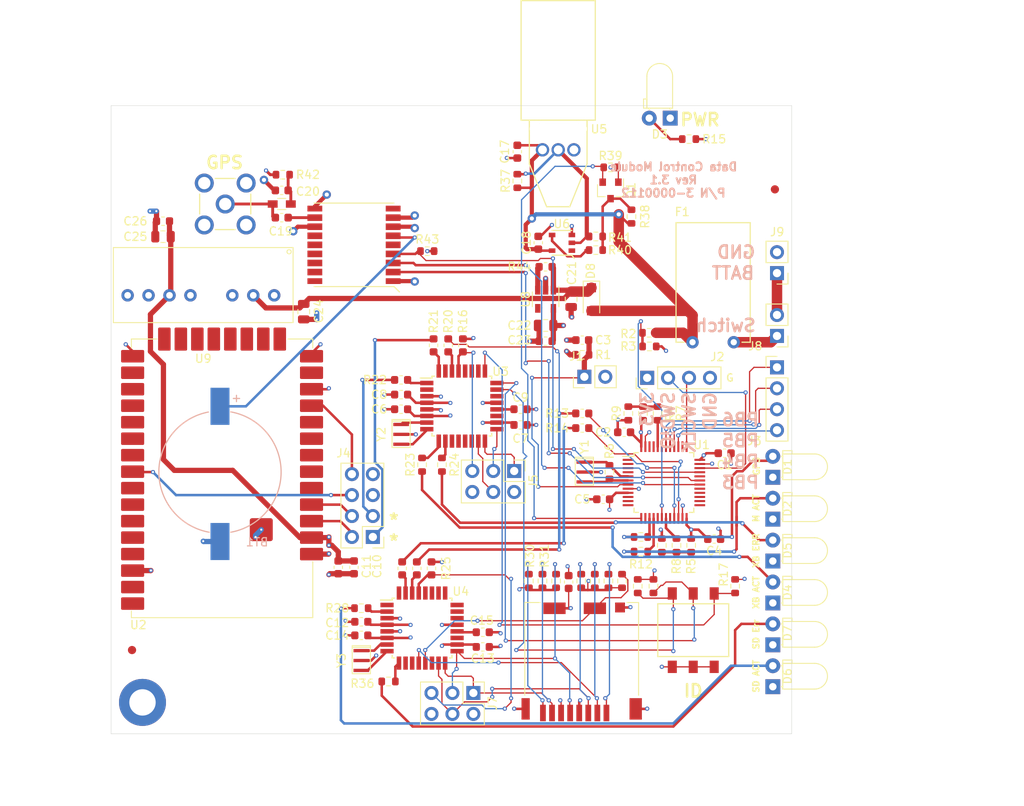
<source format=kicad_pcb>
(kicad_pcb (version 20171130) (host pcbnew "(5.1.9)-1")
  (title_block (title "NSSL EFM Data Control PCB") (date 2021-11-22) (rev 3.1) (company "Leeman Geophysical LLC") (comment 1 "(479) 373-3736") (comment 2 "Siloam Springs, AR 72761") (comment 3 "850 South Lincoln St."))
  (layers (0 F.Cu signal) (1 In1.Cu signal hide) (2 In2.Cu signal hide) (31 B.Cu signal) (34 B.Paste user) (35 F.Paste user hide) (36 B.SilkS user) (37 F.SilkS user) (38 B.Mask user) (39 F.Mask user hide) (44 Edge.Cuts user))
  (net 0 "")
  (net 1 GND)
  (net 2 "Net-(BT1-Pad1)")
  (net 3 /Reset)
  (net 4 +3V3)
  (net 5 +BATT)
  (net 6 "Net-(F1-Pad2)")
  (net 7 /SWDIO)
  (net 8 /SWCLK)
  (net 9 "Net-(J3-Pad4)")
  (net 10 "Net-(J3-Pad3)")
  (net 11 "Net-(J3-Pad2)")
  (net 12 "Net-(J3-Pad1)")
  (net 13 "Net-(J6-Pad1)")
  (net 14 /Boot0)
  (net 15 /Boot1)
  (net 16 /VBat_Sense)
  (net 17 Fiber_Serial_In)
  (net 18 GPS_PPS)
  (net 19 RX_from_GPS)
  (net 20 TX_to_GPS)
  (net 21 "Net-(R22-Pad2)")
  (net 22 "Net-(R23-Pad2)")
  (net 23 "Net-(R24-Pad2)")
  (net 24 "Net-(R26-Pad2)")
  (net 25 "Net-(Q1-Pad3)")
  (net 26 "Net-(C9-Pad1)")
  (net 27 "Net-(C15-Pad1)")
  (net 28 "Net-(C19-Pad2)")
  (net 29 "Net-(C20-Pad2)")
  (net 30 "Net-(C21-Pad1)")
  (net 31 "Net-(D1-Pad2)")
  (net 32 "Net-(D2-Pad2)")
  (net 33 "Net-(D3-Pad2)")
  (net 34 "Net-(D4-Pad2)")
  (net 35 "Net-(D5-Pad2)")
  (net 36 "Net-(D6-Pad2)")
  (net 37 "Net-(D7-Pad2)")
  (net 38 RX_FROM_RADIO)
  (net 39 "Net-(J4-Pad2)")
  (net 40 TX_TO_RADIO)
  (net 41 "Net-(J4-Pad4)")
  (net 42 "Net-(J4-Pad6)")
  (net 43 "Net-(J4-Pad8)")
  (net 44 /radio/XBEE_uC_MISO)
  (net 45 /radio/XBEE_uC_SCK)
  (net 46 /radio/XBEE_uC_RESET)
  (net 47 /radio/XBEE_uC_MOSI)
  (net 48 "Net-(J6-Pad8)")
  (net 49 /SD/SD_uC_MISO)
  (net 50 /SD/SD_uC_SCK)
  (net 51 /SD/SD_uC_MOSI)
  (net 52 /SD/SD_uC_CS)
  (net 53 /SD/SD_uC_CD)
  (net 54 /SD/SD_uC_RESET)
  (net 55 "Net-(J8-Pad2)")
  (net 56 "Net-(R4-Pad1)")
  (net 57 "Net-(R10-Pad2)")
  (net 58 "Net-(R6-Pad1)")
  (net 59 "Net-(R6-Pad2)")
  (net 60 "Net-(R11-Pad2)")
  (net 61 "Net-(R12-Pad2)")
  (net 62 "Net-(R13-Pad1)")
  (net 63 RX_FROM_STM)
  (net 64 "Net-(R14-Pad1)")
  (net 65 TX_TO_STM)
  (net 66 "Net-(R17-Pad2)")
  (net 67 "Net-(R20-Pad2)")
  (net 68 "Net-(R21-Pad2)")
  (net 69 "Net-(R27-Pad2)")
  (net 70 "Net-(R28-Pad2)")
  (net 71 "Net-(R36-Pad2)")
  (net 72 "Net-(R37-Pad2)")
  (net 73 "Net-(R40-Pad2)")
  (net 74 "Net-(R44-Pad2)")
  (net 75 "Net-(U4-Pad8)")
  (net 76 "Net-(U4-Pad7)")
  (net 77 3V3_XBEE)
  (net 78 "Net-(AE1-Pad1)")
  (net 79 "Net-(R18-Pad2)")
  (net 80 "Net-(R19-Pad2)")
  (net 81 "Net-(U3-Pad7)")
  (net 82 "Net-(U3-Pad8)")
  (net 83 "Net-(J4-Pad5)")
  (net 84 "Net-(J4-Pad7)")
  (net 85 "Net-(U1-Pad46)")
  (net 86 "Net-(U1-Pad45)")
  (net 87 "Net-(U1-Pad43)")
  (net 88 "Net-(U1-Pad38)")
  (net 89 "Net-(U1-Pad32)")
  (net 90 "Net-(U1-Pad29)")
  (net 91 "Net-(U1-Pad28)")
  (net 92 "Net-(U1-Pad27)")
  (net 93 "Net-(U1-Pad26)")
  (net 94 "Net-(U1-Pad25)")
  (net 95 "Net-(U1-Pad20)")
  (net 96 "Net-(U1-Pad17)")
  (net 97 "Net-(U1-Pad14)")
  (net 98 /Unused_Fiber_Ser_TX)
  (net 99 "Net-(U1-Pad11)")
  (net 100 "Net-(U1-Pad10)")
  (net 101 "Net-(U1-Pad4)")
  (net 102 "Net-(U1-Pad3)")
  (net 103 "Net-(U1-Pad2)")
  (net 104 "Net-(U1-Pad1)")
  (net 105 "Net-(U2-Pad5)")
  (net 106 "Net-(U2-Pad6)")
  (net 107 "Net-(U2-Pad7)")
  (net 108 "Net-(U2-Pad8)")
  (net 109 "Net-(U2-Pad9)")
  (net 110 "Net-(U2-Pad12)")
  (net 111 "Net-(U2-Pad23)")
  (net 112 "Net-(U2-Pad24)")
  (net 113 "Net-(U2-Pad25)")
  (net 114 "Net-(U2-Pad26)")
  (net 115 "Net-(U2-Pad27)")
  (net 116 "Net-(U2-Pad28)")
  (net 117 "Net-(U2-Pad30)")
  (net 118 "Net-(U2-Pad31)")
  (net 119 "Net-(U2-Pad32)")
  (net 120 "Net-(U2-Pad33)")
  (net 121 "Net-(U2-Pad34)")
  (net 122 "Net-(U2-Pad36)")
  (net 123 "Net-(U2-Pad37)")
  (net 124 "Net-(U2-Pad14)")
  (net 125 "Net-(U2-Pad15)")
  (net 126 "Net-(U2-Pad16)")
  (net 127 "Net-(U2-Pad17)")
  (net 128 "Net-(U2-Pad18)")
  (net 129 "Net-(U2-Pad19)")
  (net 130 "Net-(U2-Pad20)")
  (net 131 "Net-(U2-Pad21)")
  (net 132 "Net-(U3-Pad2)")
  (net 133 "Net-(U3-Pad11)")
  (net 134 "Net-(U3-Pad12)")
  (net 135 "Net-(U3-Pad13)")
  (net 136 "Net-(U3-Pad14)")
  (net 137 "Net-(U3-Pad19)")
  (net 138 "Net-(U3-Pad22)")
  (net 139 "Net-(U3-Pad26)")
  (net 140 "Net-(U3-Pad27)")
  (net 141 "Net-(U3-Pad28)")
  (net 142 "Net-(U3-Pad31)")
  (net 143 "Net-(U4-Pad32)")
  (net 144 "Net-(U4-Pad28)")
  (net 145 "Net-(U4-Pad27)")
  (net 146 "Net-(U4-Pad26)")
  (net 147 "Net-(U4-Pad25)")
  (net 148 "Net-(U4-Pad24)")
  (net 149 "Net-(U4-Pad23)")
  (net 150 "Net-(U4-Pad22)")
  (net 151 "Net-(U4-Pad19)")
  (net 152 "Net-(U4-Pad14)")
  (net 153 "Net-(U4-Pad11)")
  (net 154 "Net-(U4-Pad10)")
  (net 155 "Net-(U4-Pad1)")
  (net 156 "Net-(U6-Pad1)")
  (net 157 "Net-(U7-Pad5)")
  (net 158 "Net-(U7-Pad9)")
  (net 159 "Net-(U7-Pad13)")
  (net 160 "Net-(U7-Pad14)")
  (net 161 "Net-(U7-Pad15)")
  (net 162 "Net-(U7-Pad16)")
  (net 163 "Net-(U7-Pad17)")
  (net 164 "Net-(U7-Pad18)")
  (net 165 "Net-(U8-Pad4)")
  (net 166 "Net-(U9-Pad3)")
  (net 167 "Net-(U9-Pad5)")
  (net 168 "Net-(U9-Pad8)")
  (module Pin_Headers:Pin_Header_Straight_1x04_Pitch2.54mm (layer F.Cu) (at 154.432 128.27)
    (fp_text reference J3 (at -2.732 8.93) (layer F.SilkS))
    (fp_text value Spare)
    (pad 4 thru_hole oval (at 0 7.62) (size 1.7 1.7) (drill 1) (layers *.Cu *.Mask) (net 9 "Net-(J3-Pad4)"))
    (pad 3 thru_hole oval (at 0 5.08) (size 1.7 1.7) (drill 1) (layers *.Cu *.Mask) (net 10 "Net-(J3-Pad3)"))
    (pad 2 thru_hole oval (at 0 2.54) (size 1.7 1.7) (drill 1) (layers *.Cu *.Mask) (net 11 "Net-(J3-Pad2)"))
    (pad 1 thru_hole rect (at 0 0) (size 1.7 1.7) (drill 1) (layers *.Cu *.Mask) (net 12 "Net-(J3-Pad1)"))
  )
  (module Housings_QFP:LQFP-48_7x7mm_Pitch0.5mm (layer F.Cu) (at 140.716 142.24)
    (fp_text reference U1 (at 4.572 -4.572) (layer F.SilkS))
    (fp_text value STM32F103CBT6)
    (pad 48 smd rect (at -2.75 -4.35 90) (size 1.3 0.25) (layers F.Cu F.Paste F.Mask) (net 4 +3V3))
    (pad 47 smd rect (at -2.25 -4.35 90) (size 1.3 0.25) (layers F.Cu F.Paste F.Mask) (net 1 GND))
    (pad 46 smd rect (at -1.75 -4.35 90) (size 1.3 0.25) (layers F.Cu F.Paste F.Mask) (net 85 "Net-(U1-Pad46)"))
    (pad 45 smd rect (at -1.25 -4.35 90) (size 1.3 0.25) (layers F.Cu F.Paste F.Mask) (net 86 "Net-(U1-Pad45)"))
    (pad 44 smd rect (at -0.75 -4.35 90) (size 1.3 0.25) (layers F.Cu F.Paste F.Mask) (net 14 /Boot0))
    (pad 43 smd rect (at -0.25 -4.35 90) (size 1.3 0.25) (layers F.Cu F.Paste F.Mask) (net 87 "Net-(U1-Pad43)"))
    (pad 42 smd rect (at 0.25 -4.35 90) (size 1.3 0.25) (layers F.Cu F.Paste F.Mask) (net 12 "Net-(J3-Pad1)"))
    (pad 41 smd rect (at 0.75 -4.35 90) (size 1.3 0.25) (layers F.Cu F.Paste F.Mask) (net 11 "Net-(J3-Pad2)"))
    (pad 40 smd rect (at 1.25 -4.35 90) (size 1.3 0.25) (layers F.Cu F.Paste F.Mask) (net 10 "Net-(J3-Pad3)"))
    (pad 39 smd rect (at 1.75 -4.35 90) (size 1.3 0.25) (layers F.Cu F.Paste F.Mask) (net 9 "Net-(J3-Pad4)"))
    (pad 38 smd rect (at 2.25 -4.35 90) (size 1.3 0.25) (layers F.Cu F.Paste F.Mask) (net 88 "Net-(U1-Pad38)"))
    (pad 37 smd rect (at 2.75 -4.35 90) (size 1.3 0.25) (layers F.Cu F.Paste F.Mask) (net 8 /SWCLK))
    (pad 36 smd rect (at 4.35 -2.75) (size 1.3 0.25) (layers F.Cu F.Paste F.Mask) (net 4 +3V3))
    (pad 35 smd rect (at 4.35 -2.25) (size 1.3 0.25) (layers F.Cu F.Paste F.Mask) (net 1 GND))
    (pad 34 smd rect (at 4.35 -1.75) (size 1.3 0.25) (layers F.Cu F.Paste F.Mask) (net 7 /SWDIO))
    (pad 33 smd rect (at 4.35 -1.25) (size 1.3 0.25) (layers F.Cu F.Paste F.Mask) (net 18 GPS_PPS))
    (pad 32 smd rect (at 4.35 -0.75) (size 1.3 0.25) (layers F.Cu F.Paste F.Mask) (net 89 "Net-(U1-Pad32)"))
    (pad 31 smd rect (at 4.35 -0.25) (size 1.3 0.25) (layers F.Cu F.Paste F.Mask) (net 19 RX_from_GPS))
    (pad 30 smd rect (at 4.35 0.25) (size 1.3 0.25) (layers F.Cu F.Paste F.Mask) (net 20 TX_to_GPS))
    (pad 29 smd rect (at 4.35 0.75) (size 1.3 0.25) (layers F.Cu F.Paste F.Mask) (net 90 "Net-(U1-Pad29)"))
    (pad 28 smd rect (at 4.35 1.25) (size 1.3 0.25) (layers F.Cu F.Paste F.Mask) (net 91 "Net-(U1-Pad28)"))
    (pad 27 smd rect (at 4.35 1.75) (size 1.3 0.25) (layers F.Cu F.Paste F.Mask) (net 92 "Net-(U1-Pad27)"))
    (pad 26 smd rect (at 4.35 2.25) (size 1.3 0.25) (layers F.Cu F.Paste F.Mask) (net 93 "Net-(U1-Pad26)"))
    (pad 25 smd rect (at 4.35 2.75) (size 1.3 0.25) (layers F.Cu F.Paste F.Mask) (net 94 "Net-(U1-Pad25)"))
    (pad 24 smd rect (at 2.75 4.35 90) (size 1.3 0.25) (layers F.Cu F.Paste F.Mask) (net 4 +3V3))
    (pad 23 smd rect (at 2.25 4.35 90) (size 1.3 0.25) (layers F.Cu F.Paste F.Mask) (net 1 GND))
    (pad 22 smd rect (at 1.75 4.35 90) (size 1.3 0.25) (layers F.Cu F.Paste F.Mask) (net 64 "Net-(R14-Pad1)"))
    (pad 21 smd rect (at 1.25 4.35 90) (size 1.3 0.25) (layers F.Cu F.Paste F.Mask) (net 62 "Net-(R13-Pad1)"))
    (pad 20 smd rect (at 0.75 4.35 90) (size 1.3 0.25) (layers F.Cu F.Paste F.Mask) (net 95 "Net-(U1-Pad20)"))
    (pad 19 smd rect (at 0.25 4.35 90) (size 1.3 0.25) (layers F.Cu F.Paste F.Mask) (net 15 /Boot1))
    (pad 18 smd rect (at -0.25 4.35 90) (size 1.3 0.25) (layers F.Cu F.Paste F.Mask) (net 16 /VBat_Sense))
    (pad 17 smd rect (at -0.75 4.35 90) (size 1.3 0.25) (layers F.Cu F.Paste F.Mask) (net 96 "Net-(U1-Pad17)"))
    (pad 16 smd rect (at -1.25 4.35 90) (size 1.3 0.25) (layers F.Cu F.Paste F.Mask) (net 61 "Net-(R12-Pad2)"))
    (pad 15 smd rect (at -1.75 4.35 90) (size 1.3 0.25) (layers F.Cu F.Paste F.Mask) (net 60 "Net-(R11-Pad2)"))
    (pad 14 smd rect (at -2.25 4.35 90) (size 1.3 0.25) (layers F.Cu F.Paste F.Mask) (net 97 "Net-(U1-Pad14)"))
    (pad 13 smd rect (at -2.75 4.35 90) (size 1.3 0.25) (layers F.Cu F.Paste F.Mask) (net 17 Fiber_Serial_In))
    (pad 12 smd rect (at -4.35 2.75) (size 1.3 0.25) (layers F.Cu F.Paste F.Mask) (net 98 /Unused_Fiber_Ser_TX))
    (pad 11 smd rect (at -4.35 2.25) (size 1.3 0.25) (layers F.Cu F.Paste F.Mask) (net 99 "Net-(U1-Pad11)"))
    (pad 10 smd rect (at -4.35 1.75) (size 1.3 0.25) (layers F.Cu F.Paste F.Mask) (net 100 "Net-(U1-Pad10)"))
    (pad 9 smd rect (at -4.35 1.25) (size 1.3 0.25) (layers F.Cu F.Paste F.Mask) (net 4 +3V3))
    (pad 8 smd rect (at -4.35 0.75) (size 1.3 0.25) (layers F.Cu F.Paste F.Mask) (net 1 GND))
    (pad 7 smd rect (at -4.35 0.25) (size 1.3 0.25) (layers F.Cu F.Paste F.Mask) (net 3 /Reset))
    (pad 6 smd rect (at -4.35 -0.25) (size 1.3 0.25) (layers F.Cu F.Paste F.Mask) (net 59 "Net-(R6-Pad2)"))
    (pad 5 smd rect (at -4.35 -0.75) (size 1.3 0.25) (layers F.Cu F.Paste F.Mask) (net 58 "Net-(R6-Pad1)"))
    (pad 4 smd rect (at -4.35 -1.25) (size 1.3 0.25) (layers F.Cu F.Paste F.Mask) (net 101 "Net-(U1-Pad4)"))
    (pad 3 smd rect (at -4.35 -1.75) (size 1.3 0.25) (layers F.Cu F.Paste F.Mask) (net 102 "Net-(U1-Pad3)"))
    (pad 2 smd rect (at -4.35 -2.25) (size 1.3 0.25) (layers F.Cu F.Paste F.Mask) (net 103 "Net-(U1-Pad2)"))
    (pad 1 smd rect (at -4.35 -2.75) (size 1.3 0.25) (layers F.Cu F.Paste F.Mask) (net 104 "Net-(U1-Pad1)"))
  )
  (module lib_fp:HRS_DM3CS-SF (layer F.Cu) (at 130.542001 163.845001)
    (fp_text reference J6 hide)
    (fp_text value Micro_SD_Card_Det hide)
    (pad 8 smd rect (at -4.5 6.35) (size 0.7 2) (layers F.Cu F.Paste F.Mask) (net 48 "Net-(J6-Pad8)"))
    (pad 7 smd rect (at -3.4 6.35) (size 0.7 2) (layers F.Cu F.Paste F.Mask) (net 49 /SD/SD_uC_MISO))
    (pad 6 smd rect (at -2.3 6.35) (size 0.7 2) (layers F.Cu F.Paste F.Mask) (net 1 GND))
    (pad 5 smd rect (at -1.2 6.35) (size 0.7 2) (layers F.Cu F.Paste F.Mask) (net 50 /SD/SD_uC_SCK))
    (pad 4 smd rect (at -0.1 6.35) (size 0.7 2) (layers F.Cu F.Paste F.Mask) (net 4 +3V3))
    (pad 3 smd rect (at 1 6.35) (size 0.7 2) (layers F.Cu F.Paste F.Mask) (net 51 /SD/SD_uC_MOSI))
    (pad 2 smd rect (at 2.1 6.35) (size 0.7 2) (layers F.Cu F.Paste F.Mask) (net 52 /SD/SD_uC_CS))
    (pad 1 smd rect (at 3.2 6.35) (size 0.7 2) (layers F.Cu F.Paste F.Mask) (net 13 "Net-(J6-Pad1)"))
    (pad S1 smd rect (at -6.6 5.85) (size 1 2.6) (layers F.Cu F.Paste F.Mask) (net 1 GND))
    (pad S2 smd rect (at 6.75 5.85) (size 1.5 2.6) (layers F.Cu F.Paste F.Mask) (net 1 GND))
    (pad 9 smd rect (at 1.8 -6.35) (size 2.7 1.4) (layers F.Cu F.Paste F.Mask) (net 53 /SD/SD_uC_CD))
    (pad S3 smd rect (at -3.1 -6.35) (size 2.7 1.4) (layers F.Cu F.Paste F.Mask) (net 1 GND))
    (pad S5 smd rect (at 4.85 -6.45) (size 1.2 1.2) (layers F.Cu F.Paste F.Mask) (net 1 GND))
  )
  (module Capacitor_SMD:C_0603_1608Metric (layer F.Cu) (at 129.159 154.305 90)
    (fp_text reference C16 hide)
    (fp_text value 0.1u)
    (pad 1 smd roundrect (at -0.775 0 90) (size 0.9 0.95) (layers F.Cu F.Paste F.Mask) (net 1 GND))
    (pad 2 smd roundrect (at 0.775 0 90) (size 0.9 0.95) (layers F.Cu F.Paste F.Mask) (net 4 +3V3))
  )
  (module Resistor_SMD:R_0603_1608Metric (layer F.Cu) (at 124.333 154.178 90)
    (fp_text reference R30 (at 3.048 0.127 -90) (layer F.SilkS))
    (fp_text value 100k)
    (pad 2 smd roundrect (at 0.825 0 90) (size 0.8 0.95) (layers F.Cu F.Paste F.Mask) (net 48 "Net-(J6-Pad8)"))
    (pad 1 smd roundrect (at -0.825 0 90) (size 0.8 0.95) (layers F.Cu F.Paste F.Mask) (net 4 +3V3))
  )
  (module Resistor_SMD:R_0603_1608Metric (layer F.Cu) (at 127.635 154.178 90)
    (fp_text reference R32 hide)
    (fp_text value NP)
    (pad 2 smd roundrect (at 0.825 0 90) (size 0.8 0.95) (layers F.Cu F.Paste F.Mask) (net 50 /SD/SD_uC_SCK))
    (pad 1 smd roundrect (at -0.825 0 90) (size 0.8 0.95) (layers F.Cu F.Paste F.Mask) (net 4 +3V3))
  )
  (module Resistor_SMD:R_0603_1608Metric (layer F.Cu) (at 130.683 154.178 90)
    (fp_text reference R33 hide)
    (fp_text value 100k)
    (pad 2 smd roundrect (at 0.825 0 90) (size 0.8 0.95) (layers F.Cu F.Paste F.Mask) (net 51 /SD/SD_uC_MOSI))
    (pad 1 smd roundrect (at -0.825 0 90) (size 0.8 0.95) (layers F.Cu F.Paste F.Mask) (net 4 +3V3))
  )
  (module Resistor_SMD:R_0603_1608Metric (layer F.Cu) (at 132.334 154.178 90)
    (fp_text reference R34 hide)
    (fp_text value 100k)
    (pad 1 smd roundrect (at -0.825 0 90) (size 0.8 0.95) (layers F.Cu F.Paste F.Mask) (net 4 +3V3))
    (pad 2 smd roundrect (at 0.825 0 90) (size 0.8 0.95) (layers F.Cu F.Paste F.Mask) (net 52 /SD/SD_uC_CS))
  )
  (module Resistor_SMD:R_0603_1608Metric (layer F.Cu) (at 125.984 154.178 90)
    (fp_text reference R31 (at 3.048 0.254 -90) (layer F.SilkS))
    (fp_text value 100k)
    (pad 1 smd roundrect (at -0.825 0 90) (size 0.8 0.95) (layers F.Cu F.Paste F.Mask) (net 4 +3V3))
    (pad 2 smd roundrect (at 0.825 0 90) (size 0.8 0.95) (layers F.Cu F.Paste F.Mask) (net 49 /SD/SD_uC_MISO))
  )
  (module Resistor_SMD:R_0603_1608Metric (layer F.Cu) (at 133.985 154.178 90)
    (fp_text reference R35 hide)
    (fp_text value 100k)
    (pad 1 smd roundrect (at -0.825 0 90) (size 0.8 0.95) (layers F.Cu F.Paste F.Mask) (net 4 +3V3))
    (pad 2 smd roundrect (at 0.825 0 90) (size 0.8 0.95) (layers F.Cu F.Paste F.Mask) (net 13 "Net-(J6-Pad1)"))
  )
  (module Resistor_SMD:R_0603_1608Metric (layer F.Cu) (at 134.112 140.97 270)
    (fp_text reference R6 (at -2.54 0 270) (layer F.SilkS))
    (fp_text value 1M)
    (pad 1 smd roundrect (at -0.825 0 270) (size 0.8 0.95) (layers F.Cu F.Paste F.Mask) (net 58 "Net-(R6-Pad1)"))
    (pad 2 smd roundrect (at 0.825 0 270) (size 0.8 0.95) (layers F.Cu F.Paste F.Mask) (net 59 "Net-(R6-Pad2)"))
  )
  (module Capacitor_SMD:C_0603_1608Metric (layer F.Cu) (at 130.81 124.968 180)
    (fp_text reference C3 (at -2.54 0) (layer F.SilkS))
    (fp_text value 1u)
    (pad 2 smd roundrect (at 0.775 0 180) (size 0.9 0.95) (layers F.Cu F.Paste F.Mask) (net 1 GND))
    (pad 1 smd roundrect (at -0.775 0 180) (size 0.9 0.95) (layers F.Cu F.Paste F.Mask) (net 3 /Reset))
  )
  (module Capacitor_SMD:C_0603_1608Metric (layer F.Cu) (at 148.082 138.684 180)
    (fp_text reference C1 (at 0 -1.43) (layer F.SilkS))
    (fp_text value 0.1u)
    (pad 1 smd roundrect (at -0.775 0 180) (size 0.9 0.95) (layers F.Cu F.Paste F.Mask) (net 1 GND))
    (pad 2 smd roundrect (at 0.775 0 180) (size 0.9 0.95) (layers F.Cu F.Paste F.Mask) (net 4 +3V3))
  )
  (module Resistor_SMD:R_0603_1608Metric (layer F.Cu) (at 137.541 154.813 270)
    (fp_text reference R19 hide)
    (fp_text value 10k)
    (pad 1 smd roundrect (at -0.825 0 270) (size 0.8 0.95) (layers F.Cu F.Paste F.Mask) (net 4 +3V3))
    (pad 2 smd roundrect (at 0.825 0 270) (size 0.8 0.95) (layers F.Cu F.Paste F.Mask) (net 80 "Net-(R19-Pad2)"))
  )
  (module lib_fp:SMA (layer F.Cu) (at 87.503 108.458 180)
    (fp_text reference AE1 hide)
    (fp_text value Antenna_Shield)
    (pad 2 thru_hole circle (at 2.54 2.54 180) (size 2.3 2.3) (drill 1.5) (layers *.Cu *.Mask) (net 1 GND))
    (pad 2 thru_hole circle (at -2.54 2.54 180) (size 2.3 2.3) (drill 1.5) (layers *.Cu *.Mask) (net 1 GND))
    (pad 2 thru_hole circle (at 2.54 -2.54 180) (size 2.3 2.3) (drill 1.5) (layers *.Cu *.Mask) (net 1 GND))
    (pad 2 thru_hole circle (at -2.54 -2.54 180) (size 2.3 2.3) (drill 1.5) (layers *.Cu *.Mask) (net 1 GND))
    (pad 1 thru_hole circle (at 0 0 180) (size 2.3 2.3) (drill 1.5) (layers *.Cu *.Mask) (net 78 "Net-(AE1-Pad1)"))
  )
  (module lib_fp:S8411-45R (layer B.Cu) (at 86.868 140.97)
    (fp_text reference BT1 (at 4.5 8.5) (layer B.SilkS) (effects (justify mirror)))
    (fp_text value CR1220)
    (fp_text user + (at 2 -9) (layer B.SilkS) (effects (justify mirror)))
    (pad 1 smd rect (at 0 -7.975) (size 2.3 4.5) (layers B.Cu B.Paste B.Mask) (net 2 "Net-(BT1-Pad1)"))
    (pad 2 smd rect (at 0 8.425) (size 2.3 4.5) (layers B.Cu B.Paste B.Mask) (net 1 GND))
    (pad "" np_thru_hole circle (at 0 3.725) (size 1.05 1.05) (drill 1.05) (layers *.Cu *.Mask))
    (pad "" np_thru_hole circle (at 0 -3.725) (size 1.3 1.3) (drill 1.3) (layers *.Cu *.Mask))
  )
  (module lib_fp:RGEF250 (layer F.Cu) (at 146.685 125.222)
    (fp_text reference F1 (at -3.7465 -15.8115) (layer F.SilkS))
    (fp_text value Polyfuse)
    (pad 1 thru_hole circle (at -2.5 0) (size 1.5 1.5) (drill 0.7605) (layers *.Cu *.Mask) (net 5 +BATT))
    (pad 2 thru_hole circle (at 2.5 0) (size 1.5 1.5) (drill 0.7605) (layers *.Cu *.Mask) (net 6 "Net-(F1-Pad2)"))
  )
  (module Pin_Headers:Pin_Header_Straight_1x02_Pitch2.54mm (layer F.Cu) (at 131.064 129.413 90)
    (fp_text reference J1 (at 2.4765 -0.9525 180) (layer F.SilkS))
    (fp_text value Conn_01x02)
    (pad 2 thru_hole oval (at 0 2.54 90) (size 1.7 1.7) (drill 1) (layers *.Cu *.Mask) (net 1 GND))
    (pad 1 thru_hole rect (at 0 0 90) (size 1.7 1.7) (drill 1) (layers *.Cu *.Mask) (net 3 /Reset))
  )
  (module Pin_Headers:Pin_Header_Straight_1x04_Pitch2.54mm (layer F.Cu) (at 138.684 129.54 90)
    (fp_text reference J2 (at 2.54 8.509 180) (layer F.SilkS))
    (fp_text value ISP)
    (pad 1 thru_hole rect (at 0 0 90) (size 1.7 1.7) (drill 1) (layers *.Cu *.Mask) (net 4 +3V3))
    (pad 2 thru_hole oval (at 0 2.54 90) (size 1.7 1.7) (drill 1) (layers *.Cu *.Mask) (net 7 /SWDIO))
    (pad 3 thru_hole oval (at 0 5.08 90) (size 1.7 1.7) (drill 1) (layers *.Cu *.Mask) (net 8 /SWCLK))
    (pad 4 thru_hole oval (at 0 7.62 90) (size 1.7 1.7) (drill 1) (layers *.Cu *.Mask) (net 1 GND))
  )
  (module Resistors_SMD:R_0603_HandSoldering (layer F.Cu) (at 94.361 108.458)
    (fp_text reference L1 hide)
    (fp_text value 27nH)
    (pad 2 smd rect (at 1.1 0) (size 1.2 0.9) (layers F.Cu F.Paste F.Mask) (net 29 "Net-(C20-Pad2)"))
    (pad 1 smd rect (at -1.1 0) (size 1.2 0.9) (layers F.Cu F.Paste F.Mask) (net 78 "Net-(AE1-Pad1)"))
  )
  (module lib_fp:IF-D96F (layer F.Cu) (at 127.892001 101.887001)
    (fp_text reference U5 (at 4.949999 -2.509501) (layer F.SilkS))
    (fp_text value IF-D96F)
    (pad 1 thru_hole circle (at 1.905 0) (size 1.62 1.62) (drill 1.07) (layers *.Cu *.Mask) (net 1 GND))
    (pad 2 thru_hole circle (at 0 0) (size 1.62 1.62) (drill 1.07) (layers *.Cu *.Mask) (net 72 "Net-(R37-Pad2)"))
    (pad 3 thru_hole circle (at -1.905 0) (size 1.62 1.62) (drill 1.07) (layers *.Cu *.Mask) (net 5 +BATT))
    (pad "" np_thru_hole circle (at -2.54 -2.54) (size 1.83 1.83) (drill 1.83) (layers *.Cu *.Mask))
    (pad "" np_thru_hole circle (at 2.54 -2.54) (size 1.83 1.83) (drill 1.83) (layers *.Cu *.Mask))
    (pad "" np_thru_hole circle (at 0 5.08) (size 3.3 3.3) (drill 3.3) (layers *.Cu *.Mask))
  )
  (module lib_fp:SOT753 (layer F.Cu) (at 128.35 113.164001)
    (fp_text reference U6 (at -0.0165 -2.293001) (layer F.SilkS))
    (fp_text value TC4S584F)
    (pad 1 smd rect (at 1.2 0.95) (size 0.8 0.55) (layers F.Cu F.Paste F.Mask) (net 156 "Net-(U6-Pad1)"))
    (pad 2 smd rect (at 1.2 0) (size 0.8 0.55) (layers F.Cu F.Paste F.Mask) (net 72 "Net-(R37-Pad2)"))
    (pad 3 smd rect (at 1.2 -0.95) (size 0.8 0.55) (layers F.Cu F.Paste F.Mask) (net 1 GND))
    (pad 4 smd rect (at -1.2 -0.95) (size 0.8 0.55) (layers F.Cu F.Paste F.Mask) (net 73 "Net-(R40-Pad2)"))
    (pad 5 smd rect (at -1.2 0.95) (size 0.8 0.55) (layers F.Cu F.Paste F.Mask) (net 5 +BATT))
  )
  (module lib_fp:XCVR_MAX-M8C-0-10 (layer F.Cu) (at 103.124 113.411 180)
    (fp_text reference U7 hide)
    (fp_text value MAX-M8C hide)
    (pad 1 smd rect (at -4.75 -4.4 180) (size 1.8 0.7) (layers F.Cu F.Paste F.Mask) (net 1 GND))
    (pad 2 smd rect (at -4.75 -3.3 180) (size 1.8 0.8) (layers F.Cu F.Paste F.Mask) (net 19 RX_from_GPS))
    (pad 3 smd rect (at -4.75 -2.2 180) (size 1.8 0.8) (layers F.Cu F.Paste F.Mask) (net 20 TX_to_GPS))
    (pad 4 smd rect (at -4.75 -1.1 180) (size 1.8 0.8) (layers F.Cu F.Paste F.Mask) (net 18 GPS_PPS))
    (pad 5 smd rect (at -4.75 0 180) (size 1.8 0.8) (layers F.Cu F.Paste F.Mask) (net 157 "Net-(U7-Pad5)"))
    (pad 6 smd rect (at -4.75 1.1 180) (size 1.8 0.8) (layers F.Cu F.Paste F.Mask) (net 2 "Net-(BT1-Pad1)"))
    (pad 7 smd rect (at -4.75 2.2 180) (size 1.8 0.8) (layers F.Cu F.Paste F.Mask) (net 4 +3V3))
    (pad 8 smd rect (at -4.75 3.3 180) (size 1.8 0.8) (layers F.Cu F.Paste F.Mask) (net 4 +3V3))
    (pad 9 smd rect (at -4.75 4.4 180) (size 1.8 0.7) (layers F.Cu F.Paste F.Mask) (net 158 "Net-(U7-Pad9)"))
    (pad 10 smd rect (at 4.75 4.4) (size 1.8 0.7) (layers F.Cu F.Paste F.Mask) (net 1 GND))
    (pad 11 smd rect (at 4.75 3.3) (size 1.8 0.8) (layers F.Cu F.Paste F.Mask) (net 28 "Net-(C19-Pad2)"))
    (pad 12 smd rect (at 4.75 2.2) (size 1.8 0.8) (layers F.Cu F.Paste F.Mask) (net 1 GND))
    (pad 13 smd rect (at 4.75 1.1) (size 1.8 0.8) (layers F.Cu F.Paste F.Mask) (net 159 "Net-(U7-Pad13)"))
    (pad 14 smd rect (at 4.75 0) (size 1.8 0.8) (layers F.Cu F.Paste F.Mask) (net 160 "Net-(U7-Pad14)"))
    (pad 15 smd rect (at 4.75 -1.1) (size 1.8 0.8) (layers F.Cu F.Paste F.Mask) (net 161 "Net-(U7-Pad15)"))
    (pad 16 smd rect (at 4.75 -2.2) (size 1.8 0.8) (layers F.Cu F.Paste F.Mask) (net 162 "Net-(U7-Pad16)"))
    (pad 17 smd rect (at 4.75 -3.3) (size 1.8 0.8) (layers F.Cu F.Paste F.Mask) (net 163 "Net-(U7-Pad17)"))
    (pad 18 smd rect (at 4.75 -4.4) (size 1.8 0.7) (layers F.Cu F.Paste F.Mask) (net 164 "Net-(U7-Pad18)"))
  )
  (module Mounting_Holes:MountingHole_3.2mm_M3_ISO7380 (layer F.Cu) (at 77.47 100.33)
    (fp_text reference H1 hide)
    (fp_text value MountingHole)
    (pad 1 np_thru_hole circle (at 0 0) (size 3.2 3.2) (drill 3.2) (layers *.Cu *.Mask))
  )
  (module Mounting_Holes:MountingHole_3.2mm_M3_ISO7380 (layer F.Cu) (at 152.4 100.33)
    (fp_text reference H2 hide)
    (fp_text value MountingHole)
    (pad 1 np_thru_hole circle (at 0 0) (size 3.2 3.2) (drill 3.2) (layers *.Cu *.Mask))
  )
  (module Mounting_Holes:MountingHole_3.2mm_M3_ISO7380 (layer F.Cu) (at 149.479 168.91)
    (fp_text reference H3 hide)
    (fp_text value MountingHole)
    (pad 1 np_thru_hole circle (at 0 0) (size 3.2 3.2) (drill 3.2) (layers *.Cu *.Mask))
  )
  (module Mounting_Holes:MountingHole_3.2mm_M3_ISO7380_Pad (layer F.Cu) (at 77.47 168.91)
    (fp_text reference H4 hide)
    (fp_text value MountingHole)
    (pad 1 thru_hole circle (at 0 0) (size 5.7 5.7) (drill 3.2) (layers *.Cu *.Mask) (net 1 GND))
  )
  (module lib_fp:KAE03TGGR (layer F.Cu) (at 144.272 160.147)
    (fp_text reference SW1 hide)
    (fp_text value "ID Select")
    (pad 1 smd rect (at -2.54 4.45) (size 1.1 1.5) (layers F.Cu F.Paste F.Mask) (net 1 GND))
    (pad 2 smd rect (at 0 4.45) (size 1.1 1.5) (layers F.Cu F.Paste F.Mask) (net 1 GND))
    (pad 3 smd rect (at 2.54 4.45) (size 1.1 1.5) (layers F.Cu F.Paste F.Mask) (net 1 GND))
    (pad 4 smd rect (at 2.54 -4.45) (size 1.1 1.5) (layers F.Cu F.Paste F.Mask) (net 66 "Net-(R17-Pad2)"))
    (pad 5 smd rect (at 0 -4.45) (size 1.1 1.5) (layers F.Cu F.Paste F.Mask) (net 79 "Net-(R18-Pad2)"))
    (pad 6 smd rect (at -2.54 -4.45) (size 1.1 1.5) (layers F.Cu F.Paste F.Mask) (net 80 "Net-(R19-Pad2)"))
  )
  (module TO_SOT_Packages_SMD:SOT-23 (layer F.Cu) (at 134.239 106.807 270)
    (fp_text reference Q1 (at 0 -2.5 90) (layer F.SilkS))
    (fp_text value BSS138)
    (pad 3 smd rect (at 1 0 270) (size 0.9 0.8) (layers F.Cu F.Paste F.Mask) (net 25 "Net-(Q1-Pad3)"))
    (pad 2 smd rect (at -1 0.95 270) (size 0.9 0.8) (layers F.Cu F.Paste F.Mask) (net 17 Fiber_Serial_In))
    (pad 1 smd rect (at -1 -0.95 270) (size 0.9 0.8) (layers F.Cu F.Paste F.Mask) (net 4 +3V3))
  )
  (module capacitors_0603:1-0000007 (layer F.Cu) (at 108.839 133.35 180)
    (fp_text reference C6 (at 2.667 0) (layer F.SilkS))
    (fp_text value 1-0000007)
    (pad 2 smd roundrect (at 0.7875 0 180) (size 0.875 0.95) (layers F.Cu F.Paste F.Mask) (net 1 GND))
    (pad 1 smd roundrect (at -0.7875 0 180) (size 0.875 0.95) (layers F.Cu F.Paste F.Mask) (net 4 +3V3))
  )
  (module capacitors_0603:1-0000007 (layer F.Cu) (at 123.317 135.255)
    (fp_text reference C7 (at 0 1.651) (layer F.SilkS))
    (fp_text value 1-0000007)
    (pad 1 smd roundrect (at -0.7875 0) (size 0.875 0.95) (layers F.Cu F.Paste F.Mask) (net 4 +3V3))
    (pad 2 smd roundrect (at 0.7875 0) (size 0.875 0.95) (layers F.Cu F.Paste F.Mask) (net 1 GND))
  )
  (module capacitors_0603:1-0000007 (layer F.Cu) (at 108.839 131.572 180)
    (fp_text reference C8 (at 2.667 0) (layer F.SilkS))
    (fp_text value 1-0000007)
    (pad 2 smd roundrect (at 0.7875 0 180) (size 0.875 0.95) (layers F.Cu F.Paste F.Mask) (net 1 GND))
    (pad 1 smd roundrect (at -0.7875 0 180) (size 0.875 0.95) (layers F.Cu F.Paste F.Mask) (net 4 +3V3))
  )
  (module capacitors_0603:1-0000007 (layer F.Cu) (at 123.317 133.35)
    (fp_text reference C9 (at 0 -1.43) (layer F.SilkS))
    (fp_text value 1-0000007)
    (pad 2 smd roundrect (at 0.7875 0) (size 0.875 0.95) (layers F.Cu F.Paste F.Mask) (net 1 GND))
    (pad 1 smd roundrect (at -0.7875 0) (size 0.875 0.95) (layers F.Cu F.Paste F.Mask) (net 26 "Net-(C9-Pad1)"))
  )
  (module capacitors_0603:1-0000007 (layer F.Cu) (at 104.013 159.131 180)
    (fp_text reference C12 (at 2.921 -0.127) (layer F.SilkS))
    (fp_text value 1-0000007)
    (pad 1 smd roundrect (at -0.7875 0 180) (size 0.875 0.95) (layers F.Cu F.Paste F.Mask) (net 4 +3V3))
    (pad 2 smd roundrect (at 0.7875 0 180) (size 0.875 0.95) (layers F.Cu F.Paste F.Mask) (net 1 GND))
  )
  (module capacitors_0603:1-0000007 (layer F.Cu) (at 118.745 162.179)
    (fp_text reference C13 (at 0 1.397) (layer F.SilkS))
    (fp_text value 1-0000007)
    (pad 2 smd roundrect (at 0.7875 0) (size 0.875 0.95) (layers F.Cu F.Paste F.Mask) (net 1 GND))
    (pad 1 smd roundrect (at -0.7875 0) (size 0.875 0.95) (layers F.Cu F.Paste F.Mask) (net 4 +3V3))
  )
  (module capacitors_0603:1-0000007 (layer F.Cu) (at 104.013 160.782 180)
    (fp_text reference C14 (at 2.921 0) (layer F.SilkS))
    (fp_text value 1-0000007)
    (pad 1 smd roundrect (at -0.7875 0 180) (size 0.875 0.95) (layers F.Cu F.Paste F.Mask) (net 4 +3V3))
    (pad 2 smd roundrect (at 0.7875 0 180) (size 0.875 0.95) (layers F.Cu F.Paste F.Mask) (net 1 GND))
  )
  (module capacitors_0603:1-0000007 (layer F.Cu) (at 118.745 160.401)
    (fp_text reference C15 (at -0.127 -1.43) (layer F.SilkS))
    (fp_text value 1-0000007)
    (pad 1 smd roundrect (at -0.7875 0) (size 0.875 0.95) (layers F.Cu F.Paste F.Mask) (net 27 "Net-(C15-Pad1)"))
    (pad 2 smd roundrect (at 0.7875 0) (size 0.875 0.95) (layers F.Cu F.Paste F.Mask) (net 1 GND))
  )
  (module capacitors_0805:1-0000075 (layer F.Cu) (at 129.4638 120.015 270)
    (fp_text reference C21 (at -3.175 -0.0762 90) (layer F.SilkS))
    (fp_text value 1-0000075)
    (pad 1 smd roundrect (at -0.9375 0 270) (size 0.975 1.4) (layers F.Cu F.Paste F.Mask) (net 30 "Net-(C21-Pad1)"))
    (pad 2 smd roundrect (at 0.9375 0 270) (size 0.975 1.4) (layers F.Cu F.Paste F.Mask) (net 1 GND))
  )
  (module capacitors_0805:1-0000075 (layer F.Cu) (at 126.365 123.19 180)
    (fp_text reference C22 (at 3.175 0) (layer F.SilkS))
    (fp_text value 1-0000075)
    (pad 2 smd roundrect (at 0.9375 0 180) (size 0.975 1.4) (layers F.Cu F.Paste F.Mask) (net 1 GND))
    (pad 1 smd roundrect (at -0.9375 0 180) (size 0.975 1.4) (layers F.Cu F.Paste F.Mask) (net 4 +3V3))
  )
  (module capacitors_0603:1-0000018 (layer F.Cu) (at 126.365 125.095 180)
    (fp_text reference C23 (at 3.175 0.127) (layer F.SilkS))
    (fp_text value 1-0000018)
    (pad 1 smd roundrect (at -0.7875 0 180) (size 0.875 0.95) (layers F.Cu F.Paste F.Mask) (net 4 +3V3))
    (pad 2 smd roundrect (at 0.7875 0 180) (size 0.875 0.95) (layers F.Cu F.Paste F.Mask) (net 1 GND))
  )
  (module Diode_SMD:D_SOD-123F (layer F.Cu) (at 131.9276 120.015 270)
    (fp_text reference D8 (at -3.429 0.1016 90) (layer F.SilkS))
    (fp_text value D_Schottky)
    (pad 1 smd rect (at -1.4 0 270) (size 1.1 1.1) (layers F.Cu F.Paste F.Mask) (net 30 "Net-(C21-Pad1)"))
    (pad 2 smd rect (at 1.4 0 270) (size 1.1 1.1) (layers F.Cu F.Paste F.Mask) (net 5 +BATT))
  )
  (module Connector_PinHeader_2.54mm:PinHeader_2x03_P2.54mm_Vertical (layer F.Cu) (at 122.555 140.843 270)
    (fp_text reference J5 (at 1.27 -2.33 90) (layer F.SilkS))
    (fp_text value XBee_uC_ISP)
    (pad 1 thru_hole rect (at 0 0 270) (size 1.7 1.7) (drill 1) (layers *.Cu *.Mask) (net 44 /radio/XBEE_uC_MISO))
    (pad 2 thru_hole oval (at 2.54 0 270) (size 1.7 1.7) (drill 1) (layers *.Cu *.Mask) (net 4 +3V3))
    (pad 3 thru_hole oval (at 0 2.54 270) (size 1.7 1.7) (drill 1) (layers *.Cu *.Mask) (net 45 /radio/XBEE_uC_SCK))
    (pad 4 thru_hole oval (at 2.54 2.54 270) (size 1.7 1.7) (drill 1) (layers *.Cu *.Mask) (net 47 /radio/XBEE_uC_MOSI))
    (pad 5 thru_hole oval (at 0 5.08 270) (size 1.7 1.7) (drill 1) (layers *.Cu *.Mask) (net 46 /radio/XBEE_uC_RESET))
    (pad 6 thru_hole oval (at 2.54 5.08 270) (size 1.7 1.7) (drill 1) (layers *.Cu *.Mask) (net 1 GND))
  )
  (module Connector_PinHeader_2.54mm:PinHeader_2x03_P2.54mm_Vertical (layer F.Cu) (at 117.602 167.767 270)
    (fp_text reference J7 (at 1.27 -2.33 90) (layer F.SilkS))
    (fp_text value SD_uC_ISP)
    (pad 6 thru_hole oval (at 2.54 5.08 270) (size 1.7 1.7) (drill 1) (layers *.Cu *.Mask) (net 1 GND))
    (pad 5 thru_hole oval (at 0 5.08 270) (size 1.7 1.7) (drill 1) (layers *.Cu *.Mask) (net 54 /SD/SD_uC_RESET))
    (pad 4 thru_hole oval (at 2.54 2.54 270) (size 1.7 1.7) (drill 1) (layers *.Cu *.Mask) (net 51 /SD/SD_uC_MOSI))
    (pad 3 thru_hole oval (at 0 2.54 270) (size 1.7 1.7) (drill 1) (layers *.Cu *.Mask) (net 50 /SD/SD_uC_SCK))
    (pad 2 thru_hole oval (at 2.54 0 270) (size 1.7 1.7) (drill 1) (layers *.Cu *.Mask) (net 4 +3V3))
    (pad 1 thru_hole rect (at 0 0 270) (size 1.7 1.7) (drill 1) (layers *.Cu *.Mask) (net 49 /SD/SD_uC_MISO))
  )
  (module Resistor_SMD:R_0603_1608Metric (layer F.Cu) (at 137.922 148.844)
    (fp_text reference R11 hide)
    (fp_text value 150)
    (pad 2 smd roundrect (at 0.825 0) (size 0.8 0.95) (layers F.Cu F.Paste F.Mask) (net 60 "Net-(R11-Pad2)"))
    (pad 1 smd roundrect (at -0.825 0) (size 0.8 0.95) (layers F.Cu F.Paste F.Mask) (net 31 "Net-(D1-Pad2)"))
  )
  (module Resistor_SMD:R_0603_1608Metric (layer F.Cu) (at 137.922 150.622)
    (fp_text reference R12 (at 0 1.524) (layer F.SilkS))
    (fp_text value 150)
    (pad 1 smd roundrect (at -0.825 0) (size 0.8 0.95) (layers F.Cu F.Paste F.Mask) (net 32 "Net-(D2-Pad2)"))
    (pad 2 smd roundrect (at 0.825 0) (size 0.8 0.95) (layers F.Cu F.Paste F.Mask) (net 61 "Net-(R12-Pad2)"))
  )
  (module resistors_0603:1-0000006 (layer F.Cu) (at 130.81 133.858 180)
    (fp_text reference R13 (at 3.048 0) (layer F.SilkS))
    (fp_text value 1-0000006)
    (pad 1 smd roundrect (at -0.7875 0 180) (size 0.875 0.95) (layers F.Cu F.Paste F.Mask) (net 62 "Net-(R13-Pad1)"))
    (pad 2 smd roundrect (at 0.7875 0 180) (size 0.875 0.95) (layers F.Cu F.Paste F.Mask) (net 63 RX_FROM_STM))
  )
  (module resistors_0603:1-0000006 (layer F.Cu) (at 130.81 135.636 180)
    (fp_text reference R14 (at 3.048 0) (layer F.SilkS))
    (fp_text value 1-0000006)
    (pad 1 smd roundrect (at -0.7875 0 180) (size 0.875 0.95) (layers F.Cu F.Paste F.Mask) (net 64 "Net-(R14-Pad1)"))
    (pad 2 smd roundrect (at 0.7875 0 180) (size 0.875 0.95) (layers F.Cu F.Paste F.Mask) (net 65 TX_TO_STM))
  )
  (module Resistor_SMD:R_0603_1608Metric (layer F.Cu) (at 143.764 100.584)
    (fp_text reference R15 (at 3.048 0) (layer F.SilkS))
    (fp_text value 150)
    (pad 1 smd roundrect (at -0.825 0) (size 0.8 0.95) (layers F.Cu F.Paste F.Mask) (net 33 "Net-(D3-Pad2)"))
    (pad 2 smd roundrect (at 0.825 0) (size 0.8 0.95) (layers F.Cu F.Paste F.Mask) (net 4 +3V3))
  )
  (module resistors_0603:1-0000010 (layer F.Cu) (at 116.332 125.603 270)
    (fp_text reference R16 (at -2.921 0 90) (layer F.SilkS))
    (fp_text value 1-0000010)
    (pad 1 smd roundrect (at -0.7875 0 270) (size 0.875 0.95) (layers F.Cu F.Paste F.Mask) (net 4 +3V3))
    (pad 2 smd roundrect (at 0.7875 0 270) (size 0.875 0.95) (layers F.Cu F.Paste F.Mask) (net 46 /radio/XBEE_uC_RESET))
  )
  (module resistors_0603:1-0000006 (layer F.Cu) (at 114.554 125.603 270)
    (fp_text reference R20 (at -2.921 0 90) (layer F.SilkS))
    (fp_text value 1-0000006)
    (pad 2 smd roundrect (at 0.7875 0 270) (size 0.875 0.95) (layers F.Cu F.Paste F.Mask) (net 67 "Net-(R20-Pad2)"))
    (pad 1 smd roundrect (at -0.7875 0 270) (size 0.875 0.95) (layers F.Cu F.Paste F.Mask) (net 63 RX_FROM_STM))
  )
  (module resistors_0603:1-0000006 (layer F.Cu) (at 112.776 125.603 270)
    (fp_text reference R21 (at -2.921 0 90) (layer F.SilkS))
    (fp_text value 1-0000006)
    (pad 1 smd roundrect (at -0.7875 0 270) (size 0.875 0.95) (layers F.Cu F.Paste F.Mask) (net 38 RX_FROM_RADIO))
    (pad 2 smd roundrect (at 0.7875 0 270) (size 0.875 0.95) (layers F.Cu F.Paste F.Mask) (net 68 "Net-(R21-Pad2)"))
  )
  (module resistors_0603:1-0000006 (layer F.Cu) (at 108.839 129.794)
    (fp_text reference R22 (at -3.175 0) (layer F.SilkS))
    (fp_text value 1-0000006)
    (pad 2 smd roundrect (at 0.7875 0) (size 0.875 0.95) (layers F.Cu F.Paste F.Mask) (net 21 "Net-(R22-Pad2)"))
    (pad 1 smd roundrect (at -0.7875 0) (size 0.875 0.95) (layers F.Cu F.Paste F.Mask) (net 40 TX_TO_RADIO))
  )
  (module Resistor_SMD:R_0603_1608Metric (layer F.Cu) (at 111.379 140.081 90)
    (fp_text reference R23 (at 0 -1.43 90) (layer F.SilkS))
    (fp_text value 150)
    (pad 2 smd roundrect (at 0.825 0 90) (size 0.8 0.95) (layers F.Cu F.Paste F.Mask) (net 22 "Net-(R23-Pad2)"))
    (pad 1 smd roundrect (at -0.825 0 90) (size 0.8 0.95) (layers F.Cu F.Paste F.Mask) (net 34 "Net-(D4-Pad2)"))
  )
  (module Resistor_SMD:R_0603_1608Metric (layer F.Cu) (at 113.792 140.081 90)
    (fp_text reference R24 (at 0 1.524 90) (layer F.SilkS))
    (fp_text value 150)
    (pad 1 smd roundrect (at -0.825 0 90) (size 0.8 0.95) (layers F.Cu F.Paste F.Mask) (net 35 "Net-(D5-Pad2)"))
    (pad 2 smd roundrect (at 0.825 0 90) (size 0.8 0.95) (layers F.Cu F.Paste F.Mask) (net 23 "Net-(R24-Pad2)"))
  )
  (module resistors_0603:1-0000010 (layer F.Cu) (at 112.522 152.654 270)
    (fp_text reference R25 (at 0 -1.778 90) (layer F.SilkS))
    (fp_text value 1-0000010)
    (pad 2 smd roundrect (at 0.7875 0 270) (size 0.875 0.95) (layers F.Cu F.Paste F.Mask) (net 54 /SD/SD_uC_RESET))
    (pad 1 smd roundrect (at -0.7875 0 270) (size 0.875 0.95) (layers F.Cu F.Paste F.Mask) (net 4 +3V3))
  )
  (module resistors_0603:1-0000006 (layer F.Cu) (at 110.744 152.654 270)
    (fp_text reference R26 hide)
    (fp_text value 1-0000006)
    (pad 1 smd roundrect (at -0.7875 0 270) (size 0.875 0.95) (layers F.Cu F.Paste F.Mask) (net 63 RX_FROM_STM))
    (pad 2 smd roundrect (at 0.7875 0 270) (size 0.875 0.95) (layers F.Cu F.Paste F.Mask) (net 24 "Net-(R26-Pad2)"))
  )
  (module resistors_0603:1-0000006 (layer F.Cu) (at 108.966 152.654 270)
    (fp_text reference R27 hide)
    (fp_text value 1-0000006)
    (pad 2 smd roundrect (at 0.7875 0 270) (size 0.875 0.95) (layers F.Cu F.Paste F.Mask) (net 69 "Net-(R27-Pad2)"))
    (pad 1 smd roundrect (at -0.7875 0 270) (size 0.875 0.95) (layers F.Cu F.Paste F.Mask) (net 65 TX_TO_STM))
  )
  (module Resistor_SMD:R_0603_1608Metric (layer F.Cu) (at 104.013 157.48)
    (fp_text reference R28 (at -2.921 0) (layer F.SilkS))
    (fp_text value 150)
    (pad 2 smd roundrect (at 0.825 0) (size 0.8 0.95) (layers F.Cu F.Paste F.Mask) (net 70 "Net-(R28-Pad2)"))
    (pad 1 smd roundrect (at -0.825 0) (size 0.8 0.95) (layers F.Cu F.Paste F.Mask) (net 36 "Net-(D6-Pad2)"))
  )
  (module Resistor_SMD:R_0603_1608Metric (layer F.Cu) (at 107.315 166.37)
    (fp_text reference R36 (at -3.175 0.254) (layer F.SilkS))
    (fp_text value 150)
    (pad 1 smd roundrect (at -0.825 0) (size 0.8 0.95) (layers F.Cu F.Paste F.Mask) (net 37 "Net-(D7-Pad2)"))
    (pad 2 smd roundrect (at 0.825 0) (size 0.8 0.95) (layers F.Cu F.Paste F.Mask) (net 71 "Net-(R36-Pad2)"))
  )
  (module resistors_0603:1-0000174 (layer F.Cu) (at 126.365 116.078 180)
    (fp_text reference R44 (at 3.175 0) (layer F.SilkS))
    (fp_text value 1-0000174)
    (pad 1 smd roundrect (at -0.7875 0 180) (size 0.875 0.95) (layers F.Cu F.Paste F.Mask) (net 30 "Net-(C21-Pad1)"))
    (pad 2 smd roundrect (at 0.7875 0 180) (size 0.875 0.95) (layers F.Cu F.Paste F.Mask) (net 74 "Net-(R44-Pad2)"))
  )
  (module Package_QFP:TQFP-32_7x7mm_P0.8mm (layer F.Cu) (at 116.205 132.969)
    (fp_text reference U3 (at 4.699 -4.191) (layer F.SilkS))
    (fp_text value ATmega328P-AU)
    (pad 1 smd rect (at -4.25 -2.8) (size 1.6 0.55) (layers F.Cu F.Paste F.Mask) (net 21 "Net-(R22-Pad2)"))
    (pad 2 smd rect (at -4.25 -2) (size 1.6 0.55) (layers F.Cu F.Paste F.Mask) (net 132 "Net-(U3-Pad2)"))
    (pad 3 smd rect (at -4.25 -1.2) (size 1.6 0.55) (layers F.Cu F.Paste F.Mask) (net 1 GND))
    (pad 4 smd rect (at -4.25 -0.4) (size 1.6 0.55) (layers F.Cu F.Paste F.Mask) (net 4 +3V3))
    (pad 5 smd rect (at -4.25 0.4) (size 1.6 0.55) (layers F.Cu F.Paste F.Mask) (net 1 GND))
    (pad 6 smd rect (at -4.25 1.2) (size 1.6 0.55) (layers F.Cu F.Paste F.Mask) (net 4 +3V3))
    (pad 7 smd rect (at -4.25 2) (size 1.6 0.55) (layers F.Cu F.Paste F.Mask) (net 81 "Net-(U3-Pad7)"))
    (pad 8 smd rect (at -4.25 2.8) (size 1.6 0.55) (layers F.Cu F.Paste F.Mask) (net 82 "Net-(U3-Pad8)"))
    (pad 9 smd rect (at -2.8 4.25 90) (size 1.6 0.55) (layers F.Cu F.Paste F.Mask) (net 22 "Net-(R23-Pad2)"))
    (pad 10 smd rect (at -2 4.25 90) (size 1.6 0.55) (layers F.Cu F.Paste F.Mask) (net 23 "Net-(R24-Pad2)"))
    (pad 11 smd rect (at -1.2 4.25 90) (size 1.6 0.55) (layers F.Cu F.Paste F.Mask) (net 133 "Net-(U3-Pad11)"))
    (pad 12 smd rect (at -0.4 4.25 90) (size 1.6 0.55) (layers F.Cu F.Paste F.Mask) (net 134 "Net-(U3-Pad12)"))
    (pad 13 smd rect (at 0.4 4.25 90) (size 1.6 0.55) (layers F.Cu F.Paste F.Mask) (net 135 "Net-(U3-Pad13)"))
    (pad 14 smd rect (at 1.2 4.25 90) (size 1.6 0.55) (layers F.Cu F.Paste F.Mask) (net 136 "Net-(U3-Pad14)"))
    (pad 15 smd rect (at 2 4.25 90) (size 1.6 0.55) (layers F.Cu F.Paste F.Mask) (net 47 /radio/XBEE_uC_MOSI))
    (pad 16 smd rect (at 2.8 4.25 90) (size 1.6 0.55) (layers F.Cu F.Paste F.Mask) (net 44 /radio/XBEE_uC_MISO))
    (pad 17 smd rect (at 4.25 2.8) (size 1.6 0.55) (layers F.Cu F.Paste F.Mask) (net 45 /radio/XBEE_uC_SCK))
    (pad 18 smd rect (at 4.25 2) (size 1.6 0.55) (layers F.Cu F.Paste F.Mask) (net 4 +3V3))
    (pad 19 smd rect (at 4.25 1.2) (size 1.6 0.55) (layers F.Cu F.Paste F.Mask) (net 137 "Net-(U3-Pad19)"))
    (pad 20 smd rect (at 4.25 0.4) (size 1.6 0.55) (layers F.Cu F.Paste F.Mask) (net 26 "Net-(C9-Pad1)"))
    (pad 21 smd rect (at 4.25 -0.4) (size 1.6 0.55) (layers F.Cu F.Paste F.Mask) (net 1 GND))
    (pad 22 smd rect (at 4.25 -1.2) (size 1.6 0.55) (layers F.Cu F.Paste F.Mask) (net 138 "Net-(U3-Pad22)"))
    (pad 23 smd rect (at 4.25 -2) (size 1.6 0.55) (layers F.Cu F.Paste F.Mask) (net 80 "Net-(R19-Pad2)"))
    (pad 24 smd rect (at 4.25 -2.8) (size 1.6 0.55) (layers F.Cu F.Paste F.Mask) (net 79 "Net-(R18-Pad2)"))
    (pad 25 smd rect (at 2.8 -4.25 90) (size 1.6 0.55) (layers F.Cu F.Paste F.Mask) (net 66 "Net-(R17-Pad2)"))
    (pad 26 smd rect (at 2 -4.25 90) (size 1.6 0.55) (layers F.Cu F.Paste F.Mask) (net 139 "Net-(U3-Pad26)"))
    (pad 27 smd rect (at 1.2 -4.25 90) (size 1.6 0.55) (layers F.Cu F.Paste F.Mask) (net 140 "Net-(U3-Pad27)"))
    (pad 28 smd rect (at 0.4 -4.25 90) (size 1.6 0.55) (layers F.Cu F.Paste F.Mask) (net 141 "Net-(U3-Pad28)"))
    (pad 29 smd rect (at -0.4 -4.25 90) (size 1.6 0.55) (layers F.Cu F.Paste F.Mask) (net 46 /radio/XBEE_uC_RESET))
    (pad 30 smd rect (at -1.2 -4.25 90) (size 1.6 0.55) (layers F.Cu F.Paste F.Mask) (net 67 "Net-(R20-Pad2)"))
    (pad 31 smd rect (at -2 -4.25 90) (size 1.6 0.55) (layers F.Cu F.Paste F.Mask) (net 142 "Net-(U3-Pad31)"))
    (pad 32 smd rect (at -2.8 -4.25 90) (size 1.6 0.55) (layers F.Cu F.Paste F.Mask) (net 68 "Net-(R21-Pad2)"))
  )
  (module Package_QFP:TQFP-32_7x7mm_P0.8mm (layer F.Cu) (at 111.379 159.893)
    (fp_text reference U4 (at 4.699 -4.445) (layer F.SilkS))
    (fp_text value ATmega328P-AU)
    (pad 32 smd rect (at -2.8 -4.25 90) (size 1.6 0.55) (layers F.Cu F.Paste F.Mask) (net 143 "Net-(U4-Pad32)"))
    (pad 31 smd rect (at -2 -4.25 90) (size 1.6 0.55) (layers F.Cu F.Paste F.Mask) (net 69 "Net-(R27-Pad2)"))
    (pad 30 smd rect (at -1.2 -4.25 90) (size 1.6 0.55) (layers F.Cu F.Paste F.Mask) (net 24 "Net-(R26-Pad2)"))
    (pad 29 smd rect (at -0.4 -4.25 90) (size 1.6 0.55) (layers F.Cu F.Paste F.Mask) (net 54 /SD/SD_uC_RESET))
    (pad 28 smd rect (at 0.4 -4.25 90) (size 1.6 0.55) (layers F.Cu F.Paste F.Mask) (net 144 "Net-(U4-Pad28)"))
    (pad 27 smd rect (at 1.2 -4.25 90) (size 1.6 0.55) (layers F.Cu F.Paste F.Mask) (net 145 "Net-(U4-Pad27)"))
    (pad 26 smd rect (at 2 -4.25 90) (size 1.6 0.55) (layers F.Cu F.Paste F.Mask) (net 146 "Net-(U4-Pad26)"))
    (pad 25 smd rect (at 2.8 -4.25 90) (size 1.6 0.55) (layers F.Cu F.Paste F.Mask) (net 147 "Net-(U4-Pad25)"))
    (pad 24 smd rect (at 4.25 -2.8) (size 1.6 0.55) (layers F.Cu F.Paste F.Mask) (net 148 "Net-(U4-Pad24)"))
    (pad 23 smd rect (at 4.25 -2) (size 1.6 0.55) (layers F.Cu F.Paste F.Mask) (net 149 "Net-(U4-Pad23)"))
    (pad 22 smd rect (at 4.25 -1.2) (size 1.6 0.55) (layers F.Cu F.Paste F.Mask) (net 150 "Net-(U4-Pad22)"))
    (pad 21 smd rect (at 4.25 -0.4) (size 1.6 0.55) (layers F.Cu F.Paste F.Mask) (net 1 GND))
    (pad 20 smd rect (at 4.25 0.4) (size 1.6 0.55) (layers F.Cu F.Paste F.Mask) (net 27 "Net-(C15-Pad1)"))
    (pad 19 smd rect (at 4.25 1.2) (size 1.6 0.55) (layers F.Cu F.Paste F.Mask) (net 151 "Net-(U4-Pad19)"))
    (pad 18 smd rect (at 4.25 2) (size 1.6 0.55) (layers F.Cu F.Paste F.Mask) (net 4 +3V3))
    (pad 17 smd rect (at 4.25 2.8) (size 1.6 0.55) (layers F.Cu F.Paste F.Mask) (net 50 /SD/SD_uC_SCK))
    (pad 16 smd rect (at 2.8 4.25 90) (size 1.6 0.55) (layers F.Cu F.Paste F.Mask) (net 49 /SD/SD_uC_MISO))
    (pad 15 smd rect (at 2 4.25 90) (size 1.6 0.55) (layers F.Cu F.Paste F.Mask) (net 51 /SD/SD_uC_MOSI))
    (pad 14 smd rect (at 1.2 4.25 90) (size 1.6 0.55) (layers F.Cu F.Paste F.Mask) (net 152 "Net-(U4-Pad14)"))
    (pad 13 smd rect (at 0.4 4.25 90) (size 1.6 0.55) (layers F.Cu F.Paste F.Mask) (net 53 /SD/SD_uC_CD))
    (pad 12 smd rect (at -0.4 4.25 90) (size 1.6 0.55) (layers F.Cu F.Paste F.Mask) (net 52 /SD/SD_uC_CS))
    (pad 11 smd rect (at -1.2 4.25 90) (size 1.6 0.55) (layers F.Cu F.Paste F.Mask) (net 153 "Net-(U4-Pad11)"))
    (pad 10 smd rect (at -2 4.25 90) (size 1.6 0.55) (layers F.Cu F.Paste F.Mask) (net 154 "Net-(U4-Pad10)"))
    (pad 9 smd rect (at -2.8 4.25 90) (size 1.6 0.55) (layers F.Cu F.Paste F.Mask) (net 71 "Net-(R36-Pad2)"))
    (pad 8 smd rect (at -4.25 2.8) (size 1.6 0.55) (layers F.Cu F.Paste F.Mask) (net 75 "Net-(U4-Pad8)"))
    (pad 7 smd rect (at -4.25 2) (size 1.6 0.55) (layers F.Cu F.Paste F.Mask) (net 76 "Net-(U4-Pad7)"))
    (pad 6 smd rect (at -4.25 1.2) (size 1.6 0.55) (layers F.Cu F.Paste F.Mask) (net 4 +3V3))
    (pad 5 smd rect (at -4.25 0.4) (size 1.6 0.55) (layers F.Cu F.Paste F.Mask) (net 1 GND))
    (pad 4 smd rect (at -4.25 -0.4) (size 1.6 0.55) (layers F.Cu F.Paste F.Mask) (net 4 +3V3))
    (pad 3 smd rect (at -4.25 -1.2) (size 1.6 0.55) (layers F.Cu F.Paste F.Mask) (net 1 GND))
    (pad 2 smd rect (at -4.25 -2) (size 1.6 0.55) (layers F.Cu F.Paste F.Mask) (net 70 "Net-(R28-Pad2)"))
    (pad 1 smd rect (at -4.25 -2.8) (size 1.6 0.55) (layers F.Cu F.Paste F.Mask) (net 155 "Net-(U4-Pad1)"))
  )
  (module Package_TO_SOT_SMD:SOT-23-5 (layer F.Cu) (at 126.365 120.015 270)
    (fp_text reference U8 (at 0 2.413 90) (layer F.SilkS))
    (fp_text value SPX3819M5-L-3-3)
    (pad 1 smd rect (at -1.1 -0.95 270) (size 1.06 0.65) (layers F.Cu F.Paste F.Mask) (net 30 "Net-(C21-Pad1)"))
    (pad 2 smd rect (at -1.1 0 270) (size 1.06 0.65) (layers F.Cu F.Paste F.Mask) (net 1 GND))
    (pad 3 smd rect (at -1.1 0.95 270) (size 1.06 0.65) (layers F.Cu F.Paste F.Mask) (net 74 "Net-(R44-Pad2)"))
    (pad 4 smd rect (at 1.1 0.95 270) (size 1.06 0.65) (layers F.Cu F.Paste F.Mask) (net 165 "Net-(U8-Pad4)"))
    (pad 5 smd rect (at 1.1 -0.95 270) (size 1.06 0.65) (layers F.Cu F.Paste F.Mask) (net 4 +3V3))
  )
  (module lib_fp:Resonator (layer F.Cu) (at 131.064 140.97 270)
    (fp_text reference Y1 (at -3.048 0 90) (layer F.SilkS))
    (fp_text value 8MHz)
    (pad 1 smd rect (at -1.2 0 270) (size 0.4 1.9) (layers F.Cu F.Paste F.Mask) (net 58 "Net-(R6-Pad1)"))
    (pad 2 smd rect (at 0 0 270) (size 0.4 1.9) (layers F.Cu F.Paste F.Mask) (net 1 GND))
    (pad 3 smd rect (at 1.2 0 270) (size 0.4 1.9) (layers F.Cu F.Paste F.Mask) (net 59 "Net-(R6-Pad2)"))
  )
  (module lib_fp:Resonator (layer F.Cu) (at 108.839 136.398 270)
    (fp_text reference Y2 (at 0 2.413 90) (layer F.SilkS))
    (fp_text value 8MHz)
    (pad 1 smd rect (at -1.2 0 270) (size 0.4 1.9) (layers F.Cu F.Paste F.Mask) (net 81 "Net-(U3-Pad7)"))
    (pad 2 smd rect (at 0 0 270) (size 0.4 1.9) (layers F.Cu F.Paste F.Mask) (net 1 GND))
    (pad 3 smd rect (at 1.2 0 270) (size 0.4 1.9) (layers F.Cu F.Paste F.Mask) (net 82 "Net-(U3-Pad8)"))
  )
  (module lib_fp:Resonator (layer F.Cu) (at 104.013 163.83 270)
    (fp_text reference Y3 (at 0 2.413 90) (layer F.SilkS))
    (fp_text value 8MHz)
    (pad 3 smd rect (at 1.2 0 270) (size 0.4 1.9) (layers F.Cu F.Paste F.Mask) (net 75 "Net-(U4-Pad8)"))
    (pad 2 smd rect (at 0 0 270) (size 0.4 1.9) (layers F.Cu F.Paste F.Mask) (net 1 GND))
    (pad 1 smd rect (at -1.2 0 270) (size 0.4 1.9) (layers F.Cu F.Paste F.Mask) (net 76 "Net-(U4-Pad7)"))
  )
  (module Capacitor_SMD:C_0603_1608Metric (layer F.Cu) (at 135.89 136.144)
    (fp_text reference C2 (at -2.54 0) (layer F.SilkS))
    (fp_text value 0.1u)
    (pad 2 smd roundrect (at 0.775 0) (size 0.9 0.95) (layers F.Cu F.Paste F.Mask) (net 4 +3V3))
    (pad 1 smd roundrect (at -0.775 0) (size 0.9 0.95) (layers F.Cu F.Paste F.Mask) (net 1 GND))
  )
  (module Capacitor_SMD:C_0603_1608Metric (layer F.Cu) (at 146.812 149.098 180)
    (fp_text reference C4 (at 0 -1.43) (layer F.SilkS))
    (fp_text value 0.1u)
    (pad 2 smd roundrect (at 0.775 0 180) (size 0.9 0.95) (layers F.Cu F.Paste F.Mask) (net 4 +3V3))
    (pad 1 smd roundrect (at -0.775 0 180) (size 0.9 0.95) (layers F.Cu F.Paste F.Mask) (net 1 GND))
  )
  (module Capacitor_SMD:C_0603_1608Metric (layer F.Cu) (at 133.35 144.272)
    (fp_text reference C5 (at -2.54 0 180) (layer F.SilkS))
    (fp_text value 0.1u)
    (pad 1 smd roundrect (at -0.775 0) (size 0.9 0.95) (layers F.Cu F.Paste F.Mask) (net 1 GND))
    (pad 2 smd roundrect (at 0.775 0) (size 0.9 0.95) (layers F.Cu F.Paste F.Mask) (net 4 +3V3))
  )
  (module Capacitor_SMD:C_0603_1608Metric (layer F.Cu) (at 103.124 152.527 270)
    (fp_text reference C10 (at -0.127 -2.794 90) (layer F.SilkS))
    (fp_text value 10u)
    (pad 2 smd roundrect (at 0.775 0 270) (size 0.9 0.95) (layers F.Cu F.Paste F.Mask) (net 1 GND))
    (pad 1 smd roundrect (at -0.775 0 270) (size 0.9 0.95) (layers F.Cu F.Paste F.Mask) (net 77 3V3_XBEE))
  )
  (module Capacitor_SMD:C_0603_1608Metric (layer F.Cu) (at 101.219 152.527 270)
    (fp_text reference C11 (at -0.127 -3.429 90) (layer F.SilkS))
    (fp_text value 1u)
    (pad 1 smd roundrect (at -0.775 0 270) (size 0.9 0.95) (layers F.Cu F.Paste F.Mask) (net 77 3V3_XBEE))
    (pad 2 smd roundrect (at 0.775 0 270) (size 0.9 0.95) (layers F.Cu F.Paste F.Mask) (net 1 GND))
  )
  (module Capacitor_SMD:C_0603_1608Metric (layer F.Cu) (at 122.936 102.108 270)
    (fp_text reference C17 (at 0 1.524 270) (layer F.SilkS))
    (fp_text value 0.1u)
    (pad 2 smd roundrect (at 0.775 0 270) (size 0.9 0.95) (layers F.Cu F.Paste F.Mask) (net 1 GND))
    (pad 1 smd roundrect (at -0.775 0 270) (size 0.9 0.95) (layers F.Cu F.Paste F.Mask) (net 5 +BATT))
  )
  (module Capacitor_SMD:C_0603_1608Metric (layer F.Cu) (at 125.476 113.157 90)
    (fp_text reference C18 (at 0 -1.43 90) (layer F.SilkS))
    (fp_text value 0.1u)
    (pad 2 smd roundrect (at 0.775 0 90) (size 0.9 0.95) (layers F.Cu F.Paste F.Mask) (net 1 GND))
    (pad 1 smd roundrect (at -0.775 0 90) (size 0.9 0.95) (layers F.Cu F.Paste F.Mask) (net 5 +BATT))
  )
  (module Capacitor_SMD:C_0603_1608Metric (layer F.Cu) (at 94.361 110.109)
    (fp_text reference C19 (at -0.127 1.651) (layer F.SilkS))
    (fp_text value 47pF)
    (pad 1 smd roundrect (at -0.775 0) (size 0.9 0.95) (layers F.Cu F.Paste F.Mask) (net 78 "Net-(AE1-Pad1)"))
    (pad 2 smd roundrect (at 0.775 0) (size 0.9 0.95) (layers F.Cu F.Paste F.Mask) (net 28 "Net-(C19-Pad2)"))
  )
  (module Capacitor_SMD:C_0603_1608Metric (layer F.Cu) (at 94.361 106.807)
    (fp_text reference C20 (at 3.175 0.127) (layer F.SilkS))
    (fp_text value 10nF)
    (pad 1 smd roundrect (at -0.775 0) (size 0.9 0.95) (layers F.Cu F.Paste F.Mask) (net 1 GND))
    (pad 2 smd roundrect (at 0.775 0) (size 0.9 0.95) (layers F.Cu F.Paste F.Mask) (net 29 "Net-(C20-Pad2)"))
  )
  (module Fiducial:Fiducial_1mm_Mask2mm (layer F.Cu) (at 154.178 106.68)
    (fp_text reference FID1 hide)
    (fp_text value Fiducial)
    (pad "" smd circle (at 0 0) (size 1 1) (layers F.Cu F.Mask) (clearance 0.5))
  )
  (module Fiducial:Fiducial_1mm_Mask2mm (layer F.Cu) (at 76.2 162.56)
    (fp_text reference FID2 hide)
    (fp_text value Fiducial)
    (pad "" smd circle (at 0 0) (size 1 1) (layers F.Cu F.Mask) (clearance 0.5))
  )
  (module Connector_PinHeader_2.54mm:PinHeader_1x02_P2.54mm_Vertical (layer F.Cu) (at 154.432 124.46 180)
    (fp_text reference J8 (at 2.632 -1.24) (layer F.SilkS))
    (fp_text value "External Switch")
    (pad 1 thru_hole rect (at 0 0 180) (size 1.7 1.7) (drill 1) (layers *.Cu *.Mask) (net 6 "Net-(F1-Pad2)"))
    (pad 2 thru_hole oval (at 0 2.54 180) (size 1.7 1.7) (drill 1) (layers *.Cu *.Mask) (net 55 "Net-(J8-Pad2)"))
  )
  (module Connector_PinHeader_2.54mm:PinHeader_1x02_P2.54mm_Vertical (layer F.Cu) (at 154.432 116.84 180)
    (fp_text reference J9 (at -0.018 4.99) (layer F.SilkS))
    (fp_text value Battery)
    (pad 2 thru_hole oval (at 0 2.54 180) (size 1.7 1.7) (drill 1) (layers *.Cu *.Mask) (net 1 GND))
    (pad 1 thru_hole rect (at 0 0 180) (size 1.7 1.7) (drill 1) (layers *.Cu *.Mask) (net 55 "Net-(J8-Pad2)"))
  )
  (module Resistor_SMD:R_0603_1608Metric (layer F.Cu) (at 130.81 126.746)
    (fp_text reference R1 (at 2.54 0) (layer F.SilkS))
    (fp_text value 10k)
    (pad 2 smd roundrect (at 0.825 0) (size 0.8 0.95) (layers F.Cu F.Paste F.Mask) (net 3 /Reset))
    (pad 1 smd roundrect (at -0.825 0) (size 0.8 0.95) (layers F.Cu F.Paste F.Mask) (net 4 +3V3))
  )
  (module Resistor_SMD:R_0603_1608Metric (layer F.Cu) (at 138.938 124.079 180)
    (fp_text reference R2 (at 2.54 -0.127) (layer F.SilkS))
    (fp_text value 18k)
    (pad 1 smd roundrect (at -0.825 0 180) (size 0.8 0.95) (layers F.Cu F.Paste F.Mask) (net 5 +BATT))
    (pad 2 smd roundrect (at 0.825 0 180) (size 0.8 0.95) (layers F.Cu F.Paste F.Mask) (net 16 /VBat_Sense))
  )
  (module Resistor_SMD:R_0603_1608Metric (layer F.Cu) (at 138.954001 125.734001)
    (fp_text reference R3 (at -2.556001 -0.004001) (layer F.SilkS))
    (fp_text value 10k)
    (pad 2 smd roundrect (at 0.825 0) (size 0.8 0.95) (layers F.Cu F.Paste F.Mask) (net 1 GND))
    (pad 1 smd roundrect (at -0.825 0) (size 0.8 0.95) (layers F.Cu F.Paste F.Mask) (net 16 /VBat_Sense))
  )
  (module Resistor_SMD:R_0603_1608Metric (layer F.Cu) (at 138.176 133.858 270)
    (fp_text reference R4 (at 0 -3.302 90) (layer F.SilkS))
    (fp_text value NP)
    (pad 1 smd roundrect (at -0.825 0 270) (size 0.8 0.95) (layers F.Cu F.Paste F.Mask) (net 56 "Net-(R4-Pad1)"))
    (pad 2 smd roundrect (at 0.825 0 270) (size 0.8 0.95) (layers F.Cu F.Paste F.Mask) (net 4 +3V3))
  )
  (module Resistor_SMD:R_0603_1608Metric (layer F.Cu) (at 144.018 149.86 90)
    (fp_text reference R5 (at -2.54 0 -90) (layer F.SilkS))
    (fp_text value NP)
    (pad 2 smd roundrect (at 0.825 0 90) (size 0.8 0.95) (layers F.Cu F.Paste F.Mask) (net 4 +3V3))
    (pad 1 smd roundrect (at -0.825 0 90) (size 0.8 0.95) (layers F.Cu F.Paste F.Mask) (net 57 "Net-(R10-Pad2)"))
  )
  (module Resistor_SMD:R_0603_1608Metric (layer F.Cu) (at 139.954 133.858 270)
    (fp_text reference R7 (at 0 -2.794 90) (layer F.SilkS))
    (fp_text value 100k)
    (pad 2 smd roundrect (at 0.825 0 270) (size 0.8 0.95) (layers F.Cu F.Paste F.Mask) (net 14 /Boot0))
    (pad 1 smd roundrect (at -0.825 0 270) (size 0.8 0.95) (layers F.Cu F.Paste F.Mask) (net 56 "Net-(R4-Pad1)"))
  )
  (module Resistor_SMD:R_0603_1608Metric (layer F.Cu) (at 142.24 149.86 90)
    (fp_text reference R8 (at -2.54 0 -90) (layer F.SilkS))
    (fp_text value 100k)
    (pad 1 smd roundrect (at -0.825 0 90) (size 0.8 0.95) (layers F.Cu F.Paste F.Mask) (net 57 "Net-(R10-Pad2)"))
    (pad 2 smd roundrect (at 0.825 0 90) (size 0.8 0.95) (layers F.Cu F.Paste F.Mask) (net 15 /Boot1))
  )
  (module Resistor_SMD:R_0603_1608Metric (layer F.Cu) (at 136.398 133.858 90)
    (fp_text reference R9 (at 0 -1.43 90) (layer F.SilkS))
    (fp_text value 0R0)
    (pad 2 smd roundrect (at 0.825 0 90) (size 0.8 0.95) (layers F.Cu F.Paste F.Mask) (net 56 "Net-(R4-Pad1)"))
    (pad 1 smd roundrect (at -0.825 0 90) (size 0.8 0.95) (layers F.Cu F.Paste F.Mask) (net 1 GND))
  )
  (module Resistor_SMD:R_0603_1608Metric (layer F.Cu) (at 140.462 149.86 270)
    (fp_text reference R10 hide)
    (fp_text value 0R0)
    (pad 1 smd roundrect (at -0.825 0 270) (size 0.8 0.95) (layers F.Cu F.Paste F.Mask) (net 1 GND))
    (pad 2 smd roundrect (at 0.825 0 270) (size 0.8 0.95) (layers F.Cu F.Paste F.Mask) (net 57 "Net-(R10-Pad2)"))
  )
  (module Resistor_SMD:R_0603_1608Metric (layer F.Cu) (at 149.352 154.813 270)
    (fp_text reference R17 (at -1.397 1.397 270) (layer F.SilkS))
    (fp_text value 10k)
    (pad 2 smd roundrect (at 0.825 0 270) (size 0.8 0.95) (layers F.Cu F.Paste F.Mask) (net 66 "Net-(R17-Pad2)"))
    (pad 1 smd roundrect (at -0.825 0 270) (size 0.8 0.95) (layers F.Cu F.Paste F.Mask) (net 4 +3V3))
  )
  (module Resistor_SMD:R_0603_1608Metric (layer F.Cu) (at 139.446 154.813 270)
    (fp_text reference R18 hide)
    (fp_text value 10k)
    (pad 1 smd roundrect (at -0.825 0 270) (size 0.8 0.95) (layers F.Cu F.Paste F.Mask) (net 4 +3V3))
    (pad 2 smd roundrect (at 0.825 0 270) (size 0.8 0.95) (layers F.Cu F.Paste F.Mask) (net 79 "Net-(R18-Pad2)"))
  )
  (module Resistor_SMD:R_0603_1608Metric (layer F.Cu) (at 135.636 154.178 90)
    (fp_text reference R29 hide)
    (fp_text value 100k)
    (pad 1 smd roundrect (at -0.825 0 90) (size 0.8 0.95) (layers F.Cu F.Paste F.Mask) (net 4 +3V3))
    (pad 2 smd roundrect (at 0.825 0 90) (size 0.8 0.95) (layers F.Cu F.Paste F.Mask) (net 53 /SD/SD_uC_CD))
  )
  (module Resistor_SMD:R_0603_1608Metric (layer F.Cu) (at 122.936 105.664 90)
    (fp_text reference R37 (at 0 -1.43 270) (layer F.SilkS))
    (fp_text value 10k)
    (pad 1 smd roundrect (at -0.825 0 90) (size 0.8 0.95) (layers F.Cu F.Paste F.Mask) (net 5 +BATT))
    (pad 2 smd roundrect (at 0.825 0 90) (size 0.8 0.95) (layers F.Cu F.Paste F.Mask) (net 72 "Net-(R37-Pad2)"))
  )
  (module Resistor_SMD:R_0603_1608Metric (layer F.Cu) (at 136.779 109.982 90)
    (fp_text reference R38 (at 0 1.651 270) (layer F.SilkS))
    (fp_text value 10k)
    (pad 2 smd roundrect (at 0.825 0 90) (size 0.8 0.95) (layers F.Cu F.Paste F.Mask) (net 25 "Net-(Q1-Pad3)"))
    (pad 1 smd roundrect (at -0.825 0 90) (size 0.8 0.95) (layers F.Cu F.Paste F.Mask) (net 5 +BATT))
  )
  (module Resistor_SMD:R_0603_1608Metric (layer F.Cu) (at 134.239 104.013 180)
    (fp_text reference R39 (at 0 1.397) (layer F.SilkS))
    (fp_text value 10k)
    (pad 1 smd roundrect (at -0.825 0 180) (size 0.8 0.95) (layers F.Cu F.Paste F.Mask) (net 4 +3V3))
    (pad 2 smd roundrect (at 0.825 0 180) (size 0.8 0.95) (layers F.Cu F.Paste F.Mask) (net 17 Fiber_Serial_In))
  )
  (module Resistor_SMD:R_0603_1608Metric (layer F.Cu) (at 132.461 114.046 180)
    (fp_text reference R40 (at -2.921 0) (layer F.SilkS))
    (fp_text value 0R0)
    (pad 1 smd roundrect (at -0.825 0 180) (size 0.8 0.95) (layers F.Cu F.Paste F.Mask) (net 25 "Net-(Q1-Pad3)"))
    (pad 2 smd roundrect (at 0.825 0 180) (size 0.8 0.95) (layers F.Cu F.Paste F.Mask) (net 73 "Net-(R40-Pad2)"))
  )
  (module Resistor_SMD:R_0603_1608Metric (layer F.Cu) (at 132.461 112.395 180)
    (fp_text reference R41 (at -2.921 -0.127) (layer F.SilkS))
    (fp_text value NP)
    (pad 2 smd roundrect (at 0.825 0 180) (size 0.8 0.95) (layers F.Cu F.Paste F.Mask) (net 72 "Net-(R37-Pad2)"))
    (pad 1 smd roundrect (at -0.825 0 180) (size 0.8 0.95) (layers F.Cu F.Paste F.Mask) (net 25 "Net-(Q1-Pad3)"))
  )
  (module Resistor_SMD:R_0603_1608Metric (layer F.Cu) (at 94.488 104.902)
    (fp_text reference R42 (at 3.048 0) (layer F.SilkS))
    (fp_text value 1-0000678)
    (pad 2 smd roundrect (at 0.825 0) (size 0.8 0.95) (layers F.Cu F.Paste F.Mask) (net 29 "Net-(C20-Pad2)"))
    (pad 1 smd roundrect (at -0.825 0) (size 0.8 0.95) (layers F.Cu F.Paste F.Mask) (net 4 +3V3))
  )
  (module Resistor_SMD:R_0603_1608Metric (layer F.Cu) (at 112.014 114.173)
    (fp_text reference R43 (at 0 -1.43) (layer F.SilkS))
    (fp_text value NP)
    (pad 2 smd roundrect (at 0.825 0) (size 0.8 0.95) (layers F.Cu F.Paste F.Mask) (net 4 +3V3))
    (pad 1 smd roundrect (at -0.825 0) (size 0.8 0.95) (layers F.Cu F.Paste F.Mask) (net 18 GPS_PPS))
  )
  (module Connector_PinHeader_2.54mm:PinHeader_2x04_P2.54mm_Vertical (layer F.Cu) (at 105.41 148.844 180)
    (fp_text reference J4 (at 3.556 10.16) (layer F.SilkS))
    (fp_text value "XBee ISP")
    (pad 1 thru_hole rect (at 0 0 180) (size 1.7 1.7) (drill 1) (layers *.Cu *.Mask) (net 38 RX_FROM_RADIO))
    (pad 2 thru_hole oval (at 2.54 0 180) (size 1.7 1.7) (drill 1) (layers *.Cu *.Mask) (net 39 "Net-(J4-Pad2)"))
    (pad 3 thru_hole oval (at 0 2.54 180) (size 1.7 1.7) (drill 1) (layers *.Cu *.Mask) (net 40 TX_TO_RADIO))
    (pad 4 thru_hole oval (at 2.54 2.54 180) (size 1.7 1.7) (drill 1) (layers *.Cu *.Mask) (net 41 "Net-(J4-Pad4)"))
    (pad 5 thru_hole oval (at 0 5.08 180) (size 1.7 1.7) (drill 1) (layers *.Cu *.Mask) (net 83 "Net-(J4-Pad5)"))
    (pad 6 thru_hole oval (at 2.54 5.08 180) (size 1.7 1.7) (drill 1) (layers *.Cu *.Mask) (net 42 "Net-(J4-Pad6)"))
    (pad 7 thru_hole oval (at 0 7.62 180) (size 1.7 1.7) (drill 1) (layers *.Cu *.Mask) (net 84 "Net-(J4-Pad7)"))
    (pad 8 thru_hole oval (at 2.54 7.62 180) (size 1.7 1.7) (drill 1) (layers *.Cu *.Mask) (net 43 "Net-(J4-Pad8)"))
  )
  (module lib_fp:XTend (layer F.Cu) (at 87.122 141.732 180)
    (fp_text reference U2 (at 10.16 -17.78) (layer F.SilkS))
    (fp_text value XTend)
    (pad 1 smd roundrect (at -10.85 -9.19 180) (size 2.8 1.52) (layers F.Cu F.Paste F.Mask) (roundrect_rratio 0.1) (net 1 GND))
    (pad 2 smd roundrect (at -10.85 -7.19 180) (size 2.8 1.52) (layers F.Cu F.Paste F.Mask) (roundrect_rratio 0.1) (net 77 3V3_XBEE))
    (pad 3 smd roundrect (at -10.85 -5.19 180) (size 2.8 1.52) (layers F.Cu F.Paste F.Mask) (roundrect_rratio 0.1) (net 39 "Net-(J4-Pad2)"))
    (pad 4 smd roundrect (at -10.85 -3.19 180) (size 2.8 1.52) (layers F.Cu F.Paste F.Mask) (roundrect_rratio 0.1) (net 41 "Net-(J4-Pad4)"))
    (pad 5 smd roundrect (at -10.85 -1.19 180) (size 2.8 1.52) (layers F.Cu F.Paste F.Mask) (roundrect_rratio 0.1) (net 105 "Net-(U2-Pad5)"))
    (pad 6 smd roundrect (at -10.85 0.81 180) (size 2.8 1.52) (layers F.Cu F.Paste F.Mask) (roundrect_rratio 0.1) (net 106 "Net-(U2-Pad6)"))
    (pad 7 smd roundrect (at -10.85 2.81 180) (size 2.8 1.52) (layers F.Cu F.Paste F.Mask) (roundrect_rratio 0.1) (net 107 "Net-(U2-Pad7)"))
    (pad 8 smd roundrect (at -10.85 4.81 180) (size 2.8 1.52) (layers F.Cu F.Paste F.Mask) (roundrect_rratio 0.1) (net 108 "Net-(U2-Pad8)"))
    (pad 9 smd roundrect (at -10.85 6.81 180) (size 2.8 1.52) (layers F.Cu F.Paste F.Mask) (roundrect_rratio 0.1) (net 109 "Net-(U2-Pad9)"))
    (pad 10 smd roundrect (at -10.85 8.81 180) (size 2.8 1.52) (layers F.Cu F.Paste F.Mask) (roundrect_rratio 0.1) (net 43 "Net-(J4-Pad8)"))
    (pad 11 smd roundrect (at -10.85 10.81 180) (size 2.8 1.52) (layers F.Cu F.Paste F.Mask) (roundrect_rratio 0.1) (net 1 GND))
    (pad 12 smd roundrect (at -10.85 12.81 180) (size 2.8 1.52) (layers F.Cu F.Paste F.Mask) (roundrect_rratio 0.1) (net 110 "Net-(U2-Pad12)"))
    (pad 13 smd roundrect (at -10.85 14.81 180) (size 2.8 1.52) (layers F.Cu F.Paste F.Mask) (roundrect_rratio 0.1) (net 1 GND))
    (pad 22 smd roundrect (at 10.85 14.81 180) (size 2.8 1.52) (layers F.Cu F.Paste F.Mask) (roundrect_rratio 0.1) (net 1 GND))
    (pad 23 smd roundrect (at 10.85 12.81 180) (size 2.8 1.52) (layers F.Cu F.Paste F.Mask) (roundrect_rratio 0.1) (net 111 "Net-(U2-Pad23)"))
    (pad 24 smd roundrect (at 10.85 10.81 180) (size 2.8 1.52) (layers F.Cu F.Paste F.Mask) (roundrect_rratio 0.1) (net 112 "Net-(U2-Pad24)"))
    (pad 25 smd roundrect (at 10.85 8.81 180) (size 2.8 1.52) (layers F.Cu F.Paste F.Mask) (roundrect_rratio 0.1) (net 113 "Net-(U2-Pad25)"))
    (pad 26 smd roundrect (at 10.85 6.81 180) (size 2.8 1.52) (layers F.Cu F.Paste F.Mask) (roundrect_rratio 0.1) (net 114 "Net-(U2-Pad26)"))
    (pad 27 smd roundrect (at 10.85 4.81 180) (size 2.8 1.52) (layers F.Cu F.Paste F.Mask) (roundrect_rratio 0.1) (net 115 "Net-(U2-Pad27)"))
    (pad 28 smd roundrect (at 10.85 2.81 180) (size 2.8 1.52) (layers F.Cu F.Paste F.Mask) (roundrect_rratio 0.1) (net 116 "Net-(U2-Pad28)"))
    (pad 29 smd roundrect (at 10.85 0.81 180) (size 2.8 1.52) (layers F.Cu F.Paste F.Mask) (roundrect_rratio 0.1) (net 42 "Net-(J4-Pad6)"))
    (pad 30 smd roundrect (at 10.85 -1.19 180) (size 2.8 1.52) (layers F.Cu F.Paste F.Mask) (roundrect_rratio 0.1) (net 117 "Net-(U2-Pad30)"))
    (pad 31 smd roundrect (at 10.85 -3.19 180) (size 2.8 1.52) (layers F.Cu F.Paste F.Mask) (roundrect_rratio 0.1) (net 118 "Net-(U2-Pad31)"))
    (pad 32 smd roundrect (at 10.85 -5.19 180) (size 2.8 1.52) (layers F.Cu F.Paste F.Mask) (roundrect_rratio 0.1) (net 119 "Net-(U2-Pad32)"))
    (pad 33 smd roundrect (at 10.85 -7.19 180) (size 2.8 1.52) (layers F.Cu F.Paste F.Mask) (roundrect_rratio 0.1) (net 120 "Net-(U2-Pad33)"))
    (pad 34 smd roundrect (at 10.85 -9.19 180) (size 2.8 1.52) (layers F.Cu F.Paste F.Mask) (roundrect_rratio 0.1) (net 121 "Net-(U2-Pad34)"))
    (pad 35 smd roundrect (at 10.85 -11.19 180) (size 2.8 1.52) (layers F.Cu F.Paste F.Mask) (roundrect_rratio 0.1) (net 1 GND))
    (pad 36 smd roundrect (at 10.85 -13.19 180) (size 2.8 1.52) (layers F.Cu F.Paste F.Mask) (roundrect_rratio 0.1) (net 122 "Net-(U2-Pad36)"))
    (pad 37 smd roundrect (at 10.85 -15.19 180) (size 2.8 1.52) (layers F.Cu F.Paste F.Mask) (roundrect_rratio 0.1) (net 123 "Net-(U2-Pad37)"))
    (pad 14 smd roundrect (at -7 16.89 180) (size 1.52 2.8) (layers F.Cu F.Paste F.Mask) (roundrect_rratio 0.1) (net 124 "Net-(U2-Pad14)"))
    (pad 15 smd roundrect (at -5 16.89 180) (size 1.52 2.8) (layers F.Cu F.Paste F.Mask) (roundrect_rratio 0.1) (net 125 "Net-(U2-Pad15)"))
    (pad 16 smd roundrect (at -3 16.89 180) (size 1.52 2.8) (layers F.Cu F.Paste F.Mask) (roundrect_rratio 0.1) (net 126 "Net-(U2-Pad16)"))
    (pad 17 smd roundrect (at -1 16.89 180) (size 1.52 2.8) (layers F.Cu F.Paste F.Mask) (roundrect_rratio 0.1) (net 127 "Net-(U2-Pad17)"))
    (pad 18 smd roundrect (at 1 16.89 180) (size 1.52 2.8) (layers F.Cu F.Paste F.Mask) (roundrect_rratio 0.1) (net 128 "Net-(U2-Pad18)"))
    (pad 19 smd roundrect (at 3 16.89 180) (size 1.52 2.8) (layers F.Cu F.Paste F.Mask) (roundrect_rratio 0.1) (net 129 "Net-(U2-Pad19)"))
    (pad 20 smd roundrect (at 5 16.89 180) (size 1.52 2.8) (layers F.Cu F.Paste F.Mask) (roundrect_rratio 0.1) (net 130 "Net-(U2-Pad20)"))
    (pad 21 smd roundrect (at 7 16.89 180) (size 1.52 2.8) (layers F.Cu F.Paste F.Mask) (roundrect_rratio 0.1) (net 131 "Net-(U2-Pad21)"))
    (pad 38 smd roundrect (at -4.755 -6.225 180) (size 2.79 2.79) (layers F.Cu F.Paste F.Mask) (roundrect_rratio 0.1) (net 1 GND))
  )
  (module capacitors_0805:1-0000075 (layer F.Cu) (at 97.028 121.5136 270)
    (fp_text reference C24 (at -0.0508 -1.8288 90) (layer F.SilkS))
    (fp_text value 1-0000075)
    (pad 1 smd roundrect (at -0.9375 0 270) (size 0.975 1.4) (layers F.Cu F.Paste F.Mask) (net 30 "Net-(C21-Pad1)"))
    (pad 2 smd roundrect (at 0.9375 0 270) (size 0.975 1.4) (layers F.Cu F.Paste F.Mask) (net 1 GND))
  )
  (module capacitors_0805:1-0000075 (layer F.Cu) (at 79.9592 112.4204 180)
    (fp_text reference C25 (at 3.3528 0) (layer F.SilkS))
    (fp_text value 1-0000075)
    (pad 2 smd roundrect (at 0.9375 0 180) (size 0.975 1.4) (layers F.Cu F.Paste F.Mask) (net 1 GND))
    (pad 1 smd roundrect (at -0.9375 0 180) (size 0.975 1.4) (layers F.Cu F.Paste F.Mask) (net 77 3V3_XBEE))
  )
  (module capacitors_0603:1-0000018 (layer F.Cu) (at 79.9592 110.5408 180)
    (fp_text reference C26 (at 3.3528 0) (layer F.SilkS))
    (fp_text value 1-0000018)
    (pad 1 smd roundrect (at -0.7875 0 180) (size 0.875 0.95) (layers F.Cu F.Paste F.Mask) (net 77 3V3_XBEE))
    (pad 2 smd roundrect (at 0.7875 0 180) (size 0.875 0.95) (layers F.Cu F.Paste F.Mask) (net 1 GND))
  )
  (module lib_fp:barepcb (layer F.Cu) (at 180.848 160.528)
    (fp_text reference PCB1)
    (fp_text value barepcb)
  )
  (module LED_THT:LED_D3.0mm_Horizontal_O1.27mm_Z2.0mm_Clear (layer F.Cu) (at 153.924 141.605 90)
    (fp_text reference D1 (at 1.27 1.778 90) (layer F.SilkS))
    (fp_text value GPS)
    (pad 1 thru_hole rect (at 0 0 90) (size 1.8 1.8) (drill 0.9) (layers *.Cu *.Mask) (net 1 GND))
    (pad 2 thru_hole circle (at 2.54 0 90) (size 1.8 1.8) (drill 0.9) (layers *.Cu *.Mask) (net 31 "Net-(D1-Pad2)"))
  )
  (module LED_THT:LED_D3.0mm_Horizontal_O1.27mm_Z2.0mm_Clear (layer F.Cu) (at 153.924 146.685 90)
    (fp_text reference D2 (at 1.27 1.778 90) (layer F.SilkS))
    (fp_text value ACT)
    (pad 2 thru_hole circle (at 2.54 0 90) (size 1.8 1.8) (drill 0.9) (layers *.Cu *.Mask) (net 32 "Net-(D2-Pad2)"))
    (pad 1 thru_hole rect (at 0 0 90) (size 1.8 1.8) (drill 0.9) (layers *.Cu *.Mask) (net 1 GND))
  )
  (module LED_THT:LED_D3.0mm_Horizontal_O1.27mm_Z2.0mm_Clear (layer F.Cu) (at 141.478 98.044 180)
    (fp_text reference D3 (at 1.27 -1.96) (layer F.SilkS))
    (fp_text value Power)
    (pad 1 thru_hole rect (at 0 0 180) (size 1.8 1.8) (drill 0.9) (layers *.Cu *.Mask) (net 1 GND))
    (pad 2 thru_hole circle (at 2.54 0 180) (size 1.8 1.8) (drill 0.9) (layers *.Cu *.Mask) (net 33 "Net-(D3-Pad2)"))
  )
  (module LED_THT:LED_D3.0mm_Horizontal_O1.27mm_Z2.0mm_Clear (layer F.Cu) (at 153.924 156.845 90)
    (fp_text reference D4 (at 1.27 1.778 90) (layer F.SilkS))
    (fp_text value Activity)
    (pad 1 thru_hole rect (at 0 0 90) (size 1.8 1.8) (drill 0.9) (layers *.Cu *.Mask) (net 1 GND))
    (pad 2 thru_hole circle (at 2.54 0 90) (size 1.8 1.8) (drill 0.9) (layers *.Cu *.Mask) (net 34 "Net-(D4-Pad2)"))
  )
  (module LED_THT:LED_D3.0mm_Horizontal_O1.27mm_Z2.0mm_Clear (layer F.Cu) (at 153.924 151.765 90)
    (fp_text reference D5 (at 1.27 1.778 90) (layer F.SilkS))
    (fp_text value Error)
    (pad 2 thru_hole circle (at 2.54 0 90) (size 1.8 1.8) (drill 0.9) (layers *.Cu *.Mask) (net 35 "Net-(D5-Pad2)"))
    (pad 1 thru_hole rect (at 0 0 90) (size 1.8 1.8) (drill 0.9) (layers *.Cu *.Mask) (net 1 GND))
  )
  (module LED_THT:LED_D3.0mm_Horizontal_O1.27mm_Z2.0mm_Clear (layer F.Cu) (at 153.924 167.005 90)
    (fp_text reference D6 (at 1.27 1.778 90) (layer F.SilkS))
    (fp_text value Activity)
    (pad 1 thru_hole rect (at 0 0 90) (size 1.8 1.8) (drill 0.9) (layers *.Cu *.Mask) (net 1 GND))
    (pad 2 thru_hole circle (at 2.54 0 90) (size 1.8 1.8) (drill 0.9) (layers *.Cu *.Mask) (net 36 "Net-(D6-Pad2)"))
  )
  (module LED_THT:LED_D3.0mm_Horizontal_O1.27mm_Z2.0mm_Clear (layer F.Cu) (at 153.924 161.925 90)
    (fp_text reference D7 (at 1.397 1.778 90) (layer F.SilkS))
    (fp_text value Error)
    (pad 2 thru_hole circle (at 2.54 0 90) (size 1.8 1.8) (drill 0.9) (layers *.Cu *.Mask) (net 37 "Net-(D7-Pad2)"))
    (pad 1 thru_hole rect (at 0 0 90) (size 1.8 1.8) (drill 0.9) (layers *.Cu *.Mask) (net 1 GND))
  )
  (module dc_dc_converters:1-0000946 (layer F.Cu) (at 84.836 119.5832 180)
    (fp_text reference U9 (at 0 -7.628) (layer F.SilkS))
    (fp_text value 1-0000946)
    (pad 1 thru_hole circle (at -8.61 0.05 180) (size 1.509 1.509) (drill 0.809) (layers *.Cu *.Mask) (net 1 GND))
    (pad 2 thru_hole circle (at -6.07 0.05 180) (size 1.509 1.509) (drill 0.809) (layers *.Cu *.Mask) (net 30 "Net-(C21-Pad1)"))
    (pad 3 thru_hole circle (at -3.53 0.05 180) (size 1.509 1.509) (drill 0.809) (layers *.Cu *.Mask) (net 166 "Net-(U9-Pad3)"))
    (pad 5 thru_hole circle (at 1.55 0.05 180) (size 1.509 1.509) (drill 0.809) (layers *.Cu *.Mask) (net 167 "Net-(U9-Pad5)"))
    (pad 6 thru_hole circle (at 4.09 0.05 180) (size 1.509 1.509) (drill 0.809) (layers *.Cu *.Mask) (net 77 3V3_XBEE))
    (pad 7 thru_hole circle (at 6.63 0.05 180) (size 1.509 1.509) (drill 0.809) (layers *.Cu *.Mask) (net 1 GND))
    (pad 8 thru_hole circle (at 9.17 0.05 180) (size 1.509 1.509) (drill 0.809) (layers *.Cu *.Mask) (net 168 "Net-(U9-Pad8)"))
  )
  (gr_text "Data Control Module\nRev 3.1\nP/N 3-0000112" (at 141.859 105.537) (layer B.SilkS) (effects (font (size 0.9906 0.9906) (thickness 0.24765)) (justify mirror)))
  (gr_text "SD ACT" (at 151.892 165.735 90) (layer F.SilkS) (effects (font (size 0.7366 0.7366) (thickness 0.18415))))
  (gr_text GPS (at 151.9555 140.2715 90) (layer F.SilkS) (effects (font (size 0.7366 0.7366) (thickness 0.18415))))
  (gr_text "M ACT" (at 151.892 145.3515 90) (layer F.SilkS) (effects (font (size 0.7366 0.7366) (thickness 0.18415))))
  (gr_text "XB ERR" (at 151.892 150.495 90) (layer F.SilkS) (effects (font (size 0.7366 0.7366) (thickness 0.18415))))
  (gr_text "XB ACT" (at 151.892 155.575 90) (layer F.SilkS) (effects (font (size 0.7366 0.7366) (thickness 0.18415))))
  (gr_text * (at 107.95 146.812) (layer F.SilkS) (effects (font (size 1.5 1.5) (thickness 0.3))))
  (gr_text * (at 107.95 149.352) (layer F.SilkS) (effects (font (size 1.5 1.5) (thickness 0.3))))
  (gr_text Switch (at 148.209 123.19) (layer B.SilkS) (effects (font (size 1.5 1.5) (thickness 0.3)) (justify mirror)))
  (gr_text BATT (at 149.098 116.84) (layer B.SilkS) (effects (font (size 1.5 1.5) (thickness 0.3)) (justify mirror)))
  (gr_text GND (at 149.479 114.3) (layer B.SilkS) (effects (font (size 1.5 1.5) (thickness 0.3)) (justify mirror)))
  (gr_text GND (at 146.304 133.604 90) (layer B.SilkS) (effects (font (size 1.5 1.5) (thickness 0.3)) (justify mirror)))
  (gr_text SWCLK (at 143.764 135.001 90) (layer B.SilkS) (effects (font (size 1.5 1.5) (thickness 0.3)) (justify mirror)))
  (gr_text SWDIO (at 141.224 134.747 90) (layer B.SilkS) (effects (font (size 1.5 1.5) (thickness 0.3)) (justify mirror)))
  (gr_text 3V3 (at 138.684 133.35 90) (layer B.SilkS) (effects (font (size 1.5 1.5) (thickness 0.3)) (justify mirror)))
  (gr_text G (at 148.717 129.54) (layer F.SilkS) (effects (font (size 0.889 0.889) (thickness 0.15875))))
  (gr_text PB3 (at 149.987 142.24) (layer B.SilkS) (effects (font (size 1.5 1.5) (thickness 0.3)) (justify mirror)))
  (gr_text PB4 (at 149.987 139.7) (layer B.SilkS) (effects (font (size 1.5 1.5) (thickness 0.3)) (justify mirror)))
  (gr_text PB5 (at 149.987 137.16) (layer B.SilkS) (effects (font (size 1.5 1.5) (thickness 0.3)) (justify mirror)))
  (gr_text PB6 (at 149.987 134.62) (layer B.SilkS) (effects (font (size 1.5 1.5) (thickness 0.3)) (justify mirror)))
  (gr_text PWR (at 145.0975 98.2345) (layer F.SilkS) (effects (font (size 1.5 1.5) (thickness 0.3))))
  (gr_text "SD Err" (at 151.892 160.655 90) (layer F.SilkS) (effects (font (size 0.7366 0.7366) (thickness 0.18415))))
  (gr_text ID (at 144.272 167.513) (layer F.SilkS) (effects (font (size 1.5 1.5) (thickness 0.3))))
  (gr_text GPS (at 87.4268 103.4288) (layer F.SilkS) (effects (font (size 1.5 1.5) (thickness 0.3))))
  (gr_line (start 73.66 172.72) (end 73.66 96.52) (layer Edge.Cuts) (width 0.05))
  (gr_line (start 156.21 172.72) (end 73.66 172.72) (layer Edge.Cuts) (width 0.05))
  (gr_line (start 156.21 96.52) (end 156.21 172.72) (layer Edge.Cuts) (width 0.05))
  (gr_line (start 73.66 96.52) (end 156.21 96.52) (layer Edge.Cuts) (width 0.05))
  (via (at 129.54 111.125) (size 0.508) (drill 0.254) (layers F.Cu B.Cu) (net 1))
  (segment (start 129.55 112.214001) (end 129.55 111.135) (width 0.3048) (layer F.Cu) (net 1))
  (segment (start 129.55 111.135) (end 129.54 111.125) (width 0.3048) (layer F.Cu) (net 1))
  (via (at 110.49 117.856) (size 1.016) (drill 0.508) (layers F.Cu B.Cu) (net 1))
  (segment (start 107.874 117.811) (end 110.445 117.811) (width 0.508) (layer F.Cu) (net 1))
  (segment (start 110.445 117.811) (end 110.49 117.856) (width 0.508) (layer F.Cu) (net 1))
  (via (at 95.758 111.76) (size 1.016) (drill 0.508) (layers F.Cu B.Cu) (net 1))
  (segment (start 98.374 111.211) (end 96.307 111.211) (width 0.508) (layer F.Cu) (net 1))
  (segment (start 96.307 111.211) (end 95.758 111.76) (width 0.508) (layer F.Cu) (net 1))
  (via (at 99.822 107.315) (size 1.016) (drill 0.508) (layers F.Cu B.Cu) (net 1))
  (segment (start 98.374 109.011) (end 98.374 108.763) (width 0.508) (layer F.Cu) (net 1))
  (segment (start 98.374 108.763) (end 99.822 107.315) (width 0.508) (layer F.Cu) (net 1))
  (via (at 92.202 105.537) (size 1.016) (drill 0.508) (layers F.Cu B.Cu) (net 1))
  (segment (start 93.411 106.807) (end 93.411 106.746) (width 0.508) (layer F.Cu) (net 1))
  (segment (start 93.411 106.746) (end 92.202 105.537) (width 0.508) (layer F.Cu) (net 1))
  (via (at 128.143 168.656) (size 0.508) (drill 0.254) (layers F.Cu B.Cu) (net 1))
  (segment (start 128.242001 170.195001) (end 128.242001 168.755001) (width 0.1524) (layer F.Cu) (net 1))
  (segment (start 128.242001 168.755001) (end 128.143 168.656) (width 0.1524) (layer F.Cu) (net 1))
  (via (at 129.413 157.48) (size 0.508) (drill 0.254) (layers F.Cu B.Cu) (net 1))
  (segment (start 127.442001 157.495001) (end 129.397999 157.495001) (width 0.3048) (layer F.Cu) (net 1))
  (segment (start 129.397999 157.495001) (end 129.413 157.48) (width 0.3048) (layer F.Cu) (net 1))
  (via (at 136.652 157.353) (size 0.508) (drill 0.254) (layers F.Cu B.Cu) (net 1))
  (segment (start 135.392001 157.395001) (end 136.609999 157.395001) (width 0.3048) (layer F.Cu) (net 1))
  (segment (start 136.609999 157.395001) (end 136.652 157.353) (width 0.3048) (layer F.Cu) (net 1))
  (via (at 122.555 169.672) (size 0.508) (drill 0.254) (layers F.Cu B.Cu) (net 1))
  (segment (start 123.942001 169.695001) (end 122.578001 169.695001) (width 0.3048) (layer F.Cu) (net 1))
  (segment (start 122.578001 169.695001) (end 122.555 169.672) (width 0.3048) (layer F.Cu) (net 1))
  (via (at 138.684 169.672) (size 0.508) (drill 0.254) (layers F.Cu B.Cu) (net 1))
  (segment (start 137.292001 169.695001) (end 138.660999 169.695001) (width 0.3048) (layer F.Cu) (net 1))
  (segment (start 138.660999 169.695001) (end 138.684 169.672) (width 0.3048) (layer F.Cu) (net 1))
  (via (at 146.558 139.954) (size 0.508) (drill 0.254) (layers F.Cu B.Cu) (net 1))
  (segment (start 145.066 139.99) (end 146.522 139.99) (width 0.1524) (layer F.Cu) (net 1))
  (segment (start 146.522 139.99) (end 146.558 139.954) (width 0.1524) (layer F.Cu) (net 1))
  (via (at 137.668 143.002) (size 0.508) (drill 0.254) (layers F.Cu B.Cu) (net 1))
  (segment (start 136.366 142.99) (end 137.656 142.99) (width 0.1524) (layer F.Cu) (net 1))
  (segment (start 137.656 142.99) (end 137.668 143.002) (width 0.1524) (layer F.Cu) (net 1))
  (segment (start 146.1096 164.597) (end 144.272 164.597) (width 0.1524) (layer F.Cu) (net 1))
  (segment (start 146.812 164.597) (end 146.1096 164.597) (width 0.1524) (layer F.Cu) (net 1))
  (segment (start 144.272 164.597) (end 141.732 164.597) (width 0.1524) (layer F.Cu) (net 1))
  (via (at 140.462 164.592) (size 0.508) (drill 0.254) (layers F.Cu B.Cu) (net 1))
  (segment (start 141.732 164.597) (end 140.467 164.597) (width 0.1524) (layer F.Cu) (net 1))
  (segment (start 140.467 164.597) (end 140.462 164.592) (width 0.1524) (layer F.Cu) (net 1))
  (via (at 127.127 110.998) (size 0.508) (drill 0.254) (layers F.Cu B.Cu) (net 1))
  (segment (start 125.476 112.207) (end 125.918 112.207) (width 0.3048) (layer F.Cu) (net 1))
  (segment (start 125.918 112.207) (end 127.127 110.998) (width 0.3048) (layer F.Cu) (net 1))
  (via (at 125.222 133.35) (size 0.508) (drill 0.254) (layers F.Cu B.Cu) (net 1))
  (segment (start 124.1045 133.35) (end 125.222 133.35) (width 0.3048) (layer F.Cu) (net 1))
  (via (at 125.222 135.255) (size 0.508) (drill 0.254) (layers F.Cu B.Cu) (net 1))
  (segment (start 124.1045 135.255) (end 125.222 135.255) (width 0.3048) (layer F.Cu) (net 1))
  (via (at 110.617 136.398) (size 0.508) (drill 0.254) (layers F.Cu B.Cu) (net 1))
  (segment (start 108.839 136.398) (end 110.617 136.398) (width 0.3048) (layer F.Cu) (net 1))
  (via (at 113.665 133.477) (size 0.508) (drill 0.254) (layers F.Cu B.Cu) (net 1))
  (segment (start 113.557 133.369) (end 113.665 133.477) (width 0.3048) (layer F.Cu) (net 1))
  (segment (start 111.955 133.369) (end 113.557 133.369) (width 0.3048) (layer F.Cu) (net 1))
  (via (at 113.665 131.826) (size 0.508) (drill 0.254) (layers F.Cu B.Cu) (net 1))
  (segment (start 113.608 131.769) (end 113.665 131.826) (width 0.3048) (layer F.Cu) (net 1))
  (segment (start 111.955 131.769) (end 113.608 131.769) (width 0.3048) (layer F.Cu) (net 1))
  (via (at 118.745 132.588) (size 0.508) (drill 0.254) (layers F.Cu B.Cu) (net 1))
  (segment (start 118.764 132.569) (end 118.745 132.588) (width 0.3048) (layer F.Cu) (net 1))
  (segment (start 120.455 132.569) (end 118.764 132.569) (width 0.3048) (layer F.Cu) (net 1))
  (via (at 106.807 131.572) (size 0.508) (drill 0.254) (layers F.Cu B.Cu) (net 1))
  (segment (start 108.0515 131.572) (end 106.807 131.572) (width 0.3048) (layer F.Cu) (net 1))
  (via (at 106.807 133.35) (size 0.508) (drill 0.254) (layers F.Cu B.Cu) (net 1))
  (segment (start 108.0515 133.35) (end 106.807 133.35) (width 0.3048) (layer F.Cu) (net 1))
  (via (at 108.712 158.75) (size 0.508) (drill 0.254) (layers F.Cu B.Cu) (net 1))
  (segment (start 108.655 158.693) (end 108.712 158.75) (width 0.3048) (layer F.Cu) (net 1))
  (segment (start 107.129 158.693) (end 108.655 158.693) (width 0.3048) (layer F.Cu) (net 1))
  (via (at 108.712 160.274) (size 0.508) (drill 0.254) (layers F.Cu B.Cu) (net 1))
  (segment (start 108.693 160.293) (end 108.712 160.274) (width 0.3048) (layer F.Cu) (net 1))
  (segment (start 107.129 160.293) (end 108.693 160.293) (width 0.3048) (layer F.Cu) (net 1))
  (via (at 102.108 160.782) (size 0.508) (drill 0.254) (layers F.Cu B.Cu) (net 1))
  (segment (start 103.2255 160.782) (end 102.108 160.782) (width 0.3048) (layer F.Cu) (net 1))
  (via (at 102.108 159.004) (size 0.508) (drill 0.254) (layers F.Cu B.Cu) (net 1))
  (segment (start 102.235 159.131) (end 102.108 159.004) (width 0.3048) (layer F.Cu) (net 1))
  (segment (start 103.2255 159.131) (end 102.235 159.131) (width 0.3048) (layer F.Cu) (net 1))
  (via (at 105.813868 163.217868) (size 0.508) (drill 0.254) (layers F.Cu B.Cu) (net 1))
  (segment (start 105.201736 163.83) (end 105.813868 163.217868) (width 0.3048) (layer F.Cu) (net 1))
  (segment (start 104.013 163.83) (end 105.201736 163.83) (width 0.3048) (layer F.Cu) (net 1))
  (via (at 120.904 160.528) (size 0.508) (drill 0.254) (layers F.Cu B.Cu) (net 1))
  (segment (start 120.777 160.401) (end 120.904 160.528) (width 0.3048) (layer F.Cu) (net 1))
  (segment (start 119.5325 160.401) (end 120.777 160.401) (width 0.3048) (layer F.Cu) (net 1))
  (via (at 120.904 162.052) (size 0.508) (drill 0.254) (layers F.Cu B.Cu) (net 1))
  (segment (start 120.777 162.179) (end 120.904 162.052) (width 0.3048) (layer F.Cu) (net 1))
  (segment (start 119.5325 162.179) (end 120.777 162.179) (width 0.3048) (layer F.Cu) (net 1))
  (via (at 113.792 159.512) (size 0.508) (drill 0.254) (layers F.Cu B.Cu) (net 1))
  (segment (start 113.811 159.493) (end 113.792 159.512) (width 0.3048) (layer F.Cu) (net 1))
  (segment (start 115.629 159.493) (end 113.811 159.493) (width 0.3048) (layer F.Cu) (net 1))
  (via (at 121.666 102.87) (size 0.508) (drill 0.254) (layers F.Cu B.Cu) (net 1))
  (segment (start 121.679 102.883) (end 121.666 102.87) (width 0.3048) (layer F.Cu) (net 1))
  (segment (start 122.936 102.883) (end 121.679 102.883) (width 0.3048) (layer F.Cu) (net 1))
  (via (at 126.365 117.475) (size 0.508) (drill 0.254) (layers F.Cu B.Cu) (net 1))
  (segment (start 126.365 118.915) (end 126.365 117.475) (width 0.635) (layer F.Cu) (net 1))
  (via (at 129.54 122.174) (size 0.508) (drill 0.254) (layers F.Cu B.Cu) (net 1))
  (segment (start 129.4638 122.0978) (end 129.54 122.174) (width 0.635) (layer F.Cu) (net 1))
  (segment (start 129.4638 120.9525) (end 129.4638 122.0978) (width 0.635) (layer F.Cu) (net 1))
  (segment (start 125.5775 123.34) (end 125.4275 123.19) (width 0.635) (layer F.Cu) (net 1))
  (segment (start 125.5775 125.095) (end 125.5775 123.34) (width 0.635) (layer F.Cu) (net 1))
  (via (at 124.46 125.095) (size 0.508) (drill 0.254) (layers F.Cu B.Cu) (net 1))
  (segment (start 125.5775 125.095) (end 124.46 125.095) (width 0.635) (layer F.Cu) (net 1))
  (via (at 128.905 124.968) (size 0.508) (drill 0.254) (layers F.Cu B.Cu) (net 1))
  (segment (start 130.035 124.968) (end 128.905 124.968) (width 0.635) (layer F.Cu) (net 1))
  (via (at 148.844 139.954) (size 0.508) (drill 0.254) (layers F.Cu B.Cu) (net 1))
  (segment (start 148.857 139.941) (end 148.844 139.954) (width 0.3048) (layer F.Cu) (net 1))
  (segment (start 148.857 138.684) (end 148.857 139.941) (width 0.3048) (layer F.Cu) (net 1))
  (via (at 131.318 144.272) (size 0.508) (drill 0.254) (layers F.Cu B.Cu) (net 1))
  (segment (start 132.575 144.272) (end 131.318 144.272) (width 0.3048) (layer F.Cu) (net 1))
  (via (at 140.335 147.955) (size 0.508) (drill 0.254) (layers F.Cu B.Cu) (net 1))
  (segment (start 140.462 148.082) (end 140.335 147.955) (width 0.3048) (layer F.Cu) (net 1))
  (segment (start 140.462 149.035) (end 140.462 148.082) (width 0.3048) (layer F.Cu) (net 1))
  (via (at 147.32 147.828) (size 0.508) (drill 0.254) (layers F.Cu B.Cu) (net 1))
  (segment (start 147.587 148.095) (end 147.32 147.828) (width 0.3048) (layer F.Cu) (net 1))
  (segment (start 147.587 149.098) (end 147.587 148.095) (width 0.3048) (layer F.Cu) (net 1))
  (via (at 100.076 150.876) (size 0.508) (drill 0.254) (layers F.Cu B.Cu) (net 1))
  (segment (start 100.03 150.922) (end 100.076 150.876) (width 0.635) (layer F.Cu) (net 1))
  (segment (start 97.972 150.922) (end 100.03 150.922) (width 0.635) (layer F.Cu) (net 1))
  (via (at 91.186 148.844) (size 0.508) (drill 0.254) (layers F.Cu B.Cu) (net 1))
  (segment (start 91.877 148.153) (end 91.186 148.844) (width 0.635) (layer F.Cu) (net 1))
  (segment (start 91.877 147.957) (end 91.877 148.153) (width 0.635) (layer F.Cu) (net 1))
  (via (at 91.877 147.957) (size 0.508) (drill 0.254) (layers F.Cu B.Cu) (net 1))
  (segment (start 91.186 148.648) (end 91.877 147.957) (width 0.635) (layer B.Cu) (net 1))
  (segment (start 91.186 148.844) (end 91.186 148.648) (width 0.635) (layer B.Cu) (net 1))
  (via (at 84.836 149.352) (size 0.508) (drill 0.254) (layers F.Cu B.Cu) (net 1))
  (segment (start 84.879 149.395) (end 84.836 149.352) (width 0.635) (layer B.Cu) (net 1))
  (segment (start 86.868 149.395) (end 84.879 149.395) (width 0.635) (layer B.Cu) (net 1))
  (via (at 78.486 152.908) (size 0.508) (drill 0.254) (layers F.Cu B.Cu) (net 1))
  (segment (start 78.472 152.922) (end 78.486 152.908) (width 0.635) (layer F.Cu) (net 1))
  (segment (start 76.272 152.922) (end 78.472 152.922) (width 0.635) (layer F.Cu) (net 1))
  (via (at 135.128 134.62) (size 0.508) (drill 0.254) (layers F.Cu B.Cu) (net 1))
  (segment (start 135.115 134.633) (end 135.128 134.62) (width 0.3048) (layer F.Cu) (net 1))
  (segment (start 135.115 136.144) (end 135.115 134.633) (width 0.3048) (layer F.Cu) (net 1))
  (segment (start 135.191 134.683) (end 135.128 134.62) (width 0.3048) (layer F.Cu) (net 1))
  (segment (start 136.398 134.683) (end 135.191 134.683) (width 0.3048) (layer F.Cu) (net 1))
  (via (at 133.096 140.97) (size 0.508) (drill 0.254) (layers F.Cu B.Cu) (net 1))
  (segment (start 131.064 140.97) (end 133.096 140.97) (width 0.3048) (layer F.Cu) (net 1))
  (segment (start 129.159 155.08) (end 129.159 157.607) (width 0.1524) (layer F.Cu) (net 1))
  (via (at 140.97 126.2634) (size 0.508) (drill 0.254) (layers F.Cu B.Cu) (net 1))
  (segment (start 140.440601 125.734001) (end 140.97 126.2634) (width 0.3048) (layer F.Cu) (net 1))
  (segment (start 139.779001 125.734001) (end 140.440601 125.734001) (width 0.3048) (layer F.Cu) (net 1))
  (via (at 75.438 125.476) (size 0.508) (drill 0.254) (layers F.Cu B.Cu) (net 1))
  (segment (start 76.272 126.31) (end 75.438 125.476) (width 0.3048) (layer F.Cu) (net 1))
  (segment (start 76.272 126.922) (end 76.272 126.31) (width 0.3048) (layer F.Cu) (net 1))
  (via (at 99.06 125.476) (size 0.508) (drill 0.254) (layers F.Cu B.Cu) (net 1))
  (segment (start 97.972 126.564) (end 99.06 125.476) (width 0.3048) (layer F.Cu) (net 1))
  (segment (start 97.972 126.922) (end 97.972 126.564) (width 0.3048) (layer F.Cu) (net 1))
  (via (at 100.076 130.81) (size 0.508) (drill 0.254) (layers F.Cu B.Cu) (net 1))
  (segment (start 99.964 130.922) (end 100.076 130.81) (width 0.3048) (layer F.Cu) (net 1))
  (segment (start 97.972 130.922) (end 99.964 130.922) (width 0.3048) (layer F.Cu) (net 1))
  (via (at 143.002 145.034) (size 0.508) (drill 0.254) (layers F.Cu B.Cu) (net 1))
  (segment (start 142.966 145.07) (end 143.002 145.034) (width 0.1524) (layer F.Cu) (net 1))
  (segment (start 142.966 146.59) (end 142.966 145.07) (width 0.1524) (layer F.Cu) (net 1))
  (via (at 138.938 136.144) (size 0.508) (drill 0.254) (layers F.Cu B.Cu) (net 1))
  (segment (start 138.466 136.616) (end 138.938 136.144) (width 0.1524) (layer F.Cu) (net 1))
  (segment (start 138.466 137.89) (end 138.466 136.616) (width 0.1524) (layer F.Cu) (net 1))
  (segment (start 101.219 153.302) (end 103.124 153.302) (width 0.635) (layer F.Cu) (net 1))
  (segment (start 100.19 153.302) (end 100.076 153.416) (width 0.635) (layer F.Cu) (net 1))
  (via (at 100.076 153.416) (size 0.508) (drill 0.254) (layers F.Cu B.Cu) (net 1))
  (segment (start 101.219 153.302) (end 100.19 153.302) (width 0.635) (layer F.Cu) (net 1))
  (via (at 98.6028 122.4788) (size 0.508) (drill 0.254) (layers F.Cu B.Cu) (net 1))
  (segment (start 98.5751 122.4511) (end 98.6028 122.4788) (width 0.635) (layer F.Cu) (net 1))
  (segment (start 97.028 122.4511) (end 98.5751 122.4511) (width 0.635) (layer F.Cu) (net 1))
  (segment (start 79.0217 110.6908) (end 79.1717 110.5408) (width 0.635) (layer F.Cu) (net 1))
  (segment (start 79.0217 112.4204) (end 79.0217 110.6908) (width 0.635) (layer F.Cu) (net 1))
  (via (at 79.1464 109.3216) (size 0.508) (drill 0.254) (layers F.Cu B.Cu) (net 1))
  (segment (start 79.1717 109.3469) (end 79.1464 109.3216) (width 0.635) (layer F.Cu) (net 1))
  (segment (start 79.1717 110.5408) (end 79.1717 109.3469) (width 0.635) (layer F.Cu) (net 1))
  (via (at 78.3844 109.3216) (size 0.508) (drill 0.254) (layers F.Cu B.Cu) (net 1))
  (segment (start 79.1464 109.3216) (end 78.3844 109.3216) (width 0.635) (layer B.Cu) (net 1))
  (via (at 98.6028 121.666) (size 0.508) (drill 0.254) (layers F.Cu B.Cu) (net 1))
  (segment (start 98.6028 122.4788) (end 98.6028 121.666) (width 0.635) (layer B.Cu) (net 1))
  (via (at 110.49 112.522) (size 0.508) (drill 0.254) (layers F.Cu B.Cu) (net 2))
  (segment (start 90.017 132.995) (end 110.49 112.522) (width 0.3048) (layer B.Cu) (net 2))
  (segment (start 86.868 132.995) (end 90.017 132.995) (width 0.3048) (layer B.Cu) (net 2))
  (segment (start 108.085 112.522) (end 107.874 112.311) (width 0.3048) (layer F.Cu) (net 2))
  (segment (start 110.49 112.522) (end 108.085 112.522) (width 0.3048) (layer F.Cu) (net 2))
  (segment (start 131.635 125.018) (end 131.585 124.968) (width 0.635) (layer F.Cu) (net 3))
  (segment (start 131.635 126.746) (end 131.635 125.018) (width 0.635) (layer F.Cu) (net 3))
  (segment (start 131.064 127.317) (end 131.635 126.746) (width 0.635) (layer F.Cu) (net 3))
  (segment (start 131.064 129.413) (end 131.064 127.317) (width 0.635) (layer F.Cu) (net 3))
  (segment (start 135.368171 142.49) (end 135.110171 142.748) (width 0.1524) (layer F.Cu) (net 3))
  (segment (start 136.366 142.49) (end 135.368171 142.49) (width 0.1524) (layer F.Cu) (net 3))
  (via (at 125.476 142.748) (size 0.508) (drill 0.254) (layers F.Cu B.Cu) (net 3))
  (segment (start 135.110171 142.748) (end 125.476 142.748) (width 0.1524) (layer F.Cu) (net 3))
  (segment (start 125.476 142.748) (end 125.476 137.668) (width 0.1524) (layer B.Cu) (net 3))
  (via (at 124.714 129.54) (size 0.508) (drill 0.254) (layers F.Cu B.Cu) (net 3))
  (segment (start 124.714 136.906) (end 124.714 129.54) (width 0.1524) (layer B.Cu) (net 3))
  (segment (start 125.476 137.668) (end 124.714 136.906) (width 0.1524) (layer B.Cu) (net 3))
  (segment (start 130.937 129.54) (end 131.064 129.413) (width 0.1524) (layer F.Cu) (net 3))
  (segment (start 124.714 129.54) (end 130.937 129.54) (width 0.1524) (layer F.Cu) (net 3))
  (via (at 110.49 111.379) (size 1.016) (drill 0.508) (layers F.Cu B.Cu) (net 4))
  (segment (start 107.874 111.211) (end 110.322 111.211) (width 0.508) (layer F.Cu) (net 4))
  (segment (start 110.322 111.211) (end 110.49 111.379) (width 0.508) (layer F.Cu) (net 4))
  (via (at 110.49 109.855) (size 1.016) (drill 0.508) (layers F.Cu B.Cu) (net 4))
  (segment (start 107.874 110.111) (end 110.234 110.111) (width 0.508) (layer F.Cu) (net 4))
  (segment (start 110.234 110.111) (end 110.49 109.855) (width 0.508) (layer F.Cu) (net 4))
  (via (at 112.014 114.173) (size 0.508) (drill 0.254) (layers F.Cu B.Cu) (net 4))
  (segment (start 113.114 114.173) (end 112.014 114.173) (width 0.3048) (layer F.Cu) (net 4))
  (via (at 134.239 104.013) (size 0.508) (drill 0.254) (layers F.Cu B.Cu) (net 4))
  (via (at 117.602 124.714) (size 0.508) (drill 0.254) (layers F.Cu B.Cu) (net 4))
  (segment (start 117.5005 124.8155) (end 117.602 124.714) (width 0.3048) (layer F.Cu) (net 4))
  (segment (start 116.332 124.8155) (end 117.5005 124.8155) (width 0.3048) (layer F.Cu) (net 4))
  (segment (start 122.2435 134.969) (end 122.5295 135.255) (width 0.3048) (layer F.Cu) (net 4))
  (segment (start 120.455 134.969) (end 122.2435 134.969) (width 0.3048) (layer F.Cu) (net 4))
  (segment (start 110.4455 134.169) (end 109.6265 133.35) (width 0.3048) (layer F.Cu) (net 4))
  (segment (start 111.955 134.169) (end 110.4455 134.169) (width 0.3048) (layer F.Cu) (net 4))
  (segment (start 110.6235 132.569) (end 109.6265 131.572) (width 0.3048) (layer F.Cu) (net 4))
  (segment (start 111.955 132.569) (end 110.6235 132.569) (width 0.3048) (layer F.Cu) (net 4))
  (via (at 118.745 135.001) (size 0.508) (drill 0.254) (layers F.Cu B.Cu) (net 4))
  (segment (start 118.777 134.969) (end 118.745 135.001) (width 0.3048) (layer F.Cu) (net 4))
  (segment (start 120.455 134.969) (end 118.777 134.969) (width 0.3048) (layer F.Cu) (net 4))
  (via (at 113.792 151.892) (size 0.508) (drill 0.254) (layers F.Cu B.Cu) (net 4))
  (segment (start 113.7665 151.8665) (end 113.792 151.892) (width 0.3048) (layer F.Cu) (net 4))
  (segment (start 112.522 151.8665) (end 113.7665 151.8665) (width 0.3048) (layer F.Cu) (net 4))
  (segment (start 105.1625 159.493) (end 107.129 159.493) (width 0.3048) (layer F.Cu) (net 4))
  (segment (start 104.8005 159.131) (end 105.1625 159.493) (width 0.3048) (layer F.Cu) (net 4))
  (segment (start 105.1115 161.093) (end 107.129 161.093) (width 0.3048) (layer F.Cu) (net 4))
  (segment (start 104.8005 160.782) (end 105.1115 161.093) (width 0.3048) (layer F.Cu) (net 4))
  (segment (start 117.6715 161.893) (end 115.629 161.893) (width 0.3048) (layer F.Cu) (net 4))
  (segment (start 117.9575 162.179) (end 117.6715 161.893) (width 0.3048) (layer F.Cu) (net 4))
  (via (at 113.792 162.052) (size 0.508) (drill 0.254) (layers F.Cu B.Cu) (net 4))
  (segment (start 113.951 161.893) (end 113.792 162.052) (width 0.3048) (layer F.Cu) (net 4))
  (segment (start 115.629 161.893) (end 113.951 161.893) (width 0.3048) (layer F.Cu) (net 4))
  (segment (start 132.334 155.278) (end 133.985 155.278) (width 0.3048) (layer F.Cu) (net 4))
  (segment (start 124.333 155.278) (end 125.984 155.278) (width 0.3048) (layer F.Cu) (net 4))
  (segment (start 127.635 155.278) (end 125.984 155.278) (width 0.3048) (layer F.Cu) (net 4))
  (segment (start 127.315 123.1775) (end 127.3025 123.19) (width 0.635) (layer F.Cu) (net 4))
  (segment (start 127.315 121.115) (end 127.315 123.1775) (width 0.635) (layer F.Cu) (net 4))
  (segment (start 127.3025 124.945) (end 127.1525 125.095) (width 0.635) (layer F.Cu) (net 4))
  (segment (start 127.3025 123.19) (end 127.3025 124.945) (width 0.635) (layer F.Cu) (net 4))
  (via (at 128.524 123.19) (size 0.508) (drill 0.254) (layers F.Cu B.Cu) (net 4))
  (segment (start 127.3025 123.19) (end 128.524 123.19) (width 0.635) (layer F.Cu) (net 4))
  (via (at 128.905 126.314199) (size 0.508) (drill 0.254) (layers F.Cu B.Cu) (net 4))
  (segment (start 129.336801 126.746) (end 128.905 126.314199) (width 0.635) (layer F.Cu) (net 4))
  (segment (start 129.985 126.746) (end 129.336801 126.746) (width 0.635) (layer F.Cu) (net 4))
  (segment (start 145.872 138.684) (end 147.307 138.684) (width 0.3048) (layer F.Cu) (net 4))
  (via (at 145.542 138.938) (size 0.508) (drill 0.254) (layers F.Cu B.Cu) (net 4))
  (segment (start 145.5675 138.9125) (end 145.542 138.938) (width 0.3048) (layer F.Cu) (net 4))
  (segment (start 145.6435 138.9125) (end 145.5675 138.9125) (width 0.3048) (layer F.Cu) (net 4))
  (segment (start 145.066 139.49) (end 145.6435 138.9125) (width 0.3048) (layer F.Cu) (net 4))
  (segment (start 145.6435 138.9125) (end 145.872 138.684) (width 0.3048) (layer F.Cu) (net 4))
  (segment (start 134.907 143.49) (end 136.366 143.49) (width 0.3048) (layer F.Cu) (net 4))
  (segment (start 134.125 144.272) (end 134.907 143.49) (width 0.3048) (layer F.Cu) (net 4))
  (via (at 144.018 147.955) (size 0.508) (drill 0.254) (layers F.Cu B.Cu) (net 4))
  (segment (start 144.018 149.035) (end 144.018 147.955) (width 0.3048) (layer F.Cu) (net 4))
  (segment (start 143.466 147.403) (end 144.018 147.955) (width 0.3048) (layer F.Cu) (net 4))
  (segment (start 143.466 146.59) (end 143.466 147.403) (width 0.3048) (layer F.Cu) (net 4))
  (segment (start 146.037 149.098) (end 146.037 149.085) (width 0.3048) (layer F.Cu) (net 4))
  (segment (start 144.907 147.955) (end 144.018 147.955) (width 0.3048) (layer F.Cu) (net 4))
  (segment (start 146.037 149.085) (end 144.907 147.955) (width 0.3048) (layer F.Cu) (net 4))
  (segment (start 137.966 137.445) (end 136.665 136.144) (width 0.3048) (layer F.Cu) (net 4))
  (segment (start 137.966 137.89) (end 137.966 137.445) (width 0.3048) (layer F.Cu) (net 4))
  (segment (start 137.966 134.893) (end 138.176 134.683) (width 0.3048) (layer F.Cu) (net 4))
  (via (at 137.922 136.144) (size 0.508) (drill 0.254) (layers F.Cu B.Cu) (net 4))
  (segment (start 137.966 136.188) (end 137.922 136.144) (width 0.3048) (layer F.Cu) (net 4))
  (segment (start 137.966 137.89) (end 137.966 136.188) (width 0.3048) (layer F.Cu) (net 4))
  (segment (start 137.966 136.188) (end 137.966 134.893) (width 0.3048) (layer F.Cu) (net 4))
  (via (at 145.796 100.584) (size 0.508) (drill 0.254) (layers F.Cu B.Cu) (net 4))
  (segment (start 144.589 100.584) (end 145.796 100.584) (width 0.3048) (layer F.Cu) (net 4))
  (segment (start 135.636 155.003) (end 133.985 155.003) (width 0.1524) (layer F.Cu) (net 4))
  (via (at 131.572 154.178) (size 0.508) (drill 0.254) (layers F.Cu B.Cu) (net 4))
  (segment (start 131.488 154.262) (end 131.572 154.178) (width 0.1524) (layer F.Cu) (net 4))
  (segment (start 131.488 155.278) (end 131.488 154.262) (width 0.1524) (layer F.Cu) (net 4))
  (segment (start 130.683 155.278) (end 131.488 155.278) (width 0.3048) (layer F.Cu) (net 4))
  (segment (start 131.488 155.278) (end 132.334 155.278) (width 0.3048) (layer F.Cu) (net 4))
  (via (at 129.032 152.4) (size 0.508) (drill 0.254) (layers F.Cu B.Cu) (net 4))
  (segment (start 129.159 152.527) (end 129.032 152.4) (width 0.1524) (layer F.Cu) (net 4))
  (segment (start 129.159 153.53) (end 129.159 152.527) (width 0.1524) (layer F.Cu) (net 4))
  (segment (start 123.381 155.003) (end 123.19 155.194) (width 0.1524) (layer F.Cu) (net 4))
  (via (at 123.19 155.194) (size 0.508) (drill 0.254) (layers F.Cu B.Cu) (net 4))
  (segment (start 124.333 155.003) (end 123.381 155.003) (width 0.1524) (layer F.Cu) (net 4))
  (via (at 109.982 159.512) (size 0.508) (drill 0.254) (layers F.Cu B.Cu) (net 4))
  (segment (start 109.963 159.493) (end 109.982 159.512) (width 0.3048) (layer F.Cu) (net 4))
  (segment (start 107.129 159.493) (end 109.963 159.493) (width 0.3048) (layer F.Cu) (net 4))
  (via (at 109.982 161.036) (size 0.508) (drill 0.254) (layers F.Cu B.Cu) (net 4))
  (segment (start 109.925 161.093) (end 109.982 161.036) (width 0.3048) (layer F.Cu) (net 4))
  (segment (start 107.129 161.093) (end 109.925 161.093) (width 0.3048) (layer F.Cu) (net 4))
  (via (at 130.556 168.656) (size 0.508) (drill 0.254) (layers F.Cu B.Cu) (net 4))
  (segment (start 130.442001 168.769999) (end 130.556 168.656) (width 0.3048) (layer F.Cu) (net 4))
  (segment (start 130.442001 170.195001) (end 130.442001 168.769999) (width 0.3048) (layer F.Cu) (net 4))
  (via (at 114.808 132.588) (size 0.508) (drill 0.254) (layers F.Cu B.Cu) (net 4))
  (segment (start 114.789 132.569) (end 114.808 132.588) (width 0.3048) (layer F.Cu) (net 4))
  (segment (start 111.955 132.569) (end 114.789 132.569) (width 0.3048) (layer F.Cu) (net 4))
  (via (at 114.808 134.112) (size 0.508) (drill 0.254) (layers F.Cu B.Cu) (net 4))
  (segment (start 114.751 134.169) (end 114.808 134.112) (width 0.3048) (layer F.Cu) (net 4))
  (segment (start 111.955 134.169) (end 114.751 134.169) (width 0.3048) (layer F.Cu) (net 4))
  (via (at 134.112 145.542) (size 0.508) (drill 0.254) (layers F.Cu B.Cu) (net 4))
  (segment (start 134.125 145.529) (end 134.112 145.542) (width 0.1524) (layer F.Cu) (net 4))
  (segment (start 134.125 144.272) (end 134.125 145.529) (width 0.1524) (layer F.Cu) (net 4))
  (via (at 92.456 104.394) (size 0.508) (drill 0.254) (layers F.Cu B.Cu) (net 4))
  (segment (start 92.964 104.902) (end 92.456 104.394) (width 0.34798) (layer F.Cu) (net 4))
  (segment (start 93.663 104.902) (end 92.964 104.902) (width 0.34798) (layer F.Cu) (net 4))
  (segment (start 137.541 153.988) (end 139.446 153.988) (width 0.1524) (layer F.Cu) (net 4))
  (via (at 139.573 152.908) (size 0.508) (drill 0.254) (layers F.Cu B.Cu) (net 4))
  (segment (start 139.446 153.035) (end 139.573 152.908) (width 0.1524) (layer F.Cu) (net 4))
  (segment (start 139.446 153.988) (end 139.446 153.035) (width 0.1524) (layer F.Cu) (net 4))
  (via (at 150.495 153.924) (size 0.508) (drill 0.254) (layers F.Cu B.Cu) (net 4))
  (segment (start 150.431 153.988) (end 150.495 153.924) (width 0.1524) (layer F.Cu) (net 4))
  (segment (start 149.352 153.988) (end 150.431 153.988) (width 0.1524) (layer F.Cu) (net 4))
  (segment (start 135.339 104.013) (end 134.239 104.013) (width 0.1524) (layer F.Cu) (net 4))
  (segment (start 135.189 105.807) (end 135.189 104.163) (width 0.1524) (layer F.Cu) (net 4))
  (segment (start 135.189 104.163) (end 135.339 104.013) (width 0.1524) (layer F.Cu) (net 4))
  (segment (start 125.483001 114.114001) (end 125.476 114.107) (width 0.3048) (layer F.Cu) (net 5))
  (segment (start 127.15 114.114001) (end 125.483001 114.114001) (width 0.3048) (layer F.Cu) (net 5))
  (segment (start 125.177002 102.697) (end 125.987001 101.887001) (width 0.508) (layer F.Cu) (net 5))
  (segment (start 124.694599 103.179403) (end 125.177002 102.697) (width 0.508) (layer F.Cu) (net 5))
  (segment (start 125.476 114.107) (end 125.476 113.882) (width 0.508) (layer F.Cu) (net 5))
  (via (at 124.694599 110.216599) (size 1.016) (drill 0.508) (layers F.Cu B.Cu) (net 5))
  (segment (start 125.202598 109.7086) (end 135.2356 109.7086) (width 0.508) (layer B.Cu) (net 5))
  (segment (start 124.694599 110.216599) (end 125.202598 109.7086) (width 0.508) (layer B.Cu) (net 5))
  (via (at 135.2356 109.7086) (size 1.016) (drill 0.508) (layers F.Cu B.Cu) (net 5))
  (segment (start 125.433 101.333) (end 125.987001 101.887001) (width 0.3048) (layer F.Cu) (net 5))
  (segment (start 122.936 101.333) (end 125.433 101.333) (width 0.3048) (layer F.Cu) (net 5))
  (segment (start 124.484198 106.489) (end 124.694599 106.699401) (width 0.3048) (layer F.Cu) (net 5))
  (segment (start 122.936 106.489) (end 124.484198 106.489) (width 0.3048) (layer F.Cu) (net 5))
  (segment (start 124.694599 106.699401) (end 124.694599 103.179403) (width 0.508) (layer F.Cu) (net 5))
  (segment (start 124.694599 110.216599) (end 124.694599 106.699401) (width 0.508) (layer F.Cu) (net 5))
  (segment (start 136.334 110.807) (end 135.2356 109.7086) (width 0.3048) (layer F.Cu) (net 5))
  (segment (start 136.779 110.807) (end 136.334 110.807) (width 0.3048) (layer F.Cu) (net 5))
  (segment (start 143.042 124.079) (end 139.763 124.079) (width 1.27) (layer F.Cu) (net 5))
  (segment (start 144.185 125.222) (end 143.042 124.079) (width 1.27) (layer F.Cu) (net 5))
  (segment (start 144.185 125.222) (end 144.185 121.96) (width 1.27) (layer F.Cu) (net 5))
  (segment (start 135.2356 113.0106) (end 135.2356 109.7086) (width 1.27) (layer F.Cu) (net 5))
  (segment (start 144.185 121.96) (end 135.2356 113.0106) (width 1.27) (layer F.Cu) (net 5))
  (segment (start 143.64 121.415) (end 144.185 121.96) (width 1.27) (layer F.Cu) (net 5))
  (segment (start 131.9276 121.415) (end 143.64 121.415) (width 1.27) (layer F.Cu) (net 5))
  (segment (start 125.476 113.932) (end 124.092 113.932) (width 0.508) (layer F.Cu) (net 5))
  (segment (start 124.092 113.932) (end 123.952 113.792) (width 0.508) (layer F.Cu) (net 5))
  (segment (start 123.952 110.959198) (end 124.694599 110.216599) (width 0.508) (layer F.Cu) (net 5))
  (segment (start 123.952 113.792) (end 123.952 110.959198) (width 0.508) (layer F.Cu) (net 5))
  (segment (start 153.67 125.222) (end 154.432 124.46) (width 1.27) (layer F.Cu) (net 6))
  (segment (start 149.185 125.222) (end 153.67 125.222) (width 1.27) (layer F.Cu) (net 6))
  (via (at 150.622 131.318) (size 0.508) (drill 0.254) (layers F.Cu B.Cu) (net 7))
  (segment (start 143.002 131.318) (end 150.622 131.318) (width 0.1524) (layer B.Cu) (net 7))
  (segment (start 141.224 129.54) (end 143.002 131.318) (width 0.1524) (layer B.Cu) (net 7))
  (segment (start 145.066 140.49) (end 150.086 140.49) (width 0.1524) (layer F.Cu) (net 7))
  (segment (start 150.086 140.49) (end 150.622 139.954) (width 0.1524) (layer F.Cu) (net 7))
  (segment (start 150.622 131.318) (end 150.622 139.954) (width 0.1524) (layer F.Cu) (net 7))
  (segment (start 143.466 129.838) (end 143.764 129.54) (width 0.1524) (layer F.Cu) (net 8))
  (segment (start 143.466 137.89) (end 143.466 129.838) (width 0.1524) (layer F.Cu) (net 8))
  (via (at 142.4486 136.525) (size 0.508) (drill 0.254) (layers F.Cu B.Cu) (net 9))
  (segment (start 142.466 136.5424) (end 142.4486 136.525) (width 0.1524) (layer F.Cu) (net 9))
  (segment (start 142.466 137.89) (end 142.466 136.5424) (width 0.1524) (layer F.Cu) (net 9))
  (segment (start 142.4486 136.525) (end 142.987513 135.986087) (width 0.1524) (layer B.Cu) (net 9))
  (segment (start 154.335913 135.986087) (end 154.432 135.89) (width 0.1524) (layer B.Cu) (net 9))
  (segment (start 142.987513 135.986087) (end 154.335913 135.986087) (width 0.1524) (layer B.Cu) (net 9))
  (via (at 142.00975 135.78675) (size 0.508) (drill 0.254) (layers F.Cu B.Cu) (net 10))
  (segment (start 141.966 135.8305) (end 142.00975 135.78675) (width 0.1524) (layer F.Cu) (net 10))
  (segment (start 141.966 137.89) (end 141.966 135.8305) (width 0.1524) (layer F.Cu) (net 10))
  (via (at 152.273 135.255) (size 0.508) (drill 0.254) (layers F.Cu B.Cu) (net 10))
  (segment (start 151.846723 135.681277) (end 152.273 135.255) (width 0.1524) (layer B.Cu) (net 10))
  (segment (start 152.273 135.255) (end 152.273 133.477) (width 0.1524) (layer F.Cu) (net 10))
  (segment (start 152.4 133.35) (end 154.432 133.35) (width 0.1524) (layer F.Cu) (net 10))
  (segment (start 152.273 133.477) (end 152.4 133.35) (width 0.1524) (layer F.Cu) (net 10))
  (segment (start 142.433804 135.78675) (end 142.539277 135.681277) (width 0.1524) (layer B.Cu) (net 10))
  (segment (start 142.00975 135.78675) (end 142.433804 135.78675) (width 0.1524) (layer B.Cu) (net 10))
  (segment (start 142.539277 135.681277) (end 151.846723 135.681277) (width 0.1524) (layer B.Cu) (net 10))
  (via (at 141.478 136.271) (size 0.508) (drill 0.254) (layers F.Cu B.Cu) (net 11))
  (segment (start 141.466 136.283) (end 141.478 136.271) (width 0.1524) (layer F.Cu) (net 11))
  (segment (start 141.466 137.89) (end 141.466 136.283) (width 0.1524) (layer F.Cu) (net 11))
  (via (at 151.586388 135.198676) (size 0.508) (drill 0.254) (layers F.Cu B.Cu) (net 11))
  (segment (start 151.555463 135.229601) (end 151.586388 135.198676) (width 0.1524) (layer B.Cu) (net 11))
  (segment (start 151.840387 134.944677) (end 151.840387 131.115613) (width 0.1524) (layer F.Cu) (net 11))
  (segment (start 151.586388 135.198676) (end 151.840387 134.944677) (width 0.1524) (layer F.Cu) (net 11))
  (segment (start 152.146 130.81) (end 154.432 130.81) (width 0.1524) (layer F.Cu) (net 11))
  (segment (start 151.840387 131.115613) (end 152.146 130.81) (width 0.1524) (layer F.Cu) (net 11))
  (segment (start 141.478 135.636) (end 141.884399 135.229601) (width 0.1524) (layer B.Cu) (net 11))
  (segment (start 141.884399 135.229601) (end 151.555463 135.229601) (width 0.1524) (layer B.Cu) (net 11))
  (segment (start 141.478 136.271) (end 141.478 135.636) (width 0.1524) (layer B.Cu) (net 11))
  (via (at 140.9954 135.742678) (size 0.508) (drill 0.254) (layers F.Cu B.Cu) (net 12))
  (segment (start 140.966 137.89) (end 140.966 135.772078) (width 0.1524) (layer F.Cu) (net 12))
  (segment (start 140.966 135.772078) (end 140.9954 135.742678) (width 0.1524) (layer F.Cu) (net 12))
  (segment (start 140.9954 135.383468) (end 140.9954 135.742678) (width 0.1524) (layer B.Cu) (net 12))
  (segment (start 141.606468 134.7724) (end 140.9954 135.383468) (width 0.1524) (layer B.Cu) (net 12))
  (segment (start 151.0792 134.7724) (end 151.1046 134.747) (width 0.1524) (layer B.Cu) (net 12))
  (via (at 151.1046 134.747) (size 0.508) (drill 0.254) (layers F.Cu B.Cu) (net 12))
  (segment (start 141.606468 134.7724) (end 151.0792 134.7724) (width 0.1524) (layer B.Cu) (net 12))
  (segment (start 151.638 128.27) (end 154.432 128.27) (width 0.1524) (layer F.Cu) (net 12))
  (segment (start 151.1046 128.8034) (end 151.638 128.27) (width 0.1524) (layer F.Cu) (net 12))
  (segment (start 151.1046 134.747) (end 151.1046 128.8034) (width 0.1524) (layer F.Cu) (net 12))
  (via (at 133.604 168.402) (size 0.508) (drill 0.254) (layers F.Cu B.Cu) (net 13))
  (segment (start 133.742001 168.540001) (end 133.604 168.402) (width 0.1524) (layer F.Cu) (net 13))
  (segment (start 133.742001 170.195001) (end 133.742001 168.540001) (width 0.1524) (layer F.Cu) (net 13))
  (via (at 134.112 152.146) (size 0.508) (drill 0.254) (layers F.Cu B.Cu) (net 13))
  (segment (start 134.112 167.894) (end 134.112 152.146) (width 0.1524) (layer B.Cu) (net 13))
  (segment (start 133.604 168.402) (end 134.112 167.894) (width 0.1524) (layer B.Cu) (net 13))
  (segment (start 134.112 153.226) (end 133.985 153.353) (width 0.1524) (layer F.Cu) (net 13))
  (segment (start 134.112 152.146) (end 134.112 153.226) (width 0.1524) (layer F.Cu) (net 13))
  (segment (start 139.966 134.695) (end 139.954 134.683) (width 0.3048) (layer F.Cu) (net 14))
  (segment (start 139.966 137.89) (end 139.966 134.695) (width 0.3048) (layer F.Cu) (net 14))
  (segment (start 140.966 147.761) (end 142.24 149.035) (width 0.3048) (layer F.Cu) (net 15))
  (segment (start 140.966 146.59) (end 140.966 147.761) (width 0.3048) (layer F.Cu) (net 15))
  (segment (start 138.113 125.718) (end 138.129001 125.734001) (width 0.3048) (layer F.Cu) (net 16))
  (segment (start 138.113 124.079) (end 138.113 125.718) (width 0.3048) (layer F.Cu) (net 16))
  (via (at 140.462 145.034) (size 0.508) (drill 0.254) (layers F.Cu B.Cu) (net 16))
  (segment (start 140.466 145.038) (end 140.462 145.034) (width 0.1524) (layer F.Cu) (net 16))
  (segment (start 140.466 146.59) (end 140.466 145.038) (width 0.1524) (layer F.Cu) (net 16))
  (via (at 137.922 122.682) (size 0.508) (drill 0.254) (layers F.Cu B.Cu) (net 16))
  (segment (start 137.605399 122.998601) (end 137.922 122.682) (width 0.1524) (layer B.Cu) (net 16))
  (segment (start 137.605399 130.572881) (end 137.605399 122.998601) (width 0.1524) (layer B.Cu) (net 16))
  (segment (start 140.462 133.429482) (end 137.605399 130.572881) (width 0.1524) (layer B.Cu) (net 16))
  (segment (start 140.462 145.034) (end 140.462 133.429482) (width 0.1524) (layer B.Cu) (net 16))
  (segment (start 137.922 123.888) (end 138.113 124.079) (width 0.1524) (layer F.Cu) (net 16))
  (segment (start 137.922 122.682) (end 137.922 123.888) (width 0.1524) (layer F.Cu) (net 16))
  (segment (start 133.289 104.163) (end 133.139 104.013) (width 0.1524) (layer F.Cu) (net 17))
  (segment (start 133.289 105.807) (end 133.289 104.163) (width 0.1524) (layer F.Cu) (net 17))
  (via (at 124.968 146.558) (size 0.508) (drill 0.254) (layers F.Cu B.Cu) (net 17))
  (segment (start 125 146.59) (end 124.968 146.558) (width 0.1524) (layer F.Cu) (net 17))
  (segment (start 137.966 146.59) (end 125 146.59) (width 0.1524) (layer F.Cu) (net 17))
  (via (at 132.08 103.886) (size 0.508) (drill 0.254) (layers F.Cu B.Cu) (net 17))
  (segment (start 133.287 103.886) (end 133.414 104.013) (width 0.1524) (layer F.Cu) (net 17))
  (segment (start 132.08 103.886) (end 133.287 103.886) (width 0.1524) (layer F.Cu) (net 17))
  (segment (start 127.508 103.886) (end 132.08 103.886) (width 0.1524) (layer B.Cu) (net 17))
  (segment (start 123.444 107.95) (end 127.508 103.886) (width 0.1524) (layer B.Cu) (net 17))
  (segment (start 123.444 128.397) (end 123.444 107.95) (width 0.1524) (layer B.Cu) (net 17))
  (segment (start 124.206 129.159) (end 123.444 128.397) (width 0.1524) (layer B.Cu) (net 17))
  (segment (start 124.206 137.16) (end 124.206 129.159) (width 0.1524) (layer B.Cu) (net 17))
  (segment (start 124.968 137.922) (end 124.206 137.16) (width 0.1524) (layer B.Cu) (net 17))
  (segment (start 124.968 146.558) (end 124.968 137.922) (width 0.1524) (layer B.Cu) (net 17))
  (segment (start 110.576 114.511) (end 110.914 114.173) (width 0.3048) (layer F.Cu) (net 18))
  (segment (start 107.874 114.511) (end 110.576 114.511) (width 0.3048) (layer F.Cu) (net 18))
  (via (at 138.176 140.97) (size 0.508) (drill 0.254) (layers F.Cu B.Cu) (net 18))
  (segment (start 138.196 140.99) (end 138.176 140.97) (width 0.1524) (layer F.Cu) (net 18))
  (segment (start 145.066 140.99) (end 138.196 140.99) (width 0.1524) (layer F.Cu) (net 18))
  (segment (start 137.693399 140.487399) (end 132.105399 140.487399) (width 0.1524) (layer B.Cu) (net 18))
  (segment (start 138.176 140.97) (end 137.693399 140.487399) (width 0.1524) (layer B.Cu) (net 18))
  (via (at 129.794 138.176) (size 0.508) (drill 0.254) (layers F.Cu B.Cu) (net 18))
  (segment (start 132.105399 140.487399) (end 129.794 138.176) (width 0.1524) (layer B.Cu) (net 18))
  (via (at 127.254 138.176) (size 0.508) (drill 0.254) (layers F.Cu B.Cu) (net 18))
  (segment (start 129.794 138.176) (end 127.254 138.176) (width 0.1524) (layer F.Cu) (net 18))
  (segment (start 127.254 138.176) (end 127.254 115.062) (width 0.1524) (layer B.Cu) (net 18))
  (segment (start 125.73 115.062) (end 127.254 115.062) (width 0.1524) (layer F.Cu) (net 18))
  (segment (start 111.857 115.316) (end 125.476 115.316) (width 0.1524) (layer F.Cu) (net 18))
  (segment (start 111.189 114.648) (end 111.857 115.316) (width 0.1524) (layer F.Cu) (net 18))
  (segment (start 111.189 114.173) (end 111.189 114.648) (width 0.1524) (layer F.Cu) (net 18))
  (segment (start 125.476 115.316) (end 125.73 115.062) (width 0.1524) (layer F.Cu) (net 18))
  (via (at 127.254 115.062) (size 0.508) (drill 0.254) (layers F.Cu B.Cu) (net 18))
  (segment (start 145.066 141.99) (end 144.022 141.99) (width 0.1524) (layer F.Cu) (net 19))
  (via (at 138.176 141.630403) (size 0.508) (drill 0.254) (layers F.Cu B.Cu) (net 19))
  (segment (start 143.662403 141.630403) (end 138.176 141.630403) (width 0.1524) (layer F.Cu) (net 19))
  (segment (start 144.022 141.99) (end 143.662403 141.630403) (width 0.1524) (layer F.Cu) (net 19))
  (via (at 129.286 138.684) (size 0.508) (drill 0.254) (layers F.Cu B.Cu) (net 19))
  (segment (start 132.232403 141.630403) (end 129.286 138.684) (width 0.1524) (layer B.Cu) (net 19))
  (segment (start 138.176 141.630403) (end 132.232403 141.630403) (width 0.1524) (layer B.Cu) (net 19))
  (via (at 126.746 138.684) (size 0.508) (drill 0.254) (layers F.Cu B.Cu) (net 19))
  (segment (start 129.286 138.684) (end 126.746 138.684) (width 0.1524) (layer F.Cu) (net 19))
  (via (at 123.952 116.84) (size 0.508) (drill 0.254) (layers F.Cu B.Cu) (net 19))
  (segment (start 123.823 116.711) (end 123.952 116.84) (width 0.3048) (layer F.Cu) (net 19))
  (segment (start 107.874 116.711) (end 123.823 116.711) (width 0.3048) (layer F.Cu) (net 19))
  (via (at 126.746 127.508) (size 0.508) (drill 0.254) (layers F.Cu B.Cu) (net 19))
  (segment (start 126.746 138.684) (end 126.746 127.508) (width 0.1524) (layer B.Cu) (net 19))
  (via (at 123.952 127.762) (size 0.508) (drill 0.254) (layers F.Cu B.Cu) (net 19))
  (segment (start 124.206 127.508) (end 123.952 127.762) (width 0.1524) (layer F.Cu) (net 19))
  (segment (start 126.746 127.508) (end 124.206 127.508) (width 0.1524) (layer F.Cu) (net 19))
  (segment (start 123.952 127.762) (end 123.952 116.84) (width 0.1524) (layer B.Cu) (net 19))
  (via (at 138.176 142.290806) (size 0.508) (drill 0.254) (layers F.Cu B.Cu) (net 20))
  (segment (start 138.375194 142.49) (end 138.176 142.290806) (width 0.1524) (layer F.Cu) (net 20))
  (segment (start 145.066 142.49) (end 138.375194 142.49) (width 0.1524) (layer F.Cu) (net 20))
  (segment (start 130.962406 142.290806) (end 129.1336 140.462) (width 0.1524) (layer B.Cu) (net 20))
  (via (at 129.1336 140.462) (size 0.508) (drill 0.254) (layers F.Cu B.Cu) (net 20))
  (segment (start 138.176 142.290806) (end 130.962406 142.290806) (width 0.1524) (layer B.Cu) (net 20))
  (via (at 126.238 140.462) (size 0.508) (drill 0.254) (layers F.Cu B.Cu) (net 20))
  (segment (start 129.1336 140.462) (end 126.238 140.462) (width 0.1524) (layer F.Cu) (net 20))
  (segment (start 126.238 140.462) (end 125.882399 140.106399) (width 0.1524) (layer B.Cu) (net 20))
  (segment (start 110.602775 115.874801) (end 123.901199 115.874801) (width 0.3048) (layer F.Cu) (net 20))
  (segment (start 110.338974 115.611) (end 110.602775 115.874801) (width 0.3048) (layer F.Cu) (net 20))
  (segment (start 107.874 115.611) (end 110.338974 115.611) (width 0.3048) (layer F.Cu) (net 20))
  (via (at 123.9266 115.874801) (size 0.508) (drill 0.254) (layers F.Cu B.Cu) (net 20))
  (segment (start 123.901199 115.874801) (end 123.9266 115.874801) (width 0.3048) (layer F.Cu) (net 20))
  (segment (start 125.882399 140.106399) (end 125.882399 121.056399) (width 0.1524) (layer B.Cu) (net 20))
  (segment (start 125.882399 117.8306) (end 123.9266 115.874801) (width 0.1524) (layer B.Cu) (net 20))
  (segment (start 125.882399 121.056399) (end 125.882399 117.8306) (width 0.1524) (layer B.Cu) (net 20))
  (segment (start 110.0015 130.169) (end 109.6265 129.794) (width 0.3048) (layer F.Cu) (net 21))
  (segment (start 111.955 130.169) (end 110.0015 130.169) (width 0.3048) (layer F.Cu) (net 21))
  (segment (start 113.405 137.219) (end 113.405 137.928) (width 0.3048) (layer F.Cu) (net 22))
  (segment (start 112.077 139.256) (end 111.379 139.256) (width 0.3048) (layer F.Cu) (net 22))
  (segment (start 113.405 137.928) (end 112.077 139.256) (width 0.3048) (layer F.Cu) (net 22))
  (segment (start 114.205 138.843) (end 113.792 139.256) (width 0.3048) (layer F.Cu) (net 23))
  (segment (start 114.205 137.219) (end 114.205 138.843) (width 0.3048) (layer F.Cu) (net 23))
  (segment (start 110.179 154.0065) (end 110.744 153.4415) (width 0.3048) (layer F.Cu) (net 24))
  (segment (start 110.179 155.643) (end 110.179 154.0065) (width 0.3048) (layer F.Cu) (net 24))
  (segment (start 133.286 114.046) (end 133.286 112.395) (width 0.3048) (layer F.Cu) (net 25))
  (segment (start 133.286 108.76) (end 134.239 107.807) (width 0.3048) (layer F.Cu) (net 25))
  (segment (start 133.286 112.395) (end 133.286 108.76) (width 0.3048) (layer F.Cu) (net 25))
  (segment (start 135.429 107.807) (end 134.239 107.807) (width 0.3048) (layer F.Cu) (net 25))
  (segment (start 136.779 109.157) (end 135.429 107.807) (width 0.3048) (layer F.Cu) (net 25))
  (segment (start 122.5105 133.369) (end 122.5295 133.35) (width 0.3048) (layer F.Cu) (net 26))
  (segment (start 120.455 133.369) (end 122.5105 133.369) (width 0.3048) (layer F.Cu) (net 26))
  (segment (start 115.737 160.401) (end 115.629 160.293) (width 0.3048) (layer F.Cu) (net 27))
  (segment (start 117.9575 160.401) (end 115.737 160.401) (width 0.3048) (layer F.Cu) (net 27))
  (segment (start 98.372 110.109) (end 98.374 110.111) (width 0.34798) (layer F.Cu) (net 28))
  (segment (start 95.311 110.109) (end 98.372 110.109) (width 0.34798) (layer F.Cu) (net 28))
  (segment (start 95.461 106.957) (end 95.311 106.807) (width 0.34798) (layer F.Cu) (net 29))
  (segment (start 95.461 108.458) (end 95.461 106.957) (width 0.34798) (layer F.Cu) (net 29))
  (segment (start 95.136 105.079) (end 95.313 104.902) (width 0.34798) (layer F.Cu) (net 29))
  (segment (start 95.136 106.807) (end 95.136 105.079) (width 0.34798) (layer F.Cu) (net 29))
  (segment (start 131.4651 119.0775) (end 131.9276 118.615) (width 1.27) (layer F.Cu) (net 30))
  (segment (start 129.4638 119.0775) (end 131.4651 119.0775) (width 1.27) (layer F.Cu) (net 30))
  (segment (start 129.3013 118.915) (end 129.4638 119.0775) (width 0.635) (layer F.Cu) (net 30))
  (segment (start 127.315 118.915) (end 129.3013 118.915) (width 0.635) (layer F.Cu) (net 30))
  (segment (start 127.315 116.2405) (end 127.315 118.915) (width 0.635) (layer F.Cu) (net 30))
  (segment (start 127.1525 116.078) (end 127.315 116.2405) (width 0.635) (layer F.Cu) (net 30))
  (segment (start 128.626399 119.914901) (end 129.4638 119.0775) (width 0.635) (layer F.Cu) (net 30))
  (segment (start 97.689199 119.914901) (end 128.626399 119.914901) (width 0.635) (layer F.Cu) (net 30))
  (segment (start 97.028 120.5761) (end 97.689199 119.914901) (width 0.635) (layer F.Cu) (net 30))
  (segment (start 92.434427 121.061627) (end 90.906 119.5332) (width 0.635) (layer F.Cu) (net 30))
  (segment (start 96.542473 121.061627) (end 92.434427 121.061627) (width 0.635) (layer F.Cu) (net 30))
  (segment (start 97.028 120.5761) (end 96.542473 121.061627) (width 0.635) (layer F.Cu) (net 30))
  (via (at 135.89 148.844) (size 0.508) (drill 0.254) (layers F.Cu B.Cu) (net 31))
  (segment (start 137.097 148.844) (end 135.89 148.844) (width 0.3048) (layer F.Cu) (net 31))
  (via (at 148.971 148.844) (size 0.508) (drill 0.254) (layers F.Cu B.Cu) (net 31))
  (segment (start 135.89 148.844) (end 148.971 148.844) (width 0.3048) (layer B.Cu) (net 31))
  (segment (start 153.385171 139.603829) (end 153.924 139.065) (width 0.3048) (layer F.Cu) (net 31))
  (segment (start 151.511 139.603829) (end 153.385171 139.603829) (width 0.3048) (layer F.Cu) (net 31))
  (segment (start 150.243819 140.87101) (end 151.511 139.603829) (width 0.3048) (layer F.Cu) (net 31))
  (segment (start 149.57799 140.87101) (end 150.243819 140.87101) (width 0.3048) (layer F.Cu) (net 31))
  (segment (start 148.971 141.478) (end 149.57799 140.87101) (width 0.3048) (layer F.Cu) (net 31))
  (segment (start 148.971 148.844) (end 148.971 141.478) (width 0.3048) (layer F.Cu) (net 31))
  (via (at 135.89 150.622) (size 0.508) (drill 0.254) (layers F.Cu B.Cu) (net 32))
  (segment (start 137.097 150.622) (end 135.89 150.622) (width 0.3048) (layer F.Cu) (net 32))
  (via (at 149.225 150.622) (size 0.508) (drill 0.254) (layers F.Cu B.Cu) (net 32))
  (segment (start 135.89 150.622) (end 149.225 150.622) (width 0.3048) (layer B.Cu) (net 32))
  (segment (start 149.225 150.622) (end 149.529801 150.317199) (width 0.3048) (layer F.Cu) (net 32))
  (segment (start 153.924 144.145) (end 149.987 144.145) (width 0.3048) (layer F.Cu) (net 32))
  (segment (start 149.529801 144.602199) (end 149.529801 147.497801) (width 0.3048) (layer F.Cu) (net 32))
  (segment (start 149.987 144.145) (end 149.529801 144.602199) (width 0.3048) (layer F.Cu) (net 32))
  (segment (start 149.529801 147.497801) (end 149.529801 146.354801) (width 0.3048) (layer F.Cu) (net 32))
  (segment (start 149.529801 150.317199) (end 149.529801 147.497801) (width 0.3048) (layer F.Cu) (net 32))
  (segment (start 141.478 100.584) (end 142.939 100.584) (width 0.3048) (layer F.Cu) (net 33))
  (segment (start 138.938 98.044) (end 141.478 100.584) (width 0.3048) (layer F.Cu) (net 33))
  (via (at 134.493 147.701) (size 0.508) (drill 0.254) (layers F.Cu B.Cu) (net 34))
  (segment (start 115.939408 147.701) (end 134.493 147.701) (width 0.3048) (layer F.Cu) (net 34))
  (segment (start 111.379 143.140592) (end 115.939408 147.701) (width 0.3048) (layer F.Cu) (net 34))
  (segment (start 111.379 140.906) (end 111.379 143.140592) (width 0.3048) (layer F.Cu) (net 34))
  (via (at 149.86 151.257) (size 0.508) (drill 0.254) (layers F.Cu B.Cu) (net 34))
  (segment (start 135.697974 151.257) (end 149.86 151.257) (width 0.3048) (layer B.Cu) (net 34))
  (segment (start 134.493 150.052026) (end 135.697974 151.257) (width 0.3048) (layer B.Cu) (net 34))
  (segment (start 134.493 147.701) (end 134.493 150.052026) (width 0.3048) (layer B.Cu) (net 34))
  (segment (start 150.876 151.257) (end 153.924 154.305) (width 0.3048) (layer F.Cu) (net 34))
  (segment (start 149.86 151.257) (end 150.876 151.257) (width 0.3048) (layer F.Cu) (net 34))
  (segment (start 113.792 140.906) (end 113.792 141.409106) (width 0.3048) (layer F.Cu) (net 35))
  (segment (start 113.792 141.409106) (end 113.792 144.907) (width 0.3048) (layer F.Cu) (net 35))
  (via (at 134.874 147.0726) (size 0.508) (drill 0.254) (layers F.Cu B.Cu) (net 35))
  (segment (start 134.829799 147.116801) (end 134.874 147.0726) (width 0.3048) (layer F.Cu) (net 35))
  (segment (start 116.001801 147.116801) (end 134.829799 147.116801) (width 0.3048) (layer F.Cu) (net 35))
  (segment (start 113.792 144.907) (end 116.001801 147.116801) (width 0.3048) (layer F.Cu) (net 35))
  (via (at 150.241 147.193) (size 0.508) (drill 0.254) (layers F.Cu B.Cu) (net 35))
  (segment (start 150.1206 147.0726) (end 150.241 147.193) (width 0.3048) (layer B.Cu) (net 35))
  (segment (start 134.874 147.0726) (end 150.1206 147.0726) (width 0.3048) (layer B.Cu) (net 35))
  (segment (start 152.273 149.225) (end 153.924 149.225) (width 0.3048) (layer F.Cu) (net 35))
  (segment (start 150.241 147.193) (end 152.273 149.225) (width 0.3048) (layer F.Cu) (net 35))
  (via (at 101.5365 157.5435) (size 0.508) (drill 0.254) (layers F.Cu B.Cu) (net 36))
  (segment (start 101.6 157.48) (end 101.5365 157.5435) (width 0.3048) (layer F.Cu) (net 36))
  (segment (start 103.188 157.48) (end 101.6 157.48) (width 0.3048) (layer F.Cu) (net 36))
  (segment (start 101.5365 157.5435) (end 101.5365 171.069) (width 0.3048) (layer B.Cu) (net 36))
  (segment (start 101.929301 171.461801) (end 141.847199 171.461801) (width 0.3048) (layer B.Cu) (net 36))
  (segment (start 101.5365 171.069) (end 101.929301 171.461801) (width 0.3048) (layer B.Cu) (net 36))
  (segment (start 148.844 164.465) (end 153.924 164.465) (width 0.3048) (layer B.Cu) (net 36))
  (segment (start 141.847199 171.461801) (end 148.844 164.465) (width 0.3048) (layer B.Cu) (net 36))
  (segment (start 106.49 166.37) (end 106.49 168.085) (width 0.3048) (layer F.Cu) (net 37))
  (segment (start 106.49 168.085) (end 110.236 171.831) (width 0.3048) (layer F.Cu) (net 37))
  (segment (start 110.236 171.831) (end 141.859 171.831) (width 0.3048) (layer F.Cu) (net 37))
  (segment (start 141.859 171.831) (end 149.352 164.338) (width 0.3048) (layer F.Cu) (net 37))
  (segment (start 149.352 164.338) (end 149.352 160.147) (width 0.3048) (layer F.Cu) (net 37))
  (segment (start 150.114 159.385) (end 153.924 159.385) (width 0.3048) (layer F.Cu) (net 37))
  (segment (start 149.352 160.147) (end 150.114 159.385) (width 0.3048) (layer F.Cu) (net 37))
  (via (at 105.664 124.968) (size 0.508) (drill 0.254) (layers F.Cu B.Cu) (net 38))
  (segment (start 105.664 139.768894) (end 105.664 124.968) (width 0.3048) (layer B.Cu) (net 38))
  (segment (start 106.564801 140.669695) (end 105.664 139.768894) (width 0.3048) (layer B.Cu) (net 38))
  (segment (start 106.564801 147.689199) (end 106.564801 140.669695) (width 0.3048) (layer B.Cu) (net 38))
  (segment (start 105.41 148.844) (end 106.564801 147.689199) (width 0.3048) (layer B.Cu) (net 38))
  (segment (start 112.6235 124.968) (end 112.776 124.8155) (width 0.3048) (layer F.Cu) (net 38))
  (segment (start 105.664 124.968) (end 112.6235 124.968) (width 0.3048) (layer F.Cu) (net 38))
  (segment (start 97.972 146.922) (end 101.456 146.922) (width 0.3048) (layer F.Cu) (net 39))
  (segment (start 102.87 148.336) (end 102.87 148.844) (width 0.3048) (layer F.Cu) (net 39))
  (segment (start 101.456 146.922) (end 102.87 148.336) (width 0.3048) (layer F.Cu) (net 39))
  (via (at 104.14 129.794) (size 0.508) (drill 0.254) (layers F.Cu B.Cu) (net 40))
  (segment (start 104.255199 129.909199) (end 104.14 129.794) (width 0.3048) (layer B.Cu) (net 40))
  (segment (start 104.255199 145.149199) (end 104.255199 129.909199) (width 0.3048) (layer B.Cu) (net 40))
  (segment (start 105.41 146.304) (end 104.255199 145.149199) (width 0.3048) (layer B.Cu) (net 40))
  (segment (start 104.14 129.794) (end 108.0515 129.794) (width 0.3048) (layer F.Cu) (net 40))
  (segment (start 101.488 144.922) (end 102.87 146.304) (width 0.3048) (layer F.Cu) (net 41))
  (segment (start 97.972 144.922) (end 101.488 144.922) (width 0.3048) (layer F.Cu) (net 41))
  (via (at 100.33 143.764) (size 0.508) (drill 0.254) (layers F.Cu B.Cu) (net 42))
  (segment (start 102.87 143.764) (end 100.33 143.764) (width 0.3048) (layer F.Cu) (net 42))
  (via (at 78.74 140.97) (size 0.508) (drill 0.254) (layers F.Cu B.Cu) (net 42))
  (segment (start 81.534 143.764) (end 78.74 140.97) (width 0.3048) (layer B.Cu) (net 42))
  (segment (start 100.33 143.764) (end 81.534 143.764) (width 0.3048) (layer B.Cu) (net 42))
  (segment (start 76.32 140.97) (end 76.272 140.922) (width 0.3048) (layer F.Cu) (net 42))
  (segment (start 78.74 140.97) (end 76.32 140.97) (width 0.3048) (layer F.Cu) (net 42))
  (segment (start 102.87 136.42) (end 102.87 141.224) (width 0.3048) (layer F.Cu) (net 43))
  (segment (start 99.372 132.922) (end 102.87 136.42) (width 0.3048) (layer F.Cu) (net 43))
  (segment (start 97.972 132.922) (end 99.372 132.922) (width 0.3048) (layer F.Cu) (net 43))
  (segment (start 119.005 137.219) (end 119.005 138.551) (width 0.1524) (layer F.Cu) (net 44))
  (segment (start 119.005 138.551) (end 119.265 138.811) (width 0.1524) (layer F.Cu) (net 44))
  (segment (start 119.265 138.811) (end 122.174 138.811) (width 0.1524) (layer F.Cu) (net 44))
  (segment (start 122.555 139.192) (end 122.555 140.843) (width 0.1524) (layer F.Cu) (net 44))
  (segment (start 122.174 138.811) (end 122.555 139.192) (width 0.1524) (layer F.Cu) (net 44))
  (via (at 120.142 138.176) (size 0.508) (drill 0.254) (layers F.Cu B.Cu) (net 45))
  (segment (start 120.015 138.303) (end 120.142 138.176) (width 0.1524) (layer B.Cu) (net 45))
  (segment (start 120.015 140.843) (end 120.015 138.303) (width 0.1524) (layer B.Cu) (net 45))
  (segment (start 120.455 137.863) (end 120.455 135.769) (width 0.1524) (layer F.Cu) (net 45))
  (segment (start 120.142 138.176) (end 120.455 137.863) (width 0.1524) (layer F.Cu) (net 45))
  (segment (start 115.805 126.9175) (end 116.332 126.3905) (width 0.3048) (layer F.Cu) (net 46))
  (segment (start 115.805 128.719) (end 115.805 126.9175) (width 0.3048) (layer F.Cu) (net 46))
  (via (at 117.602 126.492) (size 0.508) (drill 0.254) (layers F.Cu B.Cu) (net 46))
  (segment (start 116.4335 126.492) (end 116.332 126.3905) (width 0.1524) (layer F.Cu) (net 46))
  (segment (start 117.602 126.492) (end 116.4335 126.492) (width 0.1524) (layer F.Cu) (net 46))
  (segment (start 117.475 126.619) (end 117.602 126.492) (width 0.1524) (layer B.Cu) (net 46))
  (segment (start 117.475 140.843) (end 117.475 126.619) (width 0.1524) (layer B.Cu) (net 46))
  (segment (start 120.015 143.383) (end 118.745 142.113) (width 0.1524) (layer F.Cu) (net 47))
  (segment (start 118.745 142.113) (end 118.745 139.319) (width 0.1524) (layer F.Cu) (net 47))
  (segment (start 118.205 138.779) (end 118.205 137.219) (width 0.1524) (layer F.Cu) (net 47))
  (segment (start 118.745 139.319) (end 118.205 138.779) (width 0.1524) (layer F.Cu) (net 47))
  (via (at 125.984 168.656) (size 0.508) (drill 0.254) (layers F.Cu B.Cu) (net 48))
  (segment (start 126.042001 168.714001) (end 125.984 168.656) (width 0.1524) (layer F.Cu) (net 48))
  (segment (start 126.042001 170.195001) (end 126.042001 168.714001) (width 0.1524) (layer F.Cu) (net 48))
  (via (at 124.206 152.146) (size 0.508) (drill 0.254) (layers F.Cu B.Cu) (net 48))
  (segment (start 124.206 166.878) (end 124.206 152.146) (width 0.1524) (layer B.Cu) (net 48))
  (segment (start 125.984 168.656) (end 124.206 166.878) (width 0.1524) (layer B.Cu) (net 48))
  (segment (start 124.206 153.226) (end 124.333 153.353) (width 0.1524) (layer F.Cu) (net 48))
  (segment (start 124.206 152.146) (end 124.206 153.226) (width 0.1524) (layer F.Cu) (net 48))
  (via (at 126.746 168.656) (size 0.508) (drill 0.254) (layers F.Cu B.Cu) (net 49))
  (segment (start 127.142001 169.052001) (end 126.746 168.656) (width 0.1524) (layer F.Cu) (net 49))
  (segment (start 127.142001 170.195001) (end 127.142001 169.052001) (width 0.1524) (layer F.Cu) (net 49))
  (segment (start 125.984 167.894) (end 125.984 152.146) (width 0.1524) (layer B.Cu) (net 49))
  (via (at 125.984 152.146) (size 0.508) (drill 0.254) (layers F.Cu B.Cu) (net 49))
  (segment (start 126.746 168.656) (end 125.984 167.894) (width 0.1524) (layer B.Cu) (net 49))
  (segment (start 125.984 152.146) (end 125.984 153.353) (width 0.1524) (layer F.Cu) (net 49))
  (segment (start 114.179 164.143) (end 114.179 165.36) (width 0.1524) (layer F.Cu) (net 49))
  (segment (start 114.179 165.36) (end 114.554 165.735) (width 0.1524) (layer F.Cu) (net 49))
  (segment (start 114.554 165.735) (end 117.348 165.735) (width 0.1524) (layer F.Cu) (net 49))
  (segment (start 117.602 165.989) (end 117.602 167.767) (width 0.1524) (layer F.Cu) (net 49))
  (segment (start 117.348 165.735) (end 117.602 165.989) (width 0.1524) (layer F.Cu) (net 49))
  (segment (start 125.857 167.767) (end 126.746 168.656) (width 0.1524) (layer F.Cu) (net 49))
  (segment (start 117.602 167.767) (end 125.857 167.767) (width 0.1524) (layer F.Cu) (net 49))
  (via (at 129.286 168.656) (size 0.508) (drill 0.254) (layers F.Cu B.Cu) (net 50))
  (segment (start 129.286 170.139) (end 129.342001 170.195001) (width 0.1524) (layer F.Cu) (net 50))
  (segment (start 129.286 168.656) (end 129.286 170.139) (width 0.1524) (layer F.Cu) (net 50))
  (segment (start 115.629 162.693) (end 116.512 163.576) (width 0.1524) (layer F.Cu) (net 50))
  (via (at 127.508 163.576) (size 0.508) (drill 0.254) (layers F.Cu B.Cu) (net 50))
  (segment (start 116.512 163.576) (end 127.508 163.576) (width 0.1524) (layer F.Cu) (net 50))
  (via (at 127.508 152.146) (size 0.508) (drill 0.254) (layers F.Cu B.Cu) (net 50))
  (segment (start 127.508 163.576) (end 127.508 152.146) (width 0.1524) (layer B.Cu) (net 50))
  (segment (start 127.508 153.226) (end 127.635 153.353) (width 0.1524) (layer F.Cu) (net 50))
  (segment (start 127.508 152.146) (end 127.508 153.226) (width 0.1524) (layer F.Cu) (net 50))
  (via (at 115.57 164.846) (size 0.508) (drill 0.254) (layers F.Cu B.Cu) (net 50))
  (segment (start 115.062 165.354) (end 115.57 164.846) (width 0.1524) (layer B.Cu) (net 50))
  (segment (start 115.062 167.767) (end 115.062 165.354) (width 0.1524) (layer B.Cu) (net 50))
  (segment (start 115.57 162.752) (end 115.629 162.693) (width 0.1524) (layer F.Cu) (net 50))
  (segment (start 115.57 164.846) (end 115.57 162.752) (width 0.1524) (layer F.Cu) (net 50))
  (segment (start 129.286 165.354) (end 127.508 163.576) (width 0.1524) (layer B.Cu) (net 50))
  (segment (start 129.286 168.656) (end 129.286 165.354) (width 0.1524) (layer B.Cu) (net 50))
  (via (at 131.572 168.402) (size 0.508) (drill 0.254) (layers F.Cu B.Cu) (net 51))
  (segment (start 131.542001 168.431999) (end 131.572 168.402) (width 0.1524) (layer F.Cu) (net 51))
  (segment (start 131.542001 170.195001) (end 131.542001 168.431999) (width 0.1524) (layer F.Cu) (net 51))
  (via (at 130.556 152.146) (size 0.508) (drill 0.254) (layers F.Cu B.Cu) (net 51))
  (segment (start 130.556 167.386) (end 130.556 152.146) (width 0.1524) (layer B.Cu) (net 51))
  (segment (start 131.572 168.402) (end 130.556 167.386) (width 0.1524) (layer B.Cu) (net 51))
  (segment (start 130.556 153.226) (end 130.683 153.353) (width 0.1524) (layer F.Cu) (net 51))
  (segment (start 130.556 152.146) (end 130.556 153.226) (width 0.1524) (layer F.Cu) (net 51))
  (segment (start 115.062 170.307) (end 113.792 169.037) (width 0.1524) (layer F.Cu) (net 51))
  (segment (start 113.792 169.037) (end 113.792 166.116) (width 0.1524) (layer F.Cu) (net 51))
  (segment (start 113.379 165.703) (end 113.379 164.143) (width 0.1524) (layer F.Cu) (net 51))
  (segment (start 113.792 166.116) (end 113.379 165.703) (width 0.1524) (layer F.Cu) (net 51))
  (segment (start 131.572 168.402) (end 130.429 167.259) (width 0.1524) (layer F.Cu) (net 51))
  (via (at 119.888 167.259) (size 0.508) (drill 0.254) (layers F.Cu B.Cu) (net 51))
  (segment (start 130.429 167.259) (end 119.888 167.259) (width 0.1524) (layer F.Cu) (net 51))
  (via (at 119.888 168.2496) (size 0.508) (drill 0.254) (layers F.Cu B.Cu) (net 51))
  (segment (start 119.888 167.259) (end 119.888 168.2496) (width 0.1524) (layer B.Cu) (net 51))
  (segment (start 116.523399 168.845601) (end 115.062 170.307) (width 0.1524) (layer F.Cu) (net 51))
  (segment (start 119.291999 168.845601) (end 116.523399 168.845601) (width 0.1524) (layer F.Cu) (net 51))
  (segment (start 119.888 168.2496) (end 119.291999 168.845601) (width 0.1524) (layer F.Cu) (net 51))
  (via (at 132.588 168.402) (size 0.508) (drill 0.254) (layers F.Cu B.Cu) (net 52))
  (segment (start 132.642001 168.456001) (end 132.588 168.402) (width 0.1524) (layer F.Cu) (net 52))
  (segment (start 132.642001 170.195001) (end 132.642001 168.456001) (width 0.1524) (layer F.Cu) (net 52))
  (via (at 132.334 152.146) (size 0.508) (drill 0.254) (layers F.Cu B.Cu) (net 52))
  (segment (start 132.334 168.148) (end 132.334 152.146) (width 0.1524) (layer B.Cu) (net 52))
  (segment (start 132.588 168.402) (end 132.334 168.148) (width 0.1524) (layer B.Cu) (net 52))
  (segment (start 132.334 152.146) (end 132.334 153.353) (width 0.1524) (layer F.Cu) (net 52))
  (via (at 110.998 162.56) (size 0.508) (drill 0.254) (layers F.Cu B.Cu) (net 52))
  (segment (start 110.979 162.579) (end 110.998 162.56) (width 0.1524) (layer F.Cu) (net 52))
  (segment (start 110.979 164.143) (end 110.979 162.579) (width 0.1524) (layer F.Cu) (net 52))
  (segment (start 112.522 164.084) (end 120.65 164.084) (width 0.1524) (layer B.Cu) (net 52))
  (via (at 120.65 164.084) (size 0.508) (drill 0.254) (layers F.Cu B.Cu) (net 52))
  (segment (start 110.998 162.56) (end 112.522 164.084) (width 0.1524) (layer B.Cu) (net 52))
  (segment (start 128.27 164.084) (end 132.588 168.402) (width 0.1524) (layer F.Cu) (net 52))
  (segment (start 120.65 164.084) (end 128.27 164.084) (width 0.1524) (layer F.Cu) (net 52))
  (segment (start 132.342001 157.495001) (end 133.627002 156.21) (width 0.1524) (layer F.Cu) (net 53))
  (segment (start 136.33961 154.05661) (end 135.636 153.353) (width 0.1524) (layer F.Cu) (net 53))
  (segment (start 136.33961 155.380538) (end 136.33961 154.05661) (width 0.1524) (layer F.Cu) (net 53))
  (segment (start 135.510148 156.21) (end 136.33961 155.380538) (width 0.1524) (layer F.Cu) (net 53))
  (segment (start 133.627002 156.21) (end 135.510148 156.21) (width 0.1524) (layer F.Cu) (net 53))
  (via (at 111.76 162.56) (size 0.508) (drill 0.254) (layers F.Cu B.Cu) (net 53))
  (segment (start 111.779 162.579) (end 111.76 162.56) (width 0.1524) (layer F.Cu) (net 53))
  (segment (start 111.779 164.143) (end 111.779 162.579) (width 0.1524) (layer F.Cu) (net 53))
  (segment (start 115.316 159.004) (end 118.11 159.004) (width 0.1524) (layer B.Cu) (net 53))
  (via (at 118.11 159.004) (size 0.508) (drill 0.254) (layers F.Cu B.Cu) (net 53))
  (segment (start 111.76 162.56) (end 115.316 159.004) (width 0.1524) (layer B.Cu) (net 53))
  (segment (start 130.833002 159.004) (end 132.342001 157.495001) (width 0.1524) (layer F.Cu) (net 53))
  (segment (start 118.11 159.004) (end 130.833002 159.004) (width 0.1524) (layer F.Cu) (net 53))
  (segment (start 112.0757 153.4415) (end 112.522 153.4415) (width 0.3048) (layer F.Cu) (net 54))
  (segment (start 110.979 154.5382) (end 112.0757 153.4415) (width 0.3048) (layer F.Cu) (net 54))
  (segment (start 110.979 155.643) (end 110.979 154.5382) (width 0.3048) (layer F.Cu) (net 54))
  (segment (start 112.522 153.4415) (end 121.4375 153.4415) (width 0.1524) (layer F.Cu) (net 54))
  (via (at 122.174 153.924) (size 0.508) (drill 0.254) (layers F.Cu B.Cu) (net 54))
  (segment (start 121.92 153.924) (end 122.174 153.924) (width 0.1524) (layer F.Cu) (net 54))
  (segment (start 121.4375 153.4415) (end 121.92 153.924) (width 0.1524) (layer F.Cu) (net 54))
  (segment (start 122.174 153.924) (end 122.174 168.402) (width 0.1524) (layer B.Cu) (net 54))
  (via (at 122.174 168.402) (size 0.508) (drill 0.254) (layers F.Cu B.Cu) (net 54))
  (via (at 121.412 169.672) (size 0.508) (drill 0.254) (layers F.Cu B.Cu) (net 54))
  (segment (start 122.174 168.91) (end 121.412 169.672) (width 0.1524) (layer F.Cu) (net 54))
  (segment (start 122.174 168.402) (end 122.174 168.91) (width 0.1524) (layer F.Cu) (net 54))
  (segment (start 121.412 169.672) (end 119.075934 169.672) (width 0.1524) (layer B.Cu) (net 54))
  (segment (start 113.983399 169.228399) (end 118.632333 169.228399) (width 0.1524) (layer B.Cu) (net 54))
  (segment (start 118.632333 169.228399) (end 118.783467 169.379533) (width 0.1524) (layer B.Cu) (net 54))
  (segment (start 112.522 167.767) (end 113.983399 169.228399) (width 0.1524) (layer B.Cu) (net 54))
  (segment (start 119.075934 169.672) (end 118.783467 169.379533) (width 0.1524) (layer B.Cu) (net 54))
  (segment (start 154.432 116.84) (end 154.432 121.92) (width 1.27) (layer F.Cu) (net 55))
  (segment (start 136.398 133.033) (end 138.176 133.033) (width 0.3048) (layer F.Cu) (net 56))
  (segment (start 139.954 133.033) (end 138.176 133.033) (width 0.3048) (layer F.Cu) (net 56))
  (segment (start 140.462 150.685) (end 142.24 150.685) (width 0.3048) (layer F.Cu) (net 57))
  (segment (start 144.018 150.685) (end 142.24 150.685) (width 0.3048) (layer F.Cu) (net 57))
  (segment (start 133.737 139.77) (end 134.112 140.145) (width 0.3048) (layer F.Cu) (net 58))
  (segment (start 131.064 139.77) (end 133.737 139.77) (width 0.3048) (layer F.Cu) (net 58))
  (segment (start 135.457 141.49) (end 134.112 140.145) (width 0.3048) (layer F.Cu) (net 58))
  (segment (start 136.366 141.49) (end 135.457 141.49) (width 0.3048) (layer F.Cu) (net 58))
  (segment (start 133.737 142.17) (end 134.112 141.795) (width 0.3048) (layer F.Cu) (net 59))
  (segment (start 131.064 142.17) (end 133.737 142.17) (width 0.3048) (layer F.Cu) (net 59))
  (segment (start 134.307 141.99) (end 134.112 141.795) (width 0.3048) (layer F.Cu) (net 59))
  (segment (start 136.366 141.99) (end 134.307 141.99) (width 0.3048) (layer F.Cu) (net 59))
  (segment (start 138.966 148.625) (end 138.747 148.844) (width 0.3048) (layer F.Cu) (net 60))
  (segment (start 138.966 146.59) (end 138.966 148.625) (width 0.3048) (layer F.Cu) (net 60))
  (segment (start 139.466 149.903) (end 139.466 146.59) (width 0.3048) (layer F.Cu) (net 61))
  (segment (start 138.747 150.622) (end 139.466 149.903) (width 0.3048) (layer F.Cu) (net 61))
  (via (at 133.35 135.89) (size 0.508) (drill 0.254) (layers F.Cu B.Cu) (net 62))
  (segment (start 131.5975 134.1375) (end 133.35 135.89) (width 0.1524) (layer F.Cu) (net 62))
  (segment (start 131.5975 133.858) (end 131.5975 134.1375) (width 0.1524) (layer F.Cu) (net 62))
  (segment (start 133.35 135.89) (end 136.652 139.192) (width 0.1524) (layer B.Cu) (net 62))
  (segment (start 141.966 145.054) (end 141.986 145.034) (width 0.1524) (layer F.Cu) (net 62))
  (via (at 141.986 145.034) (size 0.508) (drill 0.254) (layers F.Cu B.Cu) (net 62))
  (segment (start 141.966 146.59) (end 141.966 145.054) (width 0.1524) (layer F.Cu) (net 62))
  (via (at 141.986 140.462) (size 0.508) (drill 0.254) (layers F.Cu B.Cu) (net 62))
  (segment (start 141.986 145.034) (end 141.986 140.462) (width 0.1524) (layer B.Cu) (net 62))
  (via (at 138.684 140.462) (size 0.508) (drill 0.254) (layers F.Cu B.Cu) (net 62))
  (segment (start 141.986 140.462) (end 138.684 140.462) (width 0.1524) (layer F.Cu) (net 62))
  (segment (start 138.684 140.462) (end 138.176 139.954) (width 0.1524) (layer B.Cu) (net 62))
  (segment (start 137.414 139.954) (end 133.35 135.89) (width 0.1524) (layer B.Cu) (net 62))
  (segment (start 138.176 139.954) (end 137.414 139.954) (width 0.1524) (layer B.Cu) (net 62))
  (via (at 128.016 150.368) (size 0.508) (drill 0.254) (layers F.Cu B.Cu) (net 63))
  (segment (start 112.2425 150.368) (end 128.016 150.368) (width 0.3048) (layer F.Cu) (net 63))
  (segment (start 110.744 151.8665) (end 112.2425 150.368) (width 0.3048) (layer F.Cu) (net 63))
  (via (at 128.016 133.858) (size 0.508) (drill 0.254) (layers F.Cu B.Cu) (net 63))
  (segment (start 128.016 150.368) (end 128.016 133.858) (width 0.3048) (layer B.Cu) (net 63))
  (segment (start 128.016 133.858) (end 130.0225 133.858) (width 0.3048) (layer F.Cu) (net 63))
  (via (at 127.762 126.314199) (size 0.508) (drill 0.254) (layers F.Cu B.Cu) (net 63))
  (segment (start 117.090554 125.79861) (end 127.246411 125.79861) (width 0.1524) (layer F.Cu) (net 63))
  (segment (start 116.773554 125.48161) (end 117.090554 125.79861) (width 0.1524) (layer F.Cu) (net 63))
  (segment (start 115.22011 125.48161) (end 116.773554 125.48161) (width 0.1524) (layer F.Cu) (net 63))
  (segment (start 127.246411 125.79861) (end 127.762 126.314199) (width 0.1524) (layer F.Cu) (net 63))
  (segment (start 114.554 124.8155) (end 115.22011 125.48161) (width 0.1524) (layer F.Cu) (net 63))
  (segment (start 128.016 126.568199) (end 128.016 133.858) (width 0.1524) (layer B.Cu) (net 63))
  (segment (start 127.762 126.314199) (end 128.016 126.568199) (width 0.1524) (layer B.Cu) (net 63))
  (segment (start 131.5975 135.636) (end 134.730101 138.768601) (width 0.1524) (layer F.Cu) (net 64))
  (via (at 142.494 144.272) (size 0.508) (drill 0.254) (layers F.Cu B.Cu) (net 64))
  (segment (start 142.494 146.562) (end 142.494 144.272) (width 0.1524) (layer F.Cu) (net 64))
  (segment (start 142.466 146.59) (end 142.494 146.562) (width 0.1524) (layer F.Cu) (net 64))
  (segment (start 136.567399 138.768601) (end 137.117601 138.768601) (width 0.1524) (layer F.Cu) (net 64))
  (segment (start 134.730101 138.768601) (end 136.567399 138.768601) (width 0.1524) (layer F.Cu) (net 64))
  (via (at 142.748 139.7) (size 0.508) (drill 0.254) (layers F.Cu B.Cu) (net 64))
  (segment (start 138.049 139.7) (end 142.748 139.7) (width 0.1524) (layer F.Cu) (net 64))
  (segment (start 137.117601 138.768601) (end 138.049 139.7) (width 0.1524) (layer F.Cu) (net 64))
  (segment (start 142.494 140.462) (end 142.494 144.272) (width 0.1524) (layer B.Cu) (net 64))
  (segment (start 142.748 140.208) (end 142.494 140.462) (width 0.1524) (layer B.Cu) (net 64))
  (segment (start 142.748 139.7) (end 142.748 140.208) (width 0.1524) (layer B.Cu) (net 64))
  (via (at 128.5748 149.606) (size 0.508) (drill 0.254) (layers F.Cu B.Cu) (net 65))
  (segment (start 111.2265 149.606) (end 128.5748 149.606) (width 0.3048) (layer F.Cu) (net 65))
  (segment (start 108.966 151.8665) (end 111.2265 149.606) (width 0.3048) (layer F.Cu) (net 65))
  (via (at 128.778 135.636) (size 0.508) (drill 0.254) (layers F.Cu B.Cu) (net 65))
  (segment (start 128.5748 135.8392) (end 128.778 135.636) (width 0.3048) (layer B.Cu) (net 65))
  (segment (start 128.5748 149.606) (end 128.5748 135.8392) (width 0.3048) (layer B.Cu) (net 65))
  (segment (start 128.778 135.636) (end 130.0225 135.636) (width 0.3048) (layer F.Cu) (net 65))
  (segment (start 149.293 155.697) (end 149.352 155.638) (width 0.1524) (layer F.Cu) (net 66))
  (segment (start 146.812 155.697) (end 149.293 155.697) (width 0.1524) (layer F.Cu) (net 66))
  (via (at 118.999 126.492) (size 0.508) (drill 0.254) (layers F.Cu B.Cu) (net 66))
  (segment (start 119.005 126.498) (end 118.999 126.492) (width 0.1524) (layer F.Cu) (net 66))
  (segment (start 119.005 128.719) (end 119.005 126.498) (width 0.1524) (layer F.Cu) (net 66))
  (via (at 120.777 159.512) (size 0.508) (drill 0.254) (layers F.Cu B.Cu) (net 66))
  (segment (start 121.093601 159.195399) (end 120.777 159.512) (width 0.1524) (layer B.Cu) (net 66))
  (segment (start 121.093601 128.586601) (end 121.093601 159.195399) (width 0.1524) (layer B.Cu) (net 66))
  (segment (start 118.999 126.492) (end 121.093601 128.586601) (width 0.1524) (layer B.Cu) (net 66))
  (segment (start 120.777 159.512) (end 145.542 159.512) (width 0.1524) (layer F.Cu) (net 66))
  (segment (start 146.812 158.242) (end 146.812 155.697) (width 0.1524) (layer F.Cu) (net 66))
  (segment (start 145.542 159.512) (end 146.812 158.242) (width 0.1524) (layer F.Cu) (net 66))
  (segment (start 115.005 126.8415) (end 114.554 126.3905) (width 0.3048) (layer F.Cu) (net 67))
  (segment (start 115.005 128.719) (end 115.005 126.8415) (width 0.3048) (layer F.Cu) (net 67))
  (segment (start 113.405 127.0195) (end 112.776 126.3905) (width 0.3048) (layer F.Cu) (net 68))
  (segment (start 113.405 128.719) (end 113.405 127.0195) (width 0.3048) (layer F.Cu) (net 68))
  (segment (start 109.379 153.8545) (end 108.966 153.4415) (width 0.3048) (layer F.Cu) (net 69))
  (segment (start 109.379 155.643) (end 109.379 153.8545) (width 0.3048) (layer F.Cu) (net 69))
  (segment (start 105.251 157.893) (end 104.838 157.48) (width 0.3048) (layer F.Cu) (net 70))
  (segment (start 107.129 157.893) (end 105.251 157.893) (width 0.3048) (layer F.Cu) (net 70))
  (segment (start 108.14 164.582) (end 108.579 164.143) (width 0.3048) (layer F.Cu) (net 71))
  (segment (start 108.14 166.37) (end 108.14 164.582) (width 0.3048) (layer F.Cu) (net 71))
  (segment (start 130.591999 113.164001) (end 131.361 112.395) (width 0.3048) (layer F.Cu) (net 72))
  (segment (start 129.55 113.164001) (end 130.591999 113.164001) (width 0.3048) (layer F.Cu) (net 72))
  (segment (start 131.361 105.356) (end 127.892001 101.887001) (width 0.508) (layer F.Cu) (net 72))
  (segment (start 131.361 112.395) (end 131.361 105.356) (width 0.508) (layer F.Cu) (net 72))
  (segment (start 127.892001 102.212999) (end 127.892001 101.887001) (width 0.3048) (layer B.Cu) (net 72))
  (via (at 123.952 104.775) (size 0.508) (drill 0.254) (layers F.Cu B.Cu) (net 72))
  (segment (start 123.888 104.839) (end 123.952 104.775) (width 0.3048) (layer F.Cu) (net 72))
  (segment (start 122.936 104.839) (end 123.888 104.839) (width 0.3048) (layer F.Cu) (net 72))
  (segment (start 125.004002 104.775) (end 127.892001 101.887001) (width 0.3048) (layer B.Cu) (net 72))
  (segment (start 123.952 104.775) (end 125.004002 104.775) (width 0.3048) (layer B.Cu) (net 72))
  (segment (start 131.361 114.046) (end 131.211 114.046) (width 0.3048) (layer F.Cu) (net 73))
  (segment (start 130.6062 114.8008) (end 131.361 114.046) (width 0.3048) (layer F.Cu) (net 73))
  (segment (start 129.013157 114.8008) (end 130.6062 114.8008) (width 0.3048) (layer F.Cu) (net 73))
  (segment (start 127.15 112.214001) (end 127.15 112.937643) (width 0.3048) (layer F.Cu) (net 73))
  (segment (start 127.15 112.937643) (end 129.013157 114.8008) (width 0.3048) (layer F.Cu) (net 73))
  (segment (start 125.415 116.2405) (end 125.5775 116.078) (width 0.635) (layer F.Cu) (net 74))
  (segment (start 125.415 118.915) (end 125.415 116.2405) (width 0.635) (layer F.Cu) (net 74))
  (segment (start 104.792 165.03) (end 104.013 165.03) (width 0.3048) (layer F.Cu) (net 75))
  (segment (start 107.129 162.693) (end 104.792 165.03) (width 0.3048) (layer F.Cu) (net 75))
  (segment (start 105.568358 162.63) (end 104.013 162.63) (width 0.3048) (layer F.Cu) (net 76))
  (segment (start 106.305358 161.893) (end 105.568358 162.63) (width 0.3048) (layer F.Cu) (net 76))
  (segment (start 107.129 161.893) (end 106.305358 161.893) (width 0.3048) (layer F.Cu) (net 76))
  (via (at 100.076 148.844) (size 0.508) (drill 0.254) (layers F.Cu B.Cu) (net 77))
  (segment (start 99.998 148.922) (end 100.076 148.844) (width 0.635) (layer F.Cu) (net 77))
  (segment (start 97.972 148.922) (end 99.998 148.922) (width 0.635) (layer F.Cu) (net 77))
  (via (at 100.076 149.86) (size 0.508) (drill 0.254) (layers F.Cu B.Cu) (net 77))
  (segment (start 100.076 148.844) (end 100.076 149.86) (width 0.635) (layer F.Cu) (net 77))
  (segment (start 101.219 150.64379) (end 101.219 151.752) (width 0.635) (layer F.Cu) (net 77))
  (segment (start 100.43521 149.86) (end 101.219 150.64379) (width 0.635) (layer F.Cu) (net 77))
  (segment (start 100.076 149.86) (end 100.43521 149.86) (width 0.635) (layer F.Cu) (net 77))
  (segment (start 103.124 151.752) (end 101.219 151.752) (width 0.635) (layer F.Cu) (net 77))
  (segment (start 80.7467 112.2704) (end 80.8967 112.4204) (width 0.635) (layer F.Cu) (net 77))
  (segment (start 80.7467 110.5408) (end 80.7467 112.2704) (width 0.635) (layer F.Cu) (net 77))
  (segment (start 80.8967 119.3825) (end 80.746 119.5332) (width 0.635) (layer F.Cu) (net 77))
  (segment (start 80.8967 112.4204) (end 80.8967 119.3825) (width 0.635) (layer F.Cu) (net 77))
  (segment (start 96.572 148.922) (end 88.4168 140.7668) (width 0.635) (layer F.Cu) (net 77))
  (segment (start 97.972 148.922) (end 96.572 148.922) (width 0.635) (layer F.Cu) (net 77))
  (segment (start 88.4168 140.7668) (end 81.3308 140.7668) (width 0.635) (layer F.Cu) (net 77))
  (segment (start 81.3308 140.7668) (end 80.01 139.446) (width 0.635) (layer F.Cu) (net 77))
  (segment (start 80.01 139.446) (end 80.01 127.9144) (width 0.635) (layer F.Cu) (net 77))
  (segment (start 80.01 127.9144) (end 78.4352 126.3396) (width 0.635) (layer F.Cu) (net 77))
  (segment (start 78.4352 121.844) (end 80.746 119.5332) (width 0.635) (layer F.Cu) (net 77))
  (segment (start 78.4352 126.3396) (end 78.4352 121.844) (width 0.635) (layer F.Cu) (net 77))
  (segment (start 87.503 108.458) (end 93.261 108.458) (width 0.34798) (layer F.Cu) (net 78))
  (segment (start 93.261 109.959) (end 93.411 110.109) (width 0.34798) (layer F.Cu) (net 78))
  (segment (start 93.261 108.458) (end 93.261 109.959) (width 0.34798) (layer F.Cu) (net 78))
  (segment (start 140.365601 154.718399) (end 140.556601 154.718399) (width 0.1524) (layer F.Cu) (net 79))
  (segment (start 139.446 155.638) (end 140.365601 154.718399) (width 0.1524) (layer F.Cu) (net 79))
  (segment (start 140.556601 154.718399) (end 140.97 154.305) (width 0.1524) (layer F.Cu) (net 79))
  (segment (start 142.88 154.305) (end 144.272 155.697) (width 0.1524) (layer F.Cu) (net 79))
  (segment (start 140.97 154.305) (end 142.88 154.305) (width 0.1524) (layer F.Cu) (net 79))
  (segment (start 122.803 130.169) (end 122.809 130.175) (width 0.1524) (layer F.Cu) (net 79))
  (via (at 122.809 130.175) (size 0.508) (drill 0.254) (layers F.Cu B.Cu) (net 79))
  (segment (start 120.455 130.169) (end 122.803 130.169) (width 0.1524) (layer F.Cu) (net 79))
  (via (at 121.539 161.417) (size 0.508) (drill 0.254) (layers F.Cu B.Cu) (net 79))
  (segment (start 121.476399 161.354399) (end 121.539 161.417) (width 0.1524) (layer B.Cu) (net 79))
  (segment (start 121.476399 131.507601) (end 121.476399 161.354399) (width 0.1524) (layer B.Cu) (net 79))
  (segment (start 122.809 130.175) (end 121.476399 131.507601) (width 0.1524) (layer B.Cu) (net 79))
  (via (at 144.399 161.29) (size 0.508) (drill 0.254) (layers F.Cu B.Cu) (net 79))
  (segment (start 144.272 161.417) (end 144.399 161.29) (width 0.1524) (layer F.Cu) (net 79))
  (segment (start 121.539 161.417) (end 144.272 161.417) (width 0.1524) (layer F.Cu) (net 79))
  (via (at 144.272 157.48) (size 0.508) (drill 0.254) (layers F.Cu B.Cu) (net 79))
  (segment (start 144.399 157.607) (end 144.272 157.48) (width 0.1524) (layer B.Cu) (net 79))
  (segment (start 144.399 161.29) (end 144.399 157.607) (width 0.1524) (layer B.Cu) (net 79))
  (segment (start 144.272 157.48) (end 144.272 155.697) (width 0.1524) (layer F.Cu) (net 79))
  (segment (start 141.16239 156.26661) (end 141.732 155.697) (width 0.1524) (layer F.Cu) (net 80))
  (segment (start 138.16961 156.26661) (end 141.16239 156.26661) (width 0.1524) (layer F.Cu) (net 80))
  (segment (start 137.541 155.638) (end 138.16961 156.26661) (width 0.1524) (layer F.Cu) (net 80))
  (via (at 122.555 131.445) (size 0.508) (drill 0.254) (layers F.Cu B.Cu) (net 80))
  (segment (start 122.079 130.969) (end 122.555 131.445) (width 0.1524) (layer F.Cu) (net 80))
  (segment (start 120.455 130.969) (end 122.079 130.969) (width 0.1524) (layer F.Cu) (net 80))
  (segment (start 123.633601 132.523601) (end 123.633601 138.619601) (width 0.1524) (layer B.Cu) (net 80))
  (segment (start 122.555 131.445) (end 123.633601 132.523601) (width 0.1524) (layer B.Cu) (net 80))
  (segment (start 123.633601 138.619601) (end 124.079 139.065) (width 0.1524) (layer B.Cu) (net 80))
  (via (at 122.809 162.56) (size 0.508) (drill 0.254) (layers F.Cu B.Cu) (net 80))
  (segment (start 123.723399 139.420601) (end 123.723399 161.645601) (width 0.1524) (layer B.Cu) (net 80))
  (segment (start 123.723399 161.645601) (end 122.809 162.56) (width 0.1524) (layer B.Cu) (net 80))
  (segment (start 124.079 139.065) (end 123.723399 139.420601) (width 0.1524) (layer B.Cu) (net 80))
  (via (at 141.859 162.687) (size 0.508) (drill 0.254) (layers F.Cu B.Cu) (net 80))
  (segment (start 141.732 162.56) (end 141.859 162.687) (width 0.1524) (layer F.Cu) (net 80))
  (segment (start 122.809 162.56) (end 141.732 162.56) (width 0.1524) (layer F.Cu) (net 80))
  (via (at 141.859 157.607) (size 0.508) (drill 0.254) (layers F.Cu B.Cu) (net 80))
  (segment (start 141.859 162.687) (end 141.859 157.607) (width 0.1524) (layer B.Cu) (net 80))
  (segment (start 141.859 155.824) (end 141.732 155.697) (width 0.1524) (layer F.Cu) (net 80))
  (segment (start 141.859 157.607) (end 141.859 155.824) (width 0.1524) (layer F.Cu) (net 80))
  (segment (start 109.068 134.969) (end 111.955 134.969) (width 0.3048) (layer F.Cu) (net 81))
  (segment (start 108.839 135.198) (end 109.068 134.969) (width 0.3048) (layer F.Cu) (net 81))
  (segment (start 111.955 135.887026) (end 111.955 135.769) (width 0.3048) (layer F.Cu) (net 82))
  (segment (start 110.244026 137.598) (end 111.955 135.887026) (width 0.3048) (layer F.Cu) (net 82))
  (segment (start 108.839 137.598) (end 110.244026 137.598) (width 0.3048) (layer F.Cu) (net 82))
)
</source>
